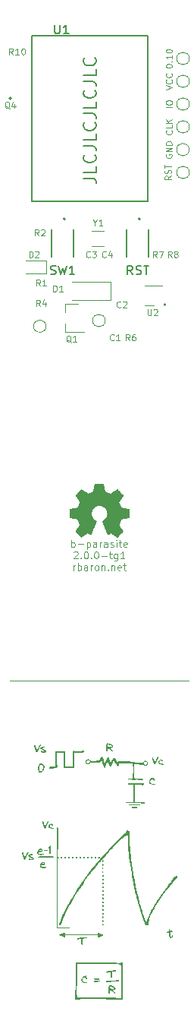
<source format=gbr>
G04 #@! TF.GenerationSoftware,KiCad,Pcbnew,7.99.0-1092-g932f171e96*
G04 #@! TF.CreationDate,2023-05-12T00:04:05+02:00*
G04 #@! TF.ProjectId,parasite,70617261-7369-4746-952e-6b696361645f,2.0.0*
G04 #@! TF.SameCoordinates,Original*
G04 #@! TF.FileFunction,Legend,Top*
G04 #@! TF.FilePolarity,Positive*
%FSLAX46Y46*%
G04 Gerber Fmt 4.6, Leading zero omitted, Abs format (unit mm)*
G04 Created by KiCad (PCBNEW 7.99.0-1092-g932f171e96) date 2023-05-12 00:04:05*
%MOMM*%
%LPD*%
G01*
G04 APERTURE LIST*
%ADD10C,0.120000*%
%ADD11C,0.200000*%
%ADD12C,0.100000*%
%ADD13C,0.150000*%
%ADD14C,0.010000*%
%ADD15C,0.127000*%
%ADD16C,0.000000*%
G04 APERTURE END LIST*
D10*
X58000000Y-99000000D02*
X78000000Y-99000000D01*
D11*
X75450000Y-57060000D02*
G75*
G03*
X75450000Y-57060000I-100000J0D01*
G01*
D12*
X64914285Y-84074095D02*
X64914285Y-83274095D01*
X64914285Y-83578857D02*
X64990475Y-83540761D01*
X64990475Y-83540761D02*
X65142856Y-83540761D01*
X65142856Y-83540761D02*
X65219047Y-83578857D01*
X65219047Y-83578857D02*
X65257142Y-83616952D01*
X65257142Y-83616952D02*
X65295237Y-83693142D01*
X65295237Y-83693142D02*
X65295237Y-83921714D01*
X65295237Y-83921714D02*
X65257142Y-83997904D01*
X65257142Y-83997904D02*
X65219047Y-84036000D01*
X65219047Y-84036000D02*
X65142856Y-84074095D01*
X65142856Y-84074095D02*
X64990475Y-84074095D01*
X64990475Y-84074095D02*
X64914285Y-84036000D01*
X65638095Y-83769333D02*
X66247619Y-83769333D01*
X66628571Y-83540761D02*
X66628571Y-84340761D01*
X66628571Y-83578857D02*
X66704761Y-83540761D01*
X66704761Y-83540761D02*
X66857142Y-83540761D01*
X66857142Y-83540761D02*
X66933333Y-83578857D01*
X66933333Y-83578857D02*
X66971428Y-83616952D01*
X66971428Y-83616952D02*
X67009523Y-83693142D01*
X67009523Y-83693142D02*
X67009523Y-83921714D01*
X67009523Y-83921714D02*
X66971428Y-83997904D01*
X66971428Y-83997904D02*
X66933333Y-84036000D01*
X66933333Y-84036000D02*
X66857142Y-84074095D01*
X66857142Y-84074095D02*
X66704761Y-84074095D01*
X66704761Y-84074095D02*
X66628571Y-84036000D01*
X67695238Y-84074095D02*
X67695238Y-83655047D01*
X67695238Y-83655047D02*
X67657143Y-83578857D01*
X67657143Y-83578857D02*
X67580952Y-83540761D01*
X67580952Y-83540761D02*
X67428571Y-83540761D01*
X67428571Y-83540761D02*
X67352381Y-83578857D01*
X67695238Y-84036000D02*
X67619047Y-84074095D01*
X67619047Y-84074095D02*
X67428571Y-84074095D01*
X67428571Y-84074095D02*
X67352381Y-84036000D01*
X67352381Y-84036000D02*
X67314285Y-83959809D01*
X67314285Y-83959809D02*
X67314285Y-83883619D01*
X67314285Y-83883619D02*
X67352381Y-83807428D01*
X67352381Y-83807428D02*
X67428571Y-83769333D01*
X67428571Y-83769333D02*
X67619047Y-83769333D01*
X67619047Y-83769333D02*
X67695238Y-83731238D01*
X68076191Y-84074095D02*
X68076191Y-83540761D01*
X68076191Y-83693142D02*
X68114286Y-83616952D01*
X68114286Y-83616952D02*
X68152381Y-83578857D01*
X68152381Y-83578857D02*
X68228572Y-83540761D01*
X68228572Y-83540761D02*
X68304762Y-83540761D01*
X68914286Y-84074095D02*
X68914286Y-83655047D01*
X68914286Y-83655047D02*
X68876191Y-83578857D01*
X68876191Y-83578857D02*
X68800000Y-83540761D01*
X68800000Y-83540761D02*
X68647619Y-83540761D01*
X68647619Y-83540761D02*
X68571429Y-83578857D01*
X68914286Y-84036000D02*
X68838095Y-84074095D01*
X68838095Y-84074095D02*
X68647619Y-84074095D01*
X68647619Y-84074095D02*
X68571429Y-84036000D01*
X68571429Y-84036000D02*
X68533333Y-83959809D01*
X68533333Y-83959809D02*
X68533333Y-83883619D01*
X68533333Y-83883619D02*
X68571429Y-83807428D01*
X68571429Y-83807428D02*
X68647619Y-83769333D01*
X68647619Y-83769333D02*
X68838095Y-83769333D01*
X68838095Y-83769333D02*
X68914286Y-83731238D01*
X69257143Y-84036000D02*
X69333334Y-84074095D01*
X69333334Y-84074095D02*
X69485715Y-84074095D01*
X69485715Y-84074095D02*
X69561905Y-84036000D01*
X69561905Y-84036000D02*
X69600001Y-83959809D01*
X69600001Y-83959809D02*
X69600001Y-83921714D01*
X69600001Y-83921714D02*
X69561905Y-83845523D01*
X69561905Y-83845523D02*
X69485715Y-83807428D01*
X69485715Y-83807428D02*
X69371429Y-83807428D01*
X69371429Y-83807428D02*
X69295239Y-83769333D01*
X69295239Y-83769333D02*
X69257143Y-83693142D01*
X69257143Y-83693142D02*
X69257143Y-83655047D01*
X69257143Y-83655047D02*
X69295239Y-83578857D01*
X69295239Y-83578857D02*
X69371429Y-83540761D01*
X69371429Y-83540761D02*
X69485715Y-83540761D01*
X69485715Y-83540761D02*
X69561905Y-83578857D01*
X69942858Y-84074095D02*
X69942858Y-83540761D01*
X69942858Y-83274095D02*
X69904762Y-83312190D01*
X69904762Y-83312190D02*
X69942858Y-83350285D01*
X69942858Y-83350285D02*
X69980953Y-83312190D01*
X69980953Y-83312190D02*
X69942858Y-83274095D01*
X69942858Y-83274095D02*
X69942858Y-83350285D01*
X70209524Y-83540761D02*
X70514286Y-83540761D01*
X70323810Y-83274095D02*
X70323810Y-83959809D01*
X70323810Y-83959809D02*
X70361905Y-84036000D01*
X70361905Y-84036000D02*
X70438095Y-84074095D01*
X70438095Y-84074095D02*
X70514286Y-84074095D01*
X71085715Y-84036000D02*
X71009524Y-84074095D01*
X71009524Y-84074095D02*
X70857143Y-84074095D01*
X70857143Y-84074095D02*
X70780953Y-84036000D01*
X70780953Y-84036000D02*
X70742857Y-83959809D01*
X70742857Y-83959809D02*
X70742857Y-83655047D01*
X70742857Y-83655047D02*
X70780953Y-83578857D01*
X70780953Y-83578857D02*
X70857143Y-83540761D01*
X70857143Y-83540761D02*
X71009524Y-83540761D01*
X71009524Y-83540761D02*
X71085715Y-83578857D01*
X71085715Y-83578857D02*
X71123810Y-83655047D01*
X71123810Y-83655047D02*
X71123810Y-83731238D01*
X71123810Y-83731238D02*
X70742857Y-83807428D01*
X65161904Y-84646285D02*
X65200000Y-84608190D01*
X65200000Y-84608190D02*
X65276190Y-84570095D01*
X65276190Y-84570095D02*
X65466666Y-84570095D01*
X65466666Y-84570095D02*
X65542857Y-84608190D01*
X65542857Y-84608190D02*
X65580952Y-84646285D01*
X65580952Y-84646285D02*
X65619047Y-84722476D01*
X65619047Y-84722476D02*
X65619047Y-84798666D01*
X65619047Y-84798666D02*
X65580952Y-84912952D01*
X65580952Y-84912952D02*
X65123809Y-85370095D01*
X65123809Y-85370095D02*
X65619047Y-85370095D01*
X65961905Y-85293904D02*
X66000000Y-85332000D01*
X66000000Y-85332000D02*
X65961905Y-85370095D01*
X65961905Y-85370095D02*
X65923809Y-85332000D01*
X65923809Y-85332000D02*
X65961905Y-85293904D01*
X65961905Y-85293904D02*
X65961905Y-85370095D01*
X66495238Y-84570095D02*
X66571428Y-84570095D01*
X66571428Y-84570095D02*
X66647619Y-84608190D01*
X66647619Y-84608190D02*
X66685714Y-84646285D01*
X66685714Y-84646285D02*
X66723809Y-84722476D01*
X66723809Y-84722476D02*
X66761904Y-84874857D01*
X66761904Y-84874857D02*
X66761904Y-85065333D01*
X66761904Y-85065333D02*
X66723809Y-85217714D01*
X66723809Y-85217714D02*
X66685714Y-85293904D01*
X66685714Y-85293904D02*
X66647619Y-85332000D01*
X66647619Y-85332000D02*
X66571428Y-85370095D01*
X66571428Y-85370095D02*
X66495238Y-85370095D01*
X66495238Y-85370095D02*
X66419047Y-85332000D01*
X66419047Y-85332000D02*
X66380952Y-85293904D01*
X66380952Y-85293904D02*
X66342857Y-85217714D01*
X66342857Y-85217714D02*
X66304761Y-85065333D01*
X66304761Y-85065333D02*
X66304761Y-84874857D01*
X66304761Y-84874857D02*
X66342857Y-84722476D01*
X66342857Y-84722476D02*
X66380952Y-84646285D01*
X66380952Y-84646285D02*
X66419047Y-84608190D01*
X66419047Y-84608190D02*
X66495238Y-84570095D01*
X67104762Y-85293904D02*
X67142857Y-85332000D01*
X67142857Y-85332000D02*
X67104762Y-85370095D01*
X67104762Y-85370095D02*
X67066666Y-85332000D01*
X67066666Y-85332000D02*
X67104762Y-85293904D01*
X67104762Y-85293904D02*
X67104762Y-85370095D01*
X67638095Y-84570095D02*
X67714285Y-84570095D01*
X67714285Y-84570095D02*
X67790476Y-84608190D01*
X67790476Y-84608190D02*
X67828571Y-84646285D01*
X67828571Y-84646285D02*
X67866666Y-84722476D01*
X67866666Y-84722476D02*
X67904761Y-84874857D01*
X67904761Y-84874857D02*
X67904761Y-85065333D01*
X67904761Y-85065333D02*
X67866666Y-85217714D01*
X67866666Y-85217714D02*
X67828571Y-85293904D01*
X67828571Y-85293904D02*
X67790476Y-85332000D01*
X67790476Y-85332000D02*
X67714285Y-85370095D01*
X67714285Y-85370095D02*
X67638095Y-85370095D01*
X67638095Y-85370095D02*
X67561904Y-85332000D01*
X67561904Y-85332000D02*
X67523809Y-85293904D01*
X67523809Y-85293904D02*
X67485714Y-85217714D01*
X67485714Y-85217714D02*
X67447618Y-85065333D01*
X67447618Y-85065333D02*
X67447618Y-84874857D01*
X67447618Y-84874857D02*
X67485714Y-84722476D01*
X67485714Y-84722476D02*
X67523809Y-84646285D01*
X67523809Y-84646285D02*
X67561904Y-84608190D01*
X67561904Y-84608190D02*
X67638095Y-84570095D01*
X68247619Y-85065333D02*
X68857143Y-85065333D01*
X69123809Y-84836761D02*
X69428571Y-84836761D01*
X69238095Y-84570095D02*
X69238095Y-85255809D01*
X69238095Y-85255809D02*
X69276190Y-85332000D01*
X69276190Y-85332000D02*
X69352380Y-85370095D01*
X69352380Y-85370095D02*
X69428571Y-85370095D01*
X70038095Y-84836761D02*
X70038095Y-85484380D01*
X70038095Y-85484380D02*
X70000000Y-85560571D01*
X70000000Y-85560571D02*
X69961904Y-85598666D01*
X69961904Y-85598666D02*
X69885714Y-85636761D01*
X69885714Y-85636761D02*
X69771428Y-85636761D01*
X69771428Y-85636761D02*
X69695238Y-85598666D01*
X70038095Y-85332000D02*
X69961904Y-85370095D01*
X69961904Y-85370095D02*
X69809523Y-85370095D01*
X69809523Y-85370095D02*
X69733333Y-85332000D01*
X69733333Y-85332000D02*
X69695238Y-85293904D01*
X69695238Y-85293904D02*
X69657142Y-85217714D01*
X69657142Y-85217714D02*
X69657142Y-84989142D01*
X69657142Y-84989142D02*
X69695238Y-84912952D01*
X69695238Y-84912952D02*
X69733333Y-84874857D01*
X69733333Y-84874857D02*
X69809523Y-84836761D01*
X69809523Y-84836761D02*
X69961904Y-84836761D01*
X69961904Y-84836761D02*
X70038095Y-84874857D01*
X70838095Y-85370095D02*
X70380952Y-85370095D01*
X70609524Y-85370095D02*
X70609524Y-84570095D01*
X70609524Y-84570095D02*
X70533333Y-84684380D01*
X70533333Y-84684380D02*
X70457143Y-84760571D01*
X70457143Y-84760571D02*
X70380952Y-84798666D01*
X65123809Y-86666095D02*
X65123809Y-86132761D01*
X65123809Y-86285142D02*
X65161904Y-86208952D01*
X65161904Y-86208952D02*
X65199999Y-86170857D01*
X65199999Y-86170857D02*
X65276190Y-86132761D01*
X65276190Y-86132761D02*
X65352380Y-86132761D01*
X65619047Y-86666095D02*
X65619047Y-85866095D01*
X65619047Y-86170857D02*
X65695237Y-86132761D01*
X65695237Y-86132761D02*
X65847618Y-86132761D01*
X65847618Y-86132761D02*
X65923809Y-86170857D01*
X65923809Y-86170857D02*
X65961904Y-86208952D01*
X65961904Y-86208952D02*
X65999999Y-86285142D01*
X65999999Y-86285142D02*
X65999999Y-86513714D01*
X65999999Y-86513714D02*
X65961904Y-86589904D01*
X65961904Y-86589904D02*
X65923809Y-86628000D01*
X65923809Y-86628000D02*
X65847618Y-86666095D01*
X65847618Y-86666095D02*
X65695237Y-86666095D01*
X65695237Y-86666095D02*
X65619047Y-86628000D01*
X66685714Y-86666095D02*
X66685714Y-86247047D01*
X66685714Y-86247047D02*
X66647619Y-86170857D01*
X66647619Y-86170857D02*
X66571428Y-86132761D01*
X66571428Y-86132761D02*
X66419047Y-86132761D01*
X66419047Y-86132761D02*
X66342857Y-86170857D01*
X66685714Y-86628000D02*
X66609523Y-86666095D01*
X66609523Y-86666095D02*
X66419047Y-86666095D01*
X66419047Y-86666095D02*
X66342857Y-86628000D01*
X66342857Y-86628000D02*
X66304761Y-86551809D01*
X66304761Y-86551809D02*
X66304761Y-86475619D01*
X66304761Y-86475619D02*
X66342857Y-86399428D01*
X66342857Y-86399428D02*
X66419047Y-86361333D01*
X66419047Y-86361333D02*
X66609523Y-86361333D01*
X66609523Y-86361333D02*
X66685714Y-86323238D01*
X67066667Y-86666095D02*
X67066667Y-86132761D01*
X67066667Y-86285142D02*
X67104762Y-86208952D01*
X67104762Y-86208952D02*
X67142857Y-86170857D01*
X67142857Y-86170857D02*
X67219048Y-86132761D01*
X67219048Y-86132761D02*
X67295238Y-86132761D01*
X67676190Y-86666095D02*
X67600000Y-86628000D01*
X67600000Y-86628000D02*
X67561905Y-86589904D01*
X67561905Y-86589904D02*
X67523809Y-86513714D01*
X67523809Y-86513714D02*
X67523809Y-86285142D01*
X67523809Y-86285142D02*
X67561905Y-86208952D01*
X67561905Y-86208952D02*
X67600000Y-86170857D01*
X67600000Y-86170857D02*
X67676190Y-86132761D01*
X67676190Y-86132761D02*
X67790476Y-86132761D01*
X67790476Y-86132761D02*
X67866667Y-86170857D01*
X67866667Y-86170857D02*
X67904762Y-86208952D01*
X67904762Y-86208952D02*
X67942857Y-86285142D01*
X67942857Y-86285142D02*
X67942857Y-86513714D01*
X67942857Y-86513714D02*
X67904762Y-86589904D01*
X67904762Y-86589904D02*
X67866667Y-86628000D01*
X67866667Y-86628000D02*
X67790476Y-86666095D01*
X67790476Y-86666095D02*
X67676190Y-86666095D01*
X68285715Y-86132761D02*
X68285715Y-86666095D01*
X68285715Y-86208952D02*
X68323810Y-86170857D01*
X68323810Y-86170857D02*
X68400000Y-86132761D01*
X68400000Y-86132761D02*
X68514286Y-86132761D01*
X68514286Y-86132761D02*
X68590477Y-86170857D01*
X68590477Y-86170857D02*
X68628572Y-86247047D01*
X68628572Y-86247047D02*
X68628572Y-86666095D01*
X69009525Y-86589904D02*
X69047620Y-86628000D01*
X69047620Y-86628000D02*
X69009525Y-86666095D01*
X69009525Y-86666095D02*
X68971429Y-86628000D01*
X68971429Y-86628000D02*
X69009525Y-86589904D01*
X69009525Y-86589904D02*
X69009525Y-86666095D01*
X69390477Y-86132761D02*
X69390477Y-86666095D01*
X69390477Y-86208952D02*
X69428572Y-86170857D01*
X69428572Y-86170857D02*
X69504762Y-86132761D01*
X69504762Y-86132761D02*
X69619048Y-86132761D01*
X69619048Y-86132761D02*
X69695239Y-86170857D01*
X69695239Y-86170857D02*
X69733334Y-86247047D01*
X69733334Y-86247047D02*
X69733334Y-86666095D01*
X70419049Y-86628000D02*
X70342858Y-86666095D01*
X70342858Y-86666095D02*
X70190477Y-86666095D01*
X70190477Y-86666095D02*
X70114287Y-86628000D01*
X70114287Y-86628000D02*
X70076191Y-86551809D01*
X70076191Y-86551809D02*
X70076191Y-86247047D01*
X70076191Y-86247047D02*
X70114287Y-86170857D01*
X70114287Y-86170857D02*
X70190477Y-86132761D01*
X70190477Y-86132761D02*
X70342858Y-86132761D01*
X70342858Y-86132761D02*
X70419049Y-86170857D01*
X70419049Y-86170857D02*
X70457144Y-86247047D01*
X70457144Y-86247047D02*
X70457144Y-86323238D01*
X70457144Y-86323238D02*
X70076191Y-86399428D01*
X70685715Y-86132761D02*
X70990477Y-86132761D01*
X70800001Y-85866095D02*
X70800001Y-86551809D01*
X70800001Y-86551809D02*
X70838096Y-86628000D01*
X70838096Y-86628000D02*
X70914286Y-86666095D01*
X70914286Y-86666095D02*
X70990477Y-86666095D01*
D11*
X66247666Y-42966666D02*
X67247666Y-42966666D01*
X67247666Y-42966666D02*
X67447666Y-43033333D01*
X67447666Y-43033333D02*
X67581000Y-43166666D01*
X67581000Y-43166666D02*
X67647666Y-43366666D01*
X67647666Y-43366666D02*
X67647666Y-43500000D01*
X67647666Y-41633333D02*
X67647666Y-42299999D01*
X67647666Y-42299999D02*
X66247666Y-42299999D01*
X67514333Y-40366666D02*
X67581000Y-40433333D01*
X67581000Y-40433333D02*
X67647666Y-40633333D01*
X67647666Y-40633333D02*
X67647666Y-40766666D01*
X67647666Y-40766666D02*
X67581000Y-40966666D01*
X67581000Y-40966666D02*
X67447666Y-41100000D01*
X67447666Y-41100000D02*
X67314333Y-41166666D01*
X67314333Y-41166666D02*
X67047666Y-41233333D01*
X67047666Y-41233333D02*
X66847666Y-41233333D01*
X66847666Y-41233333D02*
X66581000Y-41166666D01*
X66581000Y-41166666D02*
X66447666Y-41100000D01*
X66447666Y-41100000D02*
X66314333Y-40966666D01*
X66314333Y-40966666D02*
X66247666Y-40766666D01*
X66247666Y-40766666D02*
X66247666Y-40633333D01*
X66247666Y-40633333D02*
X66314333Y-40433333D01*
X66314333Y-40433333D02*
X66381000Y-40366666D01*
X66247666Y-39366666D02*
X67247666Y-39366666D01*
X67247666Y-39366666D02*
X67447666Y-39433333D01*
X67447666Y-39433333D02*
X67581000Y-39566666D01*
X67581000Y-39566666D02*
X67647666Y-39766666D01*
X67647666Y-39766666D02*
X67647666Y-39900000D01*
X67647666Y-38033333D02*
X67647666Y-38699999D01*
X67647666Y-38699999D02*
X66247666Y-38699999D01*
X67514333Y-36766666D02*
X67581000Y-36833333D01*
X67581000Y-36833333D02*
X67647666Y-37033333D01*
X67647666Y-37033333D02*
X67647666Y-37166666D01*
X67647666Y-37166666D02*
X67581000Y-37366666D01*
X67581000Y-37366666D02*
X67447666Y-37500000D01*
X67447666Y-37500000D02*
X67314333Y-37566666D01*
X67314333Y-37566666D02*
X67047666Y-37633333D01*
X67047666Y-37633333D02*
X66847666Y-37633333D01*
X66847666Y-37633333D02*
X66581000Y-37566666D01*
X66581000Y-37566666D02*
X66447666Y-37500000D01*
X66447666Y-37500000D02*
X66314333Y-37366666D01*
X66314333Y-37366666D02*
X66247666Y-37166666D01*
X66247666Y-37166666D02*
X66247666Y-37033333D01*
X66247666Y-37033333D02*
X66314333Y-36833333D01*
X66314333Y-36833333D02*
X66381000Y-36766666D01*
X66247666Y-35766666D02*
X67247666Y-35766666D01*
X67247666Y-35766666D02*
X67447666Y-35833333D01*
X67447666Y-35833333D02*
X67581000Y-35966666D01*
X67581000Y-35966666D02*
X67647666Y-36166666D01*
X67647666Y-36166666D02*
X67647666Y-36300000D01*
X67647666Y-34433333D02*
X67647666Y-35099999D01*
X67647666Y-35099999D02*
X66247666Y-35099999D01*
X67514333Y-33166666D02*
X67581000Y-33233333D01*
X67581000Y-33233333D02*
X67647666Y-33433333D01*
X67647666Y-33433333D02*
X67647666Y-33566666D01*
X67647666Y-33566666D02*
X67581000Y-33766666D01*
X67581000Y-33766666D02*
X67447666Y-33900000D01*
X67447666Y-33900000D02*
X67314333Y-33966666D01*
X67314333Y-33966666D02*
X67047666Y-34033333D01*
X67047666Y-34033333D02*
X66847666Y-34033333D01*
X66847666Y-34033333D02*
X66581000Y-33966666D01*
X66581000Y-33966666D02*
X66447666Y-33900000D01*
X66447666Y-33900000D02*
X66314333Y-33766666D01*
X66314333Y-33766666D02*
X66247666Y-33566666D01*
X66247666Y-33566666D02*
X66247666Y-33433333D01*
X66247666Y-33433333D02*
X66314333Y-33233333D01*
X66314333Y-33233333D02*
X66381000Y-33166666D01*
X66247666Y-32166666D02*
X67247666Y-32166666D01*
X67247666Y-32166666D02*
X67447666Y-32233333D01*
X67447666Y-32233333D02*
X67581000Y-32366666D01*
X67581000Y-32366666D02*
X67647666Y-32566666D01*
X67647666Y-32566666D02*
X67647666Y-32700000D01*
X67647666Y-30833333D02*
X67647666Y-31499999D01*
X67647666Y-31499999D02*
X66247666Y-31499999D01*
X67514333Y-29566666D02*
X67581000Y-29633333D01*
X67581000Y-29633333D02*
X67647666Y-29833333D01*
X67647666Y-29833333D02*
X67647666Y-29966666D01*
X67647666Y-29966666D02*
X67581000Y-30166666D01*
X67581000Y-30166666D02*
X67447666Y-30300000D01*
X67447666Y-30300000D02*
X67314333Y-30366666D01*
X67314333Y-30366666D02*
X67047666Y-30433333D01*
X67047666Y-30433333D02*
X66847666Y-30433333D01*
X66847666Y-30433333D02*
X66581000Y-30366666D01*
X66581000Y-30366666D02*
X66447666Y-30300000D01*
X66447666Y-30300000D02*
X66314333Y-30166666D01*
X66314333Y-30166666D02*
X66247666Y-29966666D01*
X66247666Y-29966666D02*
X66247666Y-29833333D01*
X66247666Y-29833333D02*
X66314333Y-29633333D01*
X66314333Y-29633333D02*
X66381000Y-29566666D01*
D10*
X69645333Y-61000166D02*
X69612000Y-61033500D01*
X69612000Y-61033500D02*
X69512000Y-61066833D01*
X69512000Y-61066833D02*
X69445333Y-61066833D01*
X69445333Y-61066833D02*
X69345333Y-61033500D01*
X69345333Y-61033500D02*
X69278667Y-60966833D01*
X69278667Y-60966833D02*
X69245333Y-60900166D01*
X69245333Y-60900166D02*
X69212000Y-60766833D01*
X69212000Y-60766833D02*
X69212000Y-60666833D01*
X69212000Y-60666833D02*
X69245333Y-60533500D01*
X69245333Y-60533500D02*
X69278667Y-60466833D01*
X69278667Y-60466833D02*
X69345333Y-60400166D01*
X69345333Y-60400166D02*
X69445333Y-60366833D01*
X69445333Y-60366833D02*
X69512000Y-60366833D01*
X69512000Y-60366833D02*
X69612000Y-60400166D01*
X69612000Y-60400166D02*
X69645333Y-60433500D01*
X70312000Y-61066833D02*
X69912000Y-61066833D01*
X70112000Y-61066833D02*
X70112000Y-60366833D01*
X70112000Y-60366833D02*
X70045333Y-60466833D01*
X70045333Y-60466833D02*
X69978667Y-60533500D01*
X69978667Y-60533500D02*
X69912000Y-60566833D01*
X71423333Y-61066833D02*
X71190000Y-60733500D01*
X71023333Y-61066833D02*
X71023333Y-60366833D01*
X71023333Y-60366833D02*
X71290000Y-60366833D01*
X71290000Y-60366833D02*
X71356667Y-60400166D01*
X71356667Y-60400166D02*
X71390000Y-60433500D01*
X71390000Y-60433500D02*
X71423333Y-60500166D01*
X71423333Y-60500166D02*
X71423333Y-60600166D01*
X71423333Y-60600166D02*
X71390000Y-60666833D01*
X71390000Y-60666833D02*
X71356667Y-60700166D01*
X71356667Y-60700166D02*
X71290000Y-60733500D01*
X71290000Y-60733500D02*
X71023333Y-60733500D01*
X72023333Y-60366833D02*
X71890000Y-60366833D01*
X71890000Y-60366833D02*
X71823333Y-60400166D01*
X71823333Y-60400166D02*
X71790000Y-60433500D01*
X71790000Y-60433500D02*
X71723333Y-60533500D01*
X71723333Y-60533500D02*
X71690000Y-60666833D01*
X71690000Y-60666833D02*
X71690000Y-60933500D01*
X71690000Y-60933500D02*
X71723333Y-61000166D01*
X71723333Y-61000166D02*
X71756667Y-61033500D01*
X71756667Y-61033500D02*
X71823333Y-61066833D01*
X71823333Y-61066833D02*
X71956667Y-61066833D01*
X71956667Y-61066833D02*
X72023333Y-61033500D01*
X72023333Y-61033500D02*
X72056667Y-61000166D01*
X72056667Y-61000166D02*
X72090000Y-60933500D01*
X72090000Y-60933500D02*
X72090000Y-60766833D01*
X72090000Y-60766833D02*
X72056667Y-60700166D01*
X72056667Y-60700166D02*
X72023333Y-60666833D01*
X72023333Y-60666833D02*
X71956667Y-60633500D01*
X71956667Y-60633500D02*
X71823333Y-60633500D01*
X71823333Y-60633500D02*
X71756667Y-60666833D01*
X71756667Y-60666833D02*
X71723333Y-60700166D01*
X71723333Y-60700166D02*
X71690000Y-60766833D01*
X61398333Y-57245833D02*
X61165000Y-56912500D01*
X60998333Y-57245833D02*
X60998333Y-56545833D01*
X60998333Y-56545833D02*
X61265000Y-56545833D01*
X61265000Y-56545833D02*
X61331667Y-56579166D01*
X61331667Y-56579166D02*
X61365000Y-56612500D01*
X61365000Y-56612500D02*
X61398333Y-56679166D01*
X61398333Y-56679166D02*
X61398333Y-56779166D01*
X61398333Y-56779166D02*
X61365000Y-56845833D01*
X61365000Y-56845833D02*
X61331667Y-56879166D01*
X61331667Y-56879166D02*
X61265000Y-56912500D01*
X61265000Y-56912500D02*
X60998333Y-56912500D01*
X61998333Y-56779166D02*
X61998333Y-57245833D01*
X61831667Y-56512500D02*
X61665000Y-57012500D01*
X61665000Y-57012500D02*
X62098333Y-57012500D01*
X64869333Y-61260500D02*
X64802666Y-61227166D01*
X64802666Y-61227166D02*
X64736000Y-61160500D01*
X64736000Y-61160500D02*
X64636000Y-61060500D01*
X64636000Y-61060500D02*
X64569333Y-61027166D01*
X64569333Y-61027166D02*
X64502666Y-61027166D01*
X64536000Y-61193833D02*
X64469333Y-61160500D01*
X64469333Y-61160500D02*
X64402666Y-61093833D01*
X64402666Y-61093833D02*
X64369333Y-60960500D01*
X64369333Y-60960500D02*
X64369333Y-60727166D01*
X64369333Y-60727166D02*
X64402666Y-60593833D01*
X64402666Y-60593833D02*
X64469333Y-60527166D01*
X64469333Y-60527166D02*
X64536000Y-60493833D01*
X64536000Y-60493833D02*
X64669333Y-60493833D01*
X64669333Y-60493833D02*
X64736000Y-60527166D01*
X64736000Y-60527166D02*
X64802666Y-60593833D01*
X64802666Y-60593833D02*
X64836000Y-60727166D01*
X64836000Y-60727166D02*
X64836000Y-60960500D01*
X64836000Y-60960500D02*
X64802666Y-61093833D01*
X64802666Y-61093833D02*
X64736000Y-61160500D01*
X64736000Y-61160500D02*
X64669333Y-61193833D01*
X64669333Y-61193833D02*
X64536000Y-61193833D01*
X65502666Y-61193833D02*
X65102666Y-61193833D01*
X65302666Y-61193833D02*
X65302666Y-60493833D01*
X65302666Y-60493833D02*
X65235999Y-60593833D01*
X65235999Y-60593833D02*
X65169333Y-60660500D01*
X65169333Y-60660500D02*
X65102666Y-60693833D01*
X61413333Y-54970833D02*
X61180000Y-54637500D01*
X61013333Y-54970833D02*
X61013333Y-54270833D01*
X61013333Y-54270833D02*
X61280000Y-54270833D01*
X61280000Y-54270833D02*
X61346667Y-54304166D01*
X61346667Y-54304166D02*
X61380000Y-54337500D01*
X61380000Y-54337500D02*
X61413333Y-54404166D01*
X61413333Y-54404166D02*
X61413333Y-54504166D01*
X61413333Y-54504166D02*
X61380000Y-54570833D01*
X61380000Y-54570833D02*
X61346667Y-54604166D01*
X61346667Y-54604166D02*
X61280000Y-54637500D01*
X61280000Y-54637500D02*
X61013333Y-54637500D01*
X62080000Y-54970833D02*
X61680000Y-54970833D01*
X61880000Y-54970833D02*
X61880000Y-54270833D01*
X61880000Y-54270833D02*
X61813333Y-54370833D01*
X61813333Y-54370833D02*
X61746667Y-54437500D01*
X61746667Y-54437500D02*
X61680000Y-54470833D01*
X76155833Y-35074666D02*
X75455833Y-35074666D01*
X75455833Y-34608000D02*
X75455833Y-34474666D01*
X75455833Y-34474666D02*
X75489166Y-34408000D01*
X75489166Y-34408000D02*
X75555833Y-34341333D01*
X75555833Y-34341333D02*
X75689166Y-34308000D01*
X75689166Y-34308000D02*
X75922500Y-34308000D01*
X75922500Y-34308000D02*
X76055833Y-34341333D01*
X76055833Y-34341333D02*
X76122500Y-34408000D01*
X76122500Y-34408000D02*
X76155833Y-34474666D01*
X76155833Y-34474666D02*
X76155833Y-34608000D01*
X76155833Y-34608000D02*
X76122500Y-34674666D01*
X76122500Y-34674666D02*
X76055833Y-34741333D01*
X76055833Y-34741333D02*
X75922500Y-34774666D01*
X75922500Y-34774666D02*
X75689166Y-34774666D01*
X75689166Y-34774666D02*
X75555833Y-34741333D01*
X75555833Y-34741333D02*
X75489166Y-34674666D01*
X75489166Y-34674666D02*
X75455833Y-34608000D01*
X76089166Y-37664666D02*
X76122500Y-37697999D01*
X76122500Y-37697999D02*
X76155833Y-37797999D01*
X76155833Y-37797999D02*
X76155833Y-37864666D01*
X76155833Y-37864666D02*
X76122500Y-37964666D01*
X76122500Y-37964666D02*
X76055833Y-38031333D01*
X76055833Y-38031333D02*
X75989166Y-38064666D01*
X75989166Y-38064666D02*
X75855833Y-38097999D01*
X75855833Y-38097999D02*
X75755833Y-38097999D01*
X75755833Y-38097999D02*
X75622500Y-38064666D01*
X75622500Y-38064666D02*
X75555833Y-38031333D01*
X75555833Y-38031333D02*
X75489166Y-37964666D01*
X75489166Y-37964666D02*
X75455833Y-37864666D01*
X75455833Y-37864666D02*
X75455833Y-37797999D01*
X75455833Y-37797999D02*
X75489166Y-37697999D01*
X75489166Y-37697999D02*
X75522500Y-37664666D01*
X76155833Y-37031333D02*
X76155833Y-37364666D01*
X76155833Y-37364666D02*
X75455833Y-37364666D01*
X76155833Y-36797999D02*
X75455833Y-36797999D01*
X76155833Y-36397999D02*
X75755833Y-36697999D01*
X75455833Y-36397999D02*
X75855833Y-36797999D01*
X61263333Y-49382833D02*
X61030000Y-49049500D01*
X60863333Y-49382833D02*
X60863333Y-48682833D01*
X60863333Y-48682833D02*
X61130000Y-48682833D01*
X61130000Y-48682833D02*
X61196667Y-48716166D01*
X61196667Y-48716166D02*
X61230000Y-48749500D01*
X61230000Y-48749500D02*
X61263333Y-48816166D01*
X61263333Y-48816166D02*
X61263333Y-48916166D01*
X61263333Y-48916166D02*
X61230000Y-48982833D01*
X61230000Y-48982833D02*
X61196667Y-49016166D01*
X61196667Y-49016166D02*
X61130000Y-49049500D01*
X61130000Y-49049500D02*
X60863333Y-49049500D01*
X61530000Y-48749500D02*
X61563333Y-48716166D01*
X61563333Y-48716166D02*
X61630000Y-48682833D01*
X61630000Y-48682833D02*
X61796667Y-48682833D01*
X61796667Y-48682833D02*
X61863333Y-48716166D01*
X61863333Y-48716166D02*
X61896667Y-48749500D01*
X61896667Y-48749500D02*
X61930000Y-48816166D01*
X61930000Y-48816166D02*
X61930000Y-48882833D01*
X61930000Y-48882833D02*
X61896667Y-48982833D01*
X61896667Y-48982833D02*
X61496667Y-49382833D01*
X61496667Y-49382833D02*
X61930000Y-49382833D01*
X70407333Y-57317166D02*
X70374000Y-57350500D01*
X70374000Y-57350500D02*
X70274000Y-57383833D01*
X70274000Y-57383833D02*
X70207333Y-57383833D01*
X70207333Y-57383833D02*
X70107333Y-57350500D01*
X70107333Y-57350500D02*
X70040667Y-57283833D01*
X70040667Y-57283833D02*
X70007333Y-57217166D01*
X70007333Y-57217166D02*
X69974000Y-57083833D01*
X69974000Y-57083833D02*
X69974000Y-56983833D01*
X69974000Y-56983833D02*
X70007333Y-56850500D01*
X70007333Y-56850500D02*
X70040667Y-56783833D01*
X70040667Y-56783833D02*
X70107333Y-56717166D01*
X70107333Y-56717166D02*
X70207333Y-56683833D01*
X70207333Y-56683833D02*
X70274000Y-56683833D01*
X70274000Y-56683833D02*
X70374000Y-56717166D01*
X70374000Y-56717166D02*
X70407333Y-56750500D01*
X70674000Y-56750500D02*
X70707333Y-56717166D01*
X70707333Y-56717166D02*
X70774000Y-56683833D01*
X70774000Y-56683833D02*
X70940667Y-56683833D01*
X70940667Y-56683833D02*
X71007333Y-56717166D01*
X71007333Y-56717166D02*
X71040667Y-56750500D01*
X71040667Y-56750500D02*
X71074000Y-56817166D01*
X71074000Y-56817166D02*
X71074000Y-56883833D01*
X71074000Y-56883833D02*
X71040667Y-56983833D01*
X71040667Y-56983833D02*
X70640667Y-57383833D01*
X70640667Y-57383833D02*
X71074000Y-57383833D01*
X67555167Y-47906500D02*
X67555167Y-48239833D01*
X67321833Y-47539833D02*
X67555167Y-47906500D01*
X67555167Y-47906500D02*
X67788500Y-47539833D01*
X68388500Y-48239833D02*
X67988500Y-48239833D01*
X68188500Y-48239833D02*
X68188500Y-47539833D01*
X68188500Y-47539833D02*
X68121833Y-47639833D01*
X68121833Y-47639833D02*
X68055167Y-47706500D01*
X68055167Y-47706500D02*
X67988500Y-47739833D01*
X60202833Y-51795833D02*
X60202833Y-51095833D01*
X60202833Y-51095833D02*
X60369500Y-51095833D01*
X60369500Y-51095833D02*
X60469500Y-51129166D01*
X60469500Y-51129166D02*
X60536167Y-51195833D01*
X60536167Y-51195833D02*
X60569500Y-51262500D01*
X60569500Y-51262500D02*
X60602833Y-51395833D01*
X60602833Y-51395833D02*
X60602833Y-51495833D01*
X60602833Y-51495833D02*
X60569500Y-51629166D01*
X60569500Y-51629166D02*
X60536167Y-51695833D01*
X60536167Y-51695833D02*
X60469500Y-51762500D01*
X60469500Y-51762500D02*
X60369500Y-51795833D01*
X60369500Y-51795833D02*
X60202833Y-51795833D01*
X60869500Y-51162500D02*
X60902833Y-51129166D01*
X60902833Y-51129166D02*
X60969500Y-51095833D01*
X60969500Y-51095833D02*
X61136167Y-51095833D01*
X61136167Y-51095833D02*
X61202833Y-51129166D01*
X61202833Y-51129166D02*
X61236167Y-51162500D01*
X61236167Y-51162500D02*
X61269500Y-51229166D01*
X61269500Y-51229166D02*
X61269500Y-51295833D01*
X61269500Y-51295833D02*
X61236167Y-51395833D01*
X61236167Y-51395833D02*
X60836167Y-51795833D01*
X60836167Y-51795833D02*
X61269500Y-51795833D01*
X68767833Y-51729166D02*
X68734500Y-51762500D01*
X68734500Y-51762500D02*
X68634500Y-51795833D01*
X68634500Y-51795833D02*
X68567833Y-51795833D01*
X68567833Y-51795833D02*
X68467833Y-51762500D01*
X68467833Y-51762500D02*
X68401167Y-51695833D01*
X68401167Y-51695833D02*
X68367833Y-51629166D01*
X68367833Y-51629166D02*
X68334500Y-51495833D01*
X68334500Y-51495833D02*
X68334500Y-51395833D01*
X68334500Y-51395833D02*
X68367833Y-51262500D01*
X68367833Y-51262500D02*
X68401167Y-51195833D01*
X68401167Y-51195833D02*
X68467833Y-51129166D01*
X68467833Y-51129166D02*
X68567833Y-51095833D01*
X68567833Y-51095833D02*
X68634500Y-51095833D01*
X68634500Y-51095833D02*
X68734500Y-51129166D01*
X68734500Y-51129166D02*
X68767833Y-51162500D01*
X69367833Y-51329166D02*
X69367833Y-51795833D01*
X69201167Y-51062500D02*
X69034500Y-51562500D01*
X69034500Y-51562500D02*
X69467833Y-51562500D01*
X66989833Y-51729166D02*
X66956500Y-51762500D01*
X66956500Y-51762500D02*
X66856500Y-51795833D01*
X66856500Y-51795833D02*
X66789833Y-51795833D01*
X66789833Y-51795833D02*
X66689833Y-51762500D01*
X66689833Y-51762500D02*
X66623167Y-51695833D01*
X66623167Y-51695833D02*
X66589833Y-51629166D01*
X66589833Y-51629166D02*
X66556500Y-51495833D01*
X66556500Y-51495833D02*
X66556500Y-51395833D01*
X66556500Y-51395833D02*
X66589833Y-51262500D01*
X66589833Y-51262500D02*
X66623167Y-51195833D01*
X66623167Y-51195833D02*
X66689833Y-51129166D01*
X66689833Y-51129166D02*
X66789833Y-51095833D01*
X66789833Y-51095833D02*
X66856500Y-51095833D01*
X66856500Y-51095833D02*
X66956500Y-51129166D01*
X66956500Y-51129166D02*
X66989833Y-51162500D01*
X67223167Y-51095833D02*
X67656500Y-51095833D01*
X67656500Y-51095833D02*
X67423167Y-51362500D01*
X67423167Y-51362500D02*
X67523167Y-51362500D01*
X67523167Y-51362500D02*
X67589833Y-51395833D01*
X67589833Y-51395833D02*
X67623167Y-51429166D01*
X67623167Y-51429166D02*
X67656500Y-51495833D01*
X67656500Y-51495833D02*
X67656500Y-51662500D01*
X67656500Y-51662500D02*
X67623167Y-51729166D01*
X67623167Y-51729166D02*
X67589833Y-51762500D01*
X67589833Y-51762500D02*
X67523167Y-51795833D01*
X67523167Y-51795833D02*
X67323167Y-51795833D01*
X67323167Y-51795833D02*
X67256500Y-51762500D01*
X67256500Y-51762500D02*
X67223167Y-51729166D01*
X74471333Y-51795833D02*
X74238000Y-51462500D01*
X74071333Y-51795833D02*
X74071333Y-51095833D01*
X74071333Y-51095833D02*
X74338000Y-51095833D01*
X74338000Y-51095833D02*
X74404667Y-51129166D01*
X74404667Y-51129166D02*
X74438000Y-51162500D01*
X74438000Y-51162500D02*
X74471333Y-51229166D01*
X74471333Y-51229166D02*
X74471333Y-51329166D01*
X74471333Y-51329166D02*
X74438000Y-51395833D01*
X74438000Y-51395833D02*
X74404667Y-51429166D01*
X74404667Y-51429166D02*
X74338000Y-51462500D01*
X74338000Y-51462500D02*
X74071333Y-51462500D01*
X74704667Y-51095833D02*
X75171333Y-51095833D01*
X75171333Y-51095833D02*
X74871333Y-51795833D01*
X76122333Y-51795833D02*
X75889000Y-51462500D01*
X75722333Y-51795833D02*
X75722333Y-51095833D01*
X75722333Y-51095833D02*
X75989000Y-51095833D01*
X75989000Y-51095833D02*
X76055667Y-51129166D01*
X76055667Y-51129166D02*
X76089000Y-51162500D01*
X76089000Y-51162500D02*
X76122333Y-51229166D01*
X76122333Y-51229166D02*
X76122333Y-51329166D01*
X76122333Y-51329166D02*
X76089000Y-51395833D01*
X76089000Y-51395833D02*
X76055667Y-51429166D01*
X76055667Y-51429166D02*
X75989000Y-51462500D01*
X75989000Y-51462500D02*
X75722333Y-51462500D01*
X76522333Y-51395833D02*
X76455667Y-51362500D01*
X76455667Y-51362500D02*
X76422333Y-51329166D01*
X76422333Y-51329166D02*
X76389000Y-51262500D01*
X76389000Y-51262500D02*
X76389000Y-51229166D01*
X76389000Y-51229166D02*
X76422333Y-51162500D01*
X76422333Y-51162500D02*
X76455667Y-51129166D01*
X76455667Y-51129166D02*
X76522333Y-51095833D01*
X76522333Y-51095833D02*
X76655667Y-51095833D01*
X76655667Y-51095833D02*
X76722333Y-51129166D01*
X76722333Y-51129166D02*
X76755667Y-51162500D01*
X76755667Y-51162500D02*
X76789000Y-51229166D01*
X76789000Y-51229166D02*
X76789000Y-51262500D01*
X76789000Y-51262500D02*
X76755667Y-51329166D01*
X76755667Y-51329166D02*
X76722333Y-51362500D01*
X76722333Y-51362500D02*
X76655667Y-51395833D01*
X76655667Y-51395833D02*
X76522333Y-51395833D01*
X76522333Y-51395833D02*
X76455667Y-51429166D01*
X76455667Y-51429166D02*
X76422333Y-51462500D01*
X76422333Y-51462500D02*
X76389000Y-51529166D01*
X76389000Y-51529166D02*
X76389000Y-51662500D01*
X76389000Y-51662500D02*
X76422333Y-51729166D01*
X76422333Y-51729166D02*
X76455667Y-51762500D01*
X76455667Y-51762500D02*
X76522333Y-51795833D01*
X76522333Y-51795833D02*
X76655667Y-51795833D01*
X76655667Y-51795833D02*
X76722333Y-51762500D01*
X76722333Y-51762500D02*
X76755667Y-51729166D01*
X76755667Y-51729166D02*
X76789000Y-51662500D01*
X76789000Y-51662500D02*
X76789000Y-51529166D01*
X76789000Y-51529166D02*
X76755667Y-51462500D01*
X76755667Y-51462500D02*
X76722333Y-51429166D01*
X76722333Y-51429166D02*
X76655667Y-51395833D01*
X73419666Y-57572833D02*
X73419666Y-58139500D01*
X73419666Y-58139500D02*
X73453000Y-58206166D01*
X73453000Y-58206166D02*
X73486333Y-58239500D01*
X73486333Y-58239500D02*
X73553000Y-58272833D01*
X73553000Y-58272833D02*
X73686333Y-58272833D01*
X73686333Y-58272833D02*
X73753000Y-58239500D01*
X73753000Y-58239500D02*
X73786333Y-58206166D01*
X73786333Y-58206166D02*
X73819666Y-58139500D01*
X73819666Y-58139500D02*
X73819666Y-57572833D01*
X74119666Y-57639500D02*
X74152999Y-57606166D01*
X74152999Y-57606166D02*
X74219666Y-57572833D01*
X74219666Y-57572833D02*
X74386333Y-57572833D01*
X74386333Y-57572833D02*
X74452999Y-57606166D01*
X74452999Y-57606166D02*
X74486333Y-57639500D01*
X74486333Y-57639500D02*
X74519666Y-57706166D01*
X74519666Y-57706166D02*
X74519666Y-57772833D01*
X74519666Y-57772833D02*
X74486333Y-57872833D01*
X74486333Y-57872833D02*
X74086333Y-58272833D01*
X74086333Y-58272833D02*
X74519666Y-58272833D01*
X62895333Y-55605833D02*
X62895333Y-54905833D01*
X62895333Y-54905833D02*
X63062000Y-54905833D01*
X63062000Y-54905833D02*
X63162000Y-54939166D01*
X63162000Y-54939166D02*
X63228667Y-55005833D01*
X63228667Y-55005833D02*
X63262000Y-55072500D01*
X63262000Y-55072500D02*
X63295333Y-55205833D01*
X63295333Y-55205833D02*
X63295333Y-55305833D01*
X63295333Y-55305833D02*
X63262000Y-55439166D01*
X63262000Y-55439166D02*
X63228667Y-55505833D01*
X63228667Y-55505833D02*
X63162000Y-55572500D01*
X63162000Y-55572500D02*
X63062000Y-55605833D01*
X63062000Y-55605833D02*
X62895333Y-55605833D01*
X63962000Y-55605833D02*
X63562000Y-55605833D01*
X63762000Y-55605833D02*
X63762000Y-54905833D01*
X63762000Y-54905833D02*
X63695333Y-55005833D01*
X63695333Y-55005833D02*
X63628667Y-55072500D01*
X63628667Y-55072500D02*
X63562000Y-55105833D01*
X76045833Y-42711333D02*
X75712500Y-42944666D01*
X76045833Y-43111333D02*
X75345833Y-43111333D01*
X75345833Y-43111333D02*
X75345833Y-42844666D01*
X75345833Y-42844666D02*
X75379166Y-42778000D01*
X75379166Y-42778000D02*
X75412500Y-42744666D01*
X75412500Y-42744666D02*
X75479166Y-42711333D01*
X75479166Y-42711333D02*
X75579166Y-42711333D01*
X75579166Y-42711333D02*
X75645833Y-42744666D01*
X75645833Y-42744666D02*
X75679166Y-42778000D01*
X75679166Y-42778000D02*
X75712500Y-42844666D01*
X75712500Y-42844666D02*
X75712500Y-43111333D01*
X76012500Y-42444666D02*
X76045833Y-42344666D01*
X76045833Y-42344666D02*
X76045833Y-42178000D01*
X76045833Y-42178000D02*
X76012500Y-42111333D01*
X76012500Y-42111333D02*
X75979166Y-42078000D01*
X75979166Y-42078000D02*
X75912500Y-42044666D01*
X75912500Y-42044666D02*
X75845833Y-42044666D01*
X75845833Y-42044666D02*
X75779166Y-42078000D01*
X75779166Y-42078000D02*
X75745833Y-42111333D01*
X75745833Y-42111333D02*
X75712500Y-42178000D01*
X75712500Y-42178000D02*
X75679166Y-42311333D01*
X75679166Y-42311333D02*
X75645833Y-42378000D01*
X75645833Y-42378000D02*
X75612500Y-42411333D01*
X75612500Y-42411333D02*
X75545833Y-42444666D01*
X75545833Y-42444666D02*
X75479166Y-42444666D01*
X75479166Y-42444666D02*
X75412500Y-42411333D01*
X75412500Y-42411333D02*
X75379166Y-42378000D01*
X75379166Y-42378000D02*
X75345833Y-42311333D01*
X75345833Y-42311333D02*
X75345833Y-42144666D01*
X75345833Y-42144666D02*
X75379166Y-42044666D01*
X75345833Y-41844666D02*
X75345833Y-41444666D01*
X76045833Y-41644666D02*
X75345833Y-41644666D01*
D13*
X63031095Y-25875169D02*
X63031095Y-26684692D01*
X63031095Y-26684692D02*
X63078714Y-26779930D01*
X63078714Y-26779930D02*
X63126333Y-26827550D01*
X63126333Y-26827550D02*
X63221571Y-26875169D01*
X63221571Y-26875169D02*
X63412047Y-26875169D01*
X63412047Y-26875169D02*
X63507285Y-26827550D01*
X63507285Y-26827550D02*
X63554904Y-26779930D01*
X63554904Y-26779930D02*
X63602523Y-26684692D01*
X63602523Y-26684692D02*
X63602523Y-25875169D01*
X64602523Y-26875169D02*
X64031095Y-26875169D01*
X64316809Y-26875169D02*
X64316809Y-25875169D01*
X64316809Y-25875169D02*
X64221571Y-26018026D01*
X64221571Y-26018026D02*
X64126333Y-26113264D01*
X64126333Y-26113264D02*
X64031095Y-26160883D01*
D10*
X58389999Y-29189833D02*
X58156666Y-28856500D01*
X57989999Y-29189833D02*
X57989999Y-28489833D01*
X57989999Y-28489833D02*
X58256666Y-28489833D01*
X58256666Y-28489833D02*
X58323333Y-28523166D01*
X58323333Y-28523166D02*
X58356666Y-28556500D01*
X58356666Y-28556500D02*
X58389999Y-28623166D01*
X58389999Y-28623166D02*
X58389999Y-28723166D01*
X58389999Y-28723166D02*
X58356666Y-28789833D01*
X58356666Y-28789833D02*
X58323333Y-28823166D01*
X58323333Y-28823166D02*
X58256666Y-28856500D01*
X58256666Y-28856500D02*
X57989999Y-28856500D01*
X59056666Y-29189833D02*
X58656666Y-29189833D01*
X58856666Y-29189833D02*
X58856666Y-28489833D01*
X58856666Y-28489833D02*
X58789999Y-28589833D01*
X58789999Y-28589833D02*
X58723333Y-28656500D01*
X58723333Y-28656500D02*
X58656666Y-28689833D01*
X59490000Y-28489833D02*
X59556666Y-28489833D01*
X59556666Y-28489833D02*
X59623333Y-28523166D01*
X59623333Y-28523166D02*
X59656666Y-28556500D01*
X59656666Y-28556500D02*
X59690000Y-28623166D01*
X59690000Y-28623166D02*
X59723333Y-28756500D01*
X59723333Y-28756500D02*
X59723333Y-28923166D01*
X59723333Y-28923166D02*
X59690000Y-29056500D01*
X59690000Y-29056500D02*
X59656666Y-29123166D01*
X59656666Y-29123166D02*
X59623333Y-29156500D01*
X59623333Y-29156500D02*
X59556666Y-29189833D01*
X59556666Y-29189833D02*
X59490000Y-29189833D01*
X59490000Y-29189833D02*
X59423333Y-29156500D01*
X59423333Y-29156500D02*
X59390000Y-29123166D01*
X59390000Y-29123166D02*
X59356666Y-29056500D01*
X59356666Y-29056500D02*
X59323333Y-28923166D01*
X59323333Y-28923166D02*
X59323333Y-28756500D01*
X59323333Y-28756500D02*
X59356666Y-28623166D01*
X59356666Y-28623166D02*
X59390000Y-28556500D01*
X59390000Y-28556500D02*
X59423333Y-28523166D01*
X59423333Y-28523166D02*
X59490000Y-28489833D01*
X58011333Y-35225500D02*
X57944666Y-35192166D01*
X57944666Y-35192166D02*
X57878000Y-35125500D01*
X57878000Y-35125500D02*
X57778000Y-35025500D01*
X57778000Y-35025500D02*
X57711333Y-34992166D01*
X57711333Y-34992166D02*
X57644666Y-34992166D01*
X57678000Y-35158833D02*
X57611333Y-35125500D01*
X57611333Y-35125500D02*
X57544666Y-35058833D01*
X57544666Y-35058833D02*
X57511333Y-34925500D01*
X57511333Y-34925500D02*
X57511333Y-34692166D01*
X57511333Y-34692166D02*
X57544666Y-34558833D01*
X57544666Y-34558833D02*
X57611333Y-34492166D01*
X57611333Y-34492166D02*
X57678000Y-34458833D01*
X57678000Y-34458833D02*
X57811333Y-34458833D01*
X57811333Y-34458833D02*
X57878000Y-34492166D01*
X57878000Y-34492166D02*
X57944666Y-34558833D01*
X57944666Y-34558833D02*
X57978000Y-34692166D01*
X57978000Y-34692166D02*
X57978000Y-34925500D01*
X57978000Y-34925500D02*
X57944666Y-35058833D01*
X57944666Y-35058833D02*
X57878000Y-35125500D01*
X57878000Y-35125500D02*
X57811333Y-35158833D01*
X57811333Y-35158833D02*
X57678000Y-35158833D01*
X58577999Y-34692166D02*
X58577999Y-35158833D01*
X58411333Y-34425500D02*
X58244666Y-34925500D01*
X58244666Y-34925500D02*
X58677999Y-34925500D01*
X75455833Y-33101333D02*
X76155833Y-32868000D01*
X76155833Y-32868000D02*
X75455833Y-32634666D01*
X76089166Y-32001333D02*
X76122500Y-32034666D01*
X76122500Y-32034666D02*
X76155833Y-32134666D01*
X76155833Y-32134666D02*
X76155833Y-32201333D01*
X76155833Y-32201333D02*
X76122500Y-32301333D01*
X76122500Y-32301333D02*
X76055833Y-32368000D01*
X76055833Y-32368000D02*
X75989166Y-32401333D01*
X75989166Y-32401333D02*
X75855833Y-32434666D01*
X75855833Y-32434666D02*
X75755833Y-32434666D01*
X75755833Y-32434666D02*
X75622500Y-32401333D01*
X75622500Y-32401333D02*
X75555833Y-32368000D01*
X75555833Y-32368000D02*
X75489166Y-32301333D01*
X75489166Y-32301333D02*
X75455833Y-32201333D01*
X75455833Y-32201333D02*
X75455833Y-32134666D01*
X75455833Y-32134666D02*
X75489166Y-32034666D01*
X75489166Y-32034666D02*
X75522500Y-32001333D01*
X76089166Y-31301333D02*
X76122500Y-31334666D01*
X76122500Y-31334666D02*
X76155833Y-31434666D01*
X76155833Y-31434666D02*
X76155833Y-31501333D01*
X76155833Y-31501333D02*
X76122500Y-31601333D01*
X76122500Y-31601333D02*
X76055833Y-31668000D01*
X76055833Y-31668000D02*
X75989166Y-31701333D01*
X75989166Y-31701333D02*
X75855833Y-31734666D01*
X75855833Y-31734666D02*
X75755833Y-31734666D01*
X75755833Y-31734666D02*
X75622500Y-31701333D01*
X75622500Y-31701333D02*
X75555833Y-31668000D01*
X75555833Y-31668000D02*
X75489166Y-31601333D01*
X75489166Y-31601333D02*
X75455833Y-31501333D01*
X75455833Y-31501333D02*
X75455833Y-31434666D01*
X75455833Y-31434666D02*
X75489166Y-31334666D01*
X75489166Y-31334666D02*
X75522500Y-31301333D01*
D13*
X71754380Y-53712619D02*
X71421047Y-53236428D01*
X71182952Y-53712619D02*
X71182952Y-52712619D01*
X71182952Y-52712619D02*
X71563904Y-52712619D01*
X71563904Y-52712619D02*
X71659142Y-52760238D01*
X71659142Y-52760238D02*
X71706761Y-52807857D01*
X71706761Y-52807857D02*
X71754380Y-52903095D01*
X71754380Y-52903095D02*
X71754380Y-53045952D01*
X71754380Y-53045952D02*
X71706761Y-53141190D01*
X71706761Y-53141190D02*
X71659142Y-53188809D01*
X71659142Y-53188809D02*
X71563904Y-53236428D01*
X71563904Y-53236428D02*
X71182952Y-53236428D01*
X72135333Y-53665000D02*
X72278190Y-53712619D01*
X72278190Y-53712619D02*
X72516285Y-53712619D01*
X72516285Y-53712619D02*
X72611523Y-53665000D01*
X72611523Y-53665000D02*
X72659142Y-53617380D01*
X72659142Y-53617380D02*
X72706761Y-53522142D01*
X72706761Y-53522142D02*
X72706761Y-53426904D01*
X72706761Y-53426904D02*
X72659142Y-53331666D01*
X72659142Y-53331666D02*
X72611523Y-53284047D01*
X72611523Y-53284047D02*
X72516285Y-53236428D01*
X72516285Y-53236428D02*
X72325809Y-53188809D01*
X72325809Y-53188809D02*
X72230571Y-53141190D01*
X72230571Y-53141190D02*
X72182952Y-53093571D01*
X72182952Y-53093571D02*
X72135333Y-52998333D01*
X72135333Y-52998333D02*
X72135333Y-52903095D01*
X72135333Y-52903095D02*
X72182952Y-52807857D01*
X72182952Y-52807857D02*
X72230571Y-52760238D01*
X72230571Y-52760238D02*
X72325809Y-52712619D01*
X72325809Y-52712619D02*
X72563904Y-52712619D01*
X72563904Y-52712619D02*
X72706761Y-52760238D01*
X72992476Y-52712619D02*
X73563904Y-52712619D01*
X73278190Y-53712619D02*
X73278190Y-52712619D01*
X62586667Y-53665000D02*
X62729524Y-53712619D01*
X62729524Y-53712619D02*
X62967619Y-53712619D01*
X62967619Y-53712619D02*
X63062857Y-53665000D01*
X63062857Y-53665000D02*
X63110476Y-53617380D01*
X63110476Y-53617380D02*
X63158095Y-53522142D01*
X63158095Y-53522142D02*
X63158095Y-53426904D01*
X63158095Y-53426904D02*
X63110476Y-53331666D01*
X63110476Y-53331666D02*
X63062857Y-53284047D01*
X63062857Y-53284047D02*
X62967619Y-53236428D01*
X62967619Y-53236428D02*
X62777143Y-53188809D01*
X62777143Y-53188809D02*
X62681905Y-53141190D01*
X62681905Y-53141190D02*
X62634286Y-53093571D01*
X62634286Y-53093571D02*
X62586667Y-52998333D01*
X62586667Y-52998333D02*
X62586667Y-52903095D01*
X62586667Y-52903095D02*
X62634286Y-52807857D01*
X62634286Y-52807857D02*
X62681905Y-52760238D01*
X62681905Y-52760238D02*
X62777143Y-52712619D01*
X62777143Y-52712619D02*
X63015238Y-52712619D01*
X63015238Y-52712619D02*
X63158095Y-52760238D01*
X63491429Y-52712619D02*
X63729524Y-53712619D01*
X63729524Y-53712619D02*
X63920000Y-52998333D01*
X63920000Y-52998333D02*
X64110476Y-53712619D01*
X64110476Y-53712619D02*
X64348572Y-52712619D01*
X65253333Y-53712619D02*
X64681905Y-53712619D01*
X64967619Y-53712619D02*
X64967619Y-52712619D01*
X64967619Y-52712619D02*
X64872381Y-52855476D01*
X64872381Y-52855476D02*
X64777143Y-52950714D01*
X64777143Y-52950714D02*
X64681905Y-52998333D01*
D10*
X75455833Y-30494667D02*
X75455833Y-30428000D01*
X75455833Y-30428000D02*
X75489166Y-30361333D01*
X75489166Y-30361333D02*
X75522500Y-30328000D01*
X75522500Y-30328000D02*
X75589166Y-30294667D01*
X75589166Y-30294667D02*
X75722500Y-30261333D01*
X75722500Y-30261333D02*
X75889166Y-30261333D01*
X75889166Y-30261333D02*
X76022500Y-30294667D01*
X76022500Y-30294667D02*
X76089166Y-30328000D01*
X76089166Y-30328000D02*
X76122500Y-30361333D01*
X76122500Y-30361333D02*
X76155833Y-30428000D01*
X76155833Y-30428000D02*
X76155833Y-30494667D01*
X76155833Y-30494667D02*
X76122500Y-30561333D01*
X76122500Y-30561333D02*
X76089166Y-30594667D01*
X76089166Y-30594667D02*
X76022500Y-30628000D01*
X76022500Y-30628000D02*
X75889166Y-30661333D01*
X75889166Y-30661333D02*
X75722500Y-30661333D01*
X75722500Y-30661333D02*
X75589166Y-30628000D01*
X75589166Y-30628000D02*
X75522500Y-30594667D01*
X75522500Y-30594667D02*
X75489166Y-30561333D01*
X75489166Y-30561333D02*
X75455833Y-30494667D01*
X76089166Y-29961333D02*
X76122500Y-29928000D01*
X76122500Y-29928000D02*
X76155833Y-29961333D01*
X76155833Y-29961333D02*
X76122500Y-29994666D01*
X76122500Y-29994666D02*
X76089166Y-29961333D01*
X76089166Y-29961333D02*
X76155833Y-29961333D01*
X76155833Y-29261333D02*
X76155833Y-29661333D01*
X76155833Y-29461333D02*
X75455833Y-29461333D01*
X75455833Y-29461333D02*
X75555833Y-29528000D01*
X75555833Y-29528000D02*
X75622500Y-29594667D01*
X75622500Y-29594667D02*
X75655833Y-29661333D01*
X75455833Y-28828000D02*
X75455833Y-28761333D01*
X75455833Y-28761333D02*
X75489166Y-28694666D01*
X75489166Y-28694666D02*
X75522500Y-28661333D01*
X75522500Y-28661333D02*
X75589166Y-28628000D01*
X75589166Y-28628000D02*
X75722500Y-28594666D01*
X75722500Y-28594666D02*
X75889166Y-28594666D01*
X75889166Y-28594666D02*
X76022500Y-28628000D01*
X76022500Y-28628000D02*
X76089166Y-28661333D01*
X76089166Y-28661333D02*
X76122500Y-28694666D01*
X76122500Y-28694666D02*
X76155833Y-28761333D01*
X76155833Y-28761333D02*
X76155833Y-28828000D01*
X76155833Y-28828000D02*
X76122500Y-28894666D01*
X76122500Y-28894666D02*
X76089166Y-28928000D01*
X76089166Y-28928000D02*
X76022500Y-28961333D01*
X76022500Y-28961333D02*
X75889166Y-28994666D01*
X75889166Y-28994666D02*
X75722500Y-28994666D01*
X75722500Y-28994666D02*
X75589166Y-28961333D01*
X75589166Y-28961333D02*
X75522500Y-28928000D01*
X75522500Y-28928000D02*
X75489166Y-28894666D01*
X75489166Y-28894666D02*
X75455833Y-28828000D01*
X75469166Y-40321332D02*
X75435833Y-40387999D01*
X75435833Y-40387999D02*
X75435833Y-40487999D01*
X75435833Y-40487999D02*
X75469166Y-40587999D01*
X75469166Y-40587999D02*
X75535833Y-40654666D01*
X75535833Y-40654666D02*
X75602500Y-40687999D01*
X75602500Y-40687999D02*
X75735833Y-40721332D01*
X75735833Y-40721332D02*
X75835833Y-40721332D01*
X75835833Y-40721332D02*
X75969166Y-40687999D01*
X75969166Y-40687999D02*
X76035833Y-40654666D01*
X76035833Y-40654666D02*
X76102500Y-40587999D01*
X76102500Y-40587999D02*
X76135833Y-40487999D01*
X76135833Y-40487999D02*
X76135833Y-40421332D01*
X76135833Y-40421332D02*
X76102500Y-40321332D01*
X76102500Y-40321332D02*
X76069166Y-40287999D01*
X76069166Y-40287999D02*
X75835833Y-40287999D01*
X75835833Y-40287999D02*
X75835833Y-40421332D01*
X76135833Y-39987999D02*
X75435833Y-39987999D01*
X75435833Y-39987999D02*
X76135833Y-39587999D01*
X76135833Y-39587999D02*
X75435833Y-39587999D01*
X76135833Y-39254666D02*
X75435833Y-39254666D01*
X75435833Y-39254666D02*
X75435833Y-39087999D01*
X75435833Y-39087999D02*
X75469166Y-38987999D01*
X75469166Y-38987999D02*
X75535833Y-38921333D01*
X75535833Y-38921333D02*
X75602500Y-38887999D01*
X75602500Y-38887999D02*
X75735833Y-38854666D01*
X75735833Y-38854666D02*
X75835833Y-38854666D01*
X75835833Y-38854666D02*
X75969166Y-38887999D01*
X75969166Y-38887999D02*
X76035833Y-38921333D01*
X76035833Y-38921333D02*
X76102500Y-38987999D01*
X76102500Y-38987999D02*
X76135833Y-39087999D01*
X76135833Y-39087999D02*
X76135833Y-39254666D01*
X64176000Y-60148000D02*
X66336000Y-60148000D01*
X64176000Y-60148000D02*
X64176000Y-59218000D01*
X64176000Y-56988000D02*
X65636000Y-56988000D01*
X64176000Y-56988000D02*
X64176000Y-57918000D01*
X78082000Y-34708000D02*
G75*
G03*
X78082000Y-34708000I-700000J0D01*
G01*
X78082000Y-37248000D02*
G75*
G03*
X78082000Y-37248000I-700000J0D01*
G01*
X68684000Y-58838000D02*
G75*
G03*
X68684000Y-58838000I-700000J0D01*
G01*
X62080000Y-59473000D02*
G75*
G03*
X62080000Y-59473000I-700000J0D01*
G01*
X67213500Y-48819000D02*
X68563500Y-48819000D01*
X67213500Y-50569000D02*
X68563500Y-50569000D01*
X62103000Y-53604000D02*
X62103000Y-52134000D01*
X62103000Y-52134000D02*
X59818000Y-52134000D01*
X59818000Y-53604000D02*
X62103000Y-53604000D01*
X75080000Y-54934000D02*
X73080000Y-54934000D01*
X74080000Y-57154000D02*
X73080000Y-57154000D01*
X69292000Y-56536000D02*
X69292000Y-54536000D01*
X69292000Y-54536000D02*
X64992000Y-54536000D01*
X64992000Y-56536000D02*
X69292000Y-56536000D01*
D14*
X68555814Y-77468931D02*
X68639635Y-77913555D01*
X68948920Y-78041053D01*
X69258206Y-78168551D01*
X69629246Y-77916246D01*
X69733157Y-77845996D01*
X69827087Y-77783272D01*
X69906652Y-77730938D01*
X69967470Y-77691857D01*
X70005157Y-77668893D01*
X70015421Y-77663942D01*
X70033910Y-77676676D01*
X70073420Y-77711882D01*
X70129522Y-77765062D01*
X70197787Y-77831718D01*
X70273786Y-77907354D01*
X70353092Y-77987472D01*
X70431275Y-78067574D01*
X70503907Y-78143164D01*
X70566559Y-78209745D01*
X70614803Y-78262818D01*
X70644210Y-78297887D01*
X70651241Y-78309623D01*
X70641123Y-78331260D01*
X70612759Y-78378662D01*
X70569129Y-78447193D01*
X70513218Y-78532215D01*
X70448006Y-78629093D01*
X70410219Y-78684350D01*
X70341343Y-78785248D01*
X70280140Y-78876299D01*
X70229578Y-78952970D01*
X70192628Y-79010728D01*
X70172258Y-79045043D01*
X70169197Y-79052254D01*
X70176136Y-79072748D01*
X70195051Y-79120513D01*
X70223087Y-79188832D01*
X70257391Y-79270989D01*
X70295109Y-79360270D01*
X70333387Y-79449958D01*
X70369370Y-79533338D01*
X70400206Y-79603694D01*
X70423039Y-79654310D01*
X70435017Y-79678471D01*
X70435724Y-79679422D01*
X70454531Y-79684036D01*
X70504618Y-79694328D01*
X70580793Y-79709287D01*
X70677865Y-79727901D01*
X70790643Y-79749159D01*
X70856442Y-79761418D01*
X70976950Y-79784362D01*
X71085797Y-79806195D01*
X71177476Y-79825722D01*
X71246481Y-79841748D01*
X71287304Y-79853079D01*
X71295511Y-79856674D01*
X71303548Y-79881006D01*
X71310033Y-79935959D01*
X71314970Y-80015108D01*
X71318364Y-80112026D01*
X71320218Y-80220287D01*
X71320538Y-80333465D01*
X71319327Y-80445135D01*
X71316590Y-80548868D01*
X71312331Y-80638241D01*
X71306555Y-80706826D01*
X71299267Y-80748197D01*
X71294895Y-80756810D01*
X71268764Y-80767133D01*
X71213393Y-80781892D01*
X71136107Y-80799352D01*
X71044230Y-80817780D01*
X71012158Y-80823741D01*
X70857524Y-80852066D01*
X70735375Y-80874876D01*
X70641673Y-80893080D01*
X70572384Y-80907583D01*
X70523471Y-80919292D01*
X70490897Y-80929115D01*
X70470628Y-80937956D01*
X70458626Y-80946724D01*
X70456947Y-80948457D01*
X70440184Y-80976371D01*
X70414614Y-81030695D01*
X70382788Y-81104777D01*
X70347260Y-81191965D01*
X70310583Y-81285608D01*
X70275311Y-81379052D01*
X70243996Y-81465647D01*
X70219193Y-81538740D01*
X70203454Y-81591678D01*
X70199332Y-81617811D01*
X70199676Y-81618726D01*
X70213641Y-81640086D01*
X70245322Y-81687084D01*
X70291391Y-81754827D01*
X70348518Y-81838423D01*
X70413373Y-81932982D01*
X70431843Y-81959854D01*
X70497699Y-82057275D01*
X70555650Y-82146163D01*
X70602538Y-82221412D01*
X70635207Y-82277920D01*
X70650500Y-82310581D01*
X70651241Y-82314593D01*
X70638392Y-82335684D01*
X70602888Y-82377464D01*
X70549293Y-82435445D01*
X70482171Y-82505135D01*
X70406087Y-82582045D01*
X70325604Y-82661683D01*
X70245287Y-82739561D01*
X70169699Y-82811186D01*
X70103405Y-82872070D01*
X70050969Y-82917721D01*
X70016955Y-82943650D01*
X70007545Y-82947883D01*
X69985643Y-82937912D01*
X69940800Y-82911020D01*
X69880321Y-82871736D01*
X69833789Y-82840117D01*
X69749475Y-82782098D01*
X69649626Y-82713784D01*
X69549473Y-82645579D01*
X69495627Y-82609075D01*
X69313371Y-82485800D01*
X69160381Y-82568520D01*
X69090682Y-82604759D01*
X69031414Y-82632926D01*
X68991311Y-82648991D01*
X68981103Y-82651226D01*
X68968829Y-82634722D01*
X68944613Y-82588082D01*
X68910263Y-82515609D01*
X68867588Y-82421606D01*
X68818394Y-82310374D01*
X68764490Y-82186215D01*
X68707684Y-82053432D01*
X68649782Y-81916327D01*
X68592593Y-81779202D01*
X68537924Y-81646358D01*
X68487584Y-81522098D01*
X68443380Y-81410725D01*
X68407119Y-81316539D01*
X68380609Y-81243844D01*
X68365658Y-81196941D01*
X68363254Y-81180833D01*
X68382311Y-81160286D01*
X68424036Y-81126933D01*
X68479706Y-81087702D01*
X68484378Y-81084599D01*
X68628264Y-80969423D01*
X68744283Y-80835053D01*
X68831430Y-80685784D01*
X68888699Y-80525913D01*
X68915086Y-80359737D01*
X68909585Y-80191552D01*
X68871190Y-80025655D01*
X68798895Y-79866342D01*
X68777626Y-79831487D01*
X68666996Y-79690737D01*
X68536302Y-79577714D01*
X68390064Y-79493003D01*
X68232808Y-79437194D01*
X68069057Y-79410874D01*
X67903333Y-79414630D01*
X67740162Y-79449050D01*
X67584065Y-79514723D01*
X67439567Y-79612235D01*
X67394869Y-79651813D01*
X67281112Y-79775703D01*
X67198218Y-79906124D01*
X67141356Y-80052315D01*
X67109687Y-80197088D01*
X67101869Y-80359860D01*
X67127938Y-80523440D01*
X67185245Y-80682298D01*
X67271144Y-80830906D01*
X67382986Y-80963735D01*
X67518123Y-81075256D01*
X67535883Y-81087011D01*
X67592150Y-81125508D01*
X67634923Y-81158863D01*
X67655372Y-81180160D01*
X67655669Y-81180833D01*
X67651279Y-81203871D01*
X67633876Y-81256157D01*
X67605268Y-81333390D01*
X67567265Y-81431268D01*
X67521674Y-81545491D01*
X67470303Y-81671758D01*
X67414962Y-81805767D01*
X67357458Y-81943218D01*
X67299601Y-82079808D01*
X67243198Y-82211237D01*
X67190058Y-82333205D01*
X67141990Y-82441409D01*
X67100801Y-82531549D01*
X67068301Y-82599323D01*
X67046297Y-82640430D01*
X67037436Y-82651226D01*
X67010360Y-82642819D01*
X66959697Y-82620272D01*
X66894183Y-82587613D01*
X66858159Y-82568520D01*
X66705168Y-82485800D01*
X66522912Y-82609075D01*
X66429875Y-82672228D01*
X66328015Y-82741727D01*
X66232562Y-82807165D01*
X66184750Y-82840117D01*
X66117505Y-82885273D01*
X66060564Y-82921057D01*
X66021354Y-82942938D01*
X66008619Y-82947563D01*
X65990083Y-82935085D01*
X65949059Y-82900252D01*
X65889525Y-82846678D01*
X65815458Y-82777983D01*
X65730835Y-82697781D01*
X65677315Y-82646286D01*
X65583681Y-82554286D01*
X65502759Y-82471999D01*
X65437823Y-82402945D01*
X65392142Y-82350644D01*
X65368989Y-82318616D01*
X65366768Y-82312116D01*
X65377076Y-82287394D01*
X65405561Y-82237405D01*
X65449063Y-82167212D01*
X65504423Y-82081875D01*
X65568480Y-81986456D01*
X65586697Y-81959854D01*
X65653073Y-81863167D01*
X65712622Y-81776117D01*
X65762016Y-81703595D01*
X65797925Y-81650493D01*
X65817019Y-81621703D01*
X65818864Y-81618726D01*
X65816105Y-81595782D01*
X65801462Y-81545336D01*
X65777487Y-81474041D01*
X65746734Y-81388547D01*
X65711756Y-81295507D01*
X65675107Y-81201574D01*
X65639339Y-81113399D01*
X65607006Y-81037634D01*
X65580662Y-80980931D01*
X65562858Y-80949943D01*
X65561593Y-80948457D01*
X65550706Y-80939601D01*
X65532318Y-80930843D01*
X65502394Y-80921277D01*
X65456897Y-80909996D01*
X65391791Y-80896093D01*
X65303039Y-80878663D01*
X65186607Y-80856798D01*
X65038458Y-80829591D01*
X65006382Y-80823741D01*
X64911314Y-80805374D01*
X64828435Y-80787405D01*
X64765070Y-80771569D01*
X64728542Y-80759600D01*
X64723644Y-80756810D01*
X64715573Y-80732072D01*
X64709013Y-80676790D01*
X64703967Y-80597389D01*
X64700441Y-80500296D01*
X64698439Y-80391938D01*
X64697964Y-80278740D01*
X64699023Y-80167128D01*
X64701618Y-80063529D01*
X64705754Y-79974368D01*
X64711437Y-79906072D01*
X64718669Y-79865066D01*
X64723029Y-79856674D01*
X64747302Y-79848208D01*
X64802574Y-79834435D01*
X64883338Y-79816550D01*
X64984088Y-79795748D01*
X65099317Y-79773223D01*
X65162098Y-79761418D01*
X65281213Y-79739151D01*
X65387435Y-79718979D01*
X65475573Y-79701915D01*
X65540434Y-79688969D01*
X65576826Y-79681155D01*
X65582816Y-79679422D01*
X65592939Y-79659890D01*
X65614338Y-79612843D01*
X65644161Y-79545003D01*
X65679555Y-79463091D01*
X65717668Y-79373828D01*
X65755647Y-79283935D01*
X65790640Y-79200135D01*
X65819794Y-79129147D01*
X65840257Y-79077694D01*
X65849177Y-79052497D01*
X65849343Y-79051396D01*
X65839231Y-79031519D01*
X65810883Y-78985777D01*
X65767277Y-78918717D01*
X65711394Y-78834884D01*
X65646213Y-78738826D01*
X65608321Y-78683650D01*
X65539275Y-78582481D01*
X65477950Y-78490630D01*
X65427337Y-78412744D01*
X65390429Y-78353469D01*
X65370218Y-78317451D01*
X65367299Y-78309377D01*
X65379847Y-78290584D01*
X65414537Y-78250457D01*
X65466937Y-78193493D01*
X65532616Y-78124185D01*
X65607144Y-78047031D01*
X65686087Y-77966525D01*
X65765017Y-77887163D01*
X65839500Y-77813440D01*
X65905106Y-77749852D01*
X65957404Y-77700894D01*
X65991961Y-77671061D01*
X66003522Y-77663942D01*
X66022346Y-77673953D01*
X66067369Y-77702078D01*
X66134213Y-77745454D01*
X66218501Y-77801218D01*
X66315856Y-77866506D01*
X66389293Y-77916246D01*
X66760333Y-78168551D01*
X67378905Y-77913555D01*
X67462725Y-77468931D01*
X67546546Y-77024307D01*
X68471994Y-77024307D01*
X68555814Y-77468931D01*
G36*
X68555814Y-77468931D02*
G01*
X68639635Y-77913555D01*
X68948920Y-78041053D01*
X69258206Y-78168551D01*
X69629246Y-77916246D01*
X69733157Y-77845996D01*
X69827087Y-77783272D01*
X69906652Y-77730938D01*
X69967470Y-77691857D01*
X70005157Y-77668893D01*
X70015421Y-77663942D01*
X70033910Y-77676676D01*
X70073420Y-77711882D01*
X70129522Y-77765062D01*
X70197787Y-77831718D01*
X70273786Y-77907354D01*
X70353092Y-77987472D01*
X70431275Y-78067574D01*
X70503907Y-78143164D01*
X70566559Y-78209745D01*
X70614803Y-78262818D01*
X70644210Y-78297887D01*
X70651241Y-78309623D01*
X70641123Y-78331260D01*
X70612759Y-78378662D01*
X70569129Y-78447193D01*
X70513218Y-78532215D01*
X70448006Y-78629093D01*
X70410219Y-78684350D01*
X70341343Y-78785248D01*
X70280140Y-78876299D01*
X70229578Y-78952970D01*
X70192628Y-79010728D01*
X70172258Y-79045043D01*
X70169197Y-79052254D01*
X70176136Y-79072748D01*
X70195051Y-79120513D01*
X70223087Y-79188832D01*
X70257391Y-79270989D01*
X70295109Y-79360270D01*
X70333387Y-79449958D01*
X70369370Y-79533338D01*
X70400206Y-79603694D01*
X70423039Y-79654310D01*
X70435017Y-79678471D01*
X70435724Y-79679422D01*
X70454531Y-79684036D01*
X70504618Y-79694328D01*
X70580793Y-79709287D01*
X70677865Y-79727901D01*
X70790643Y-79749159D01*
X70856442Y-79761418D01*
X70976950Y-79784362D01*
X71085797Y-79806195D01*
X71177476Y-79825722D01*
X71246481Y-79841748D01*
X71287304Y-79853079D01*
X71295511Y-79856674D01*
X71303548Y-79881006D01*
X71310033Y-79935959D01*
X71314970Y-80015108D01*
X71318364Y-80112026D01*
X71320218Y-80220287D01*
X71320538Y-80333465D01*
X71319327Y-80445135D01*
X71316590Y-80548868D01*
X71312331Y-80638241D01*
X71306555Y-80706826D01*
X71299267Y-80748197D01*
X71294895Y-80756810D01*
X71268764Y-80767133D01*
X71213393Y-80781892D01*
X71136107Y-80799352D01*
X71044230Y-80817780D01*
X71012158Y-80823741D01*
X70857524Y-80852066D01*
X70735375Y-80874876D01*
X70641673Y-80893080D01*
X70572384Y-80907583D01*
X70523471Y-80919292D01*
X70490897Y-80929115D01*
X70470628Y-80937956D01*
X70458626Y-80946724D01*
X70456947Y-80948457D01*
X70440184Y-80976371D01*
X70414614Y-81030695D01*
X70382788Y-81104777D01*
X70347260Y-81191965D01*
X70310583Y-81285608D01*
X70275311Y-81379052D01*
X70243996Y-81465647D01*
X70219193Y-81538740D01*
X70203454Y-81591678D01*
X70199332Y-81617811D01*
X70199676Y-81618726D01*
X70213641Y-81640086D01*
X70245322Y-81687084D01*
X70291391Y-81754827D01*
X70348518Y-81838423D01*
X70413373Y-81932982D01*
X70431843Y-81959854D01*
X70497699Y-82057275D01*
X70555650Y-82146163D01*
X70602538Y-82221412D01*
X70635207Y-82277920D01*
X70650500Y-82310581D01*
X70651241Y-82314593D01*
X70638392Y-82335684D01*
X70602888Y-82377464D01*
X70549293Y-82435445D01*
X70482171Y-82505135D01*
X70406087Y-82582045D01*
X70325604Y-82661683D01*
X70245287Y-82739561D01*
X70169699Y-82811186D01*
X70103405Y-82872070D01*
X70050969Y-82917721D01*
X70016955Y-82943650D01*
X70007545Y-82947883D01*
X69985643Y-82937912D01*
X69940800Y-82911020D01*
X69880321Y-82871736D01*
X69833789Y-82840117D01*
X69749475Y-82782098D01*
X69649626Y-82713784D01*
X69549473Y-82645579D01*
X69495627Y-82609075D01*
X69313371Y-82485800D01*
X69160381Y-82568520D01*
X69090682Y-82604759D01*
X69031414Y-82632926D01*
X68991311Y-82648991D01*
X68981103Y-82651226D01*
X68968829Y-82634722D01*
X68944613Y-82588082D01*
X68910263Y-82515609D01*
X68867588Y-82421606D01*
X68818394Y-82310374D01*
X68764490Y-82186215D01*
X68707684Y-82053432D01*
X68649782Y-81916327D01*
X68592593Y-81779202D01*
X68537924Y-81646358D01*
X68487584Y-81522098D01*
X68443380Y-81410725D01*
X68407119Y-81316539D01*
X68380609Y-81243844D01*
X68365658Y-81196941D01*
X68363254Y-81180833D01*
X68382311Y-81160286D01*
X68424036Y-81126933D01*
X68479706Y-81087702D01*
X68484378Y-81084599D01*
X68628264Y-80969423D01*
X68744283Y-80835053D01*
X68831430Y-80685784D01*
X68888699Y-80525913D01*
X68915086Y-80359737D01*
X68909585Y-80191552D01*
X68871190Y-80025655D01*
X68798895Y-79866342D01*
X68777626Y-79831487D01*
X68666996Y-79690737D01*
X68536302Y-79577714D01*
X68390064Y-79493003D01*
X68232808Y-79437194D01*
X68069057Y-79410874D01*
X67903333Y-79414630D01*
X67740162Y-79449050D01*
X67584065Y-79514723D01*
X67439567Y-79612235D01*
X67394869Y-79651813D01*
X67281112Y-79775703D01*
X67198218Y-79906124D01*
X67141356Y-80052315D01*
X67109687Y-80197088D01*
X67101869Y-80359860D01*
X67127938Y-80523440D01*
X67185245Y-80682298D01*
X67271144Y-80830906D01*
X67382986Y-80963735D01*
X67518123Y-81075256D01*
X67535883Y-81087011D01*
X67592150Y-81125508D01*
X67634923Y-81158863D01*
X67655372Y-81180160D01*
X67655669Y-81180833D01*
X67651279Y-81203871D01*
X67633876Y-81256157D01*
X67605268Y-81333390D01*
X67567265Y-81431268D01*
X67521674Y-81545491D01*
X67470303Y-81671758D01*
X67414962Y-81805767D01*
X67357458Y-81943218D01*
X67299601Y-82079808D01*
X67243198Y-82211237D01*
X67190058Y-82333205D01*
X67141990Y-82441409D01*
X67100801Y-82531549D01*
X67068301Y-82599323D01*
X67046297Y-82640430D01*
X67037436Y-82651226D01*
X67010360Y-82642819D01*
X66959697Y-82620272D01*
X66894183Y-82587613D01*
X66858159Y-82568520D01*
X66705168Y-82485800D01*
X66522912Y-82609075D01*
X66429875Y-82672228D01*
X66328015Y-82741727D01*
X66232562Y-82807165D01*
X66184750Y-82840117D01*
X66117505Y-82885273D01*
X66060564Y-82921057D01*
X66021354Y-82942938D01*
X66008619Y-82947563D01*
X65990083Y-82935085D01*
X65949059Y-82900252D01*
X65889525Y-82846678D01*
X65815458Y-82777983D01*
X65730835Y-82697781D01*
X65677315Y-82646286D01*
X65583681Y-82554286D01*
X65502759Y-82471999D01*
X65437823Y-82402945D01*
X65392142Y-82350644D01*
X65368989Y-82318616D01*
X65366768Y-82312116D01*
X65377076Y-82287394D01*
X65405561Y-82237405D01*
X65449063Y-82167212D01*
X65504423Y-82081875D01*
X65568480Y-81986456D01*
X65586697Y-81959854D01*
X65653073Y-81863167D01*
X65712622Y-81776117D01*
X65762016Y-81703595D01*
X65797925Y-81650493D01*
X65817019Y-81621703D01*
X65818864Y-81618726D01*
X65816105Y-81595782D01*
X65801462Y-81545336D01*
X65777487Y-81474041D01*
X65746734Y-81388547D01*
X65711756Y-81295507D01*
X65675107Y-81201574D01*
X65639339Y-81113399D01*
X65607006Y-81037634D01*
X65580662Y-80980931D01*
X65562858Y-80949943D01*
X65561593Y-80948457D01*
X65550706Y-80939601D01*
X65532318Y-80930843D01*
X65502394Y-80921277D01*
X65456897Y-80909996D01*
X65391791Y-80896093D01*
X65303039Y-80878663D01*
X65186607Y-80856798D01*
X65038458Y-80829591D01*
X65006382Y-80823741D01*
X64911314Y-80805374D01*
X64828435Y-80787405D01*
X64765070Y-80771569D01*
X64728542Y-80759600D01*
X64723644Y-80756810D01*
X64715573Y-80732072D01*
X64709013Y-80676790D01*
X64703967Y-80597389D01*
X64700441Y-80500296D01*
X64698439Y-80391938D01*
X64697964Y-80278740D01*
X64699023Y-80167128D01*
X64701618Y-80063529D01*
X64705754Y-79974368D01*
X64711437Y-79906072D01*
X64718669Y-79865066D01*
X64723029Y-79856674D01*
X64747302Y-79848208D01*
X64802574Y-79834435D01*
X64883338Y-79816550D01*
X64984088Y-79795748D01*
X65099317Y-79773223D01*
X65162098Y-79761418D01*
X65281213Y-79739151D01*
X65387435Y-79718979D01*
X65475573Y-79701915D01*
X65540434Y-79688969D01*
X65576826Y-79681155D01*
X65582816Y-79679422D01*
X65592939Y-79659890D01*
X65614338Y-79612843D01*
X65644161Y-79545003D01*
X65679555Y-79463091D01*
X65717668Y-79373828D01*
X65755647Y-79283935D01*
X65790640Y-79200135D01*
X65819794Y-79129147D01*
X65840257Y-79077694D01*
X65849177Y-79052497D01*
X65849343Y-79051396D01*
X65839231Y-79031519D01*
X65810883Y-78985777D01*
X65767277Y-78918717D01*
X65711394Y-78834884D01*
X65646213Y-78738826D01*
X65608321Y-78683650D01*
X65539275Y-78582481D01*
X65477950Y-78490630D01*
X65427337Y-78412744D01*
X65390429Y-78353469D01*
X65370218Y-78317451D01*
X65367299Y-78309377D01*
X65379847Y-78290584D01*
X65414537Y-78250457D01*
X65466937Y-78193493D01*
X65532616Y-78124185D01*
X65607144Y-78047031D01*
X65686087Y-77966525D01*
X65765017Y-77887163D01*
X65839500Y-77813440D01*
X65905106Y-77749852D01*
X65957404Y-77700894D01*
X65991961Y-77671061D01*
X66003522Y-77663942D01*
X66022346Y-77673953D01*
X66067369Y-77702078D01*
X66134213Y-77745454D01*
X66218501Y-77801218D01*
X66315856Y-77866506D01*
X66389293Y-77916246D01*
X66760333Y-78168551D01*
X67378905Y-77913555D01*
X67462725Y-77468931D01*
X67546546Y-77024307D01*
X68471994Y-77024307D01*
X68555814Y-77468931D01*
G37*
D10*
X78082000Y-42328000D02*
G75*
G03*
X78082000Y-42328000I-700000J0D01*
G01*
D15*
X60468000Y-27072550D02*
X60468000Y-45572550D01*
X60468000Y-45572550D02*
X73468000Y-45572550D01*
X73468000Y-27072550D02*
X60468000Y-27072550D01*
X73468000Y-45572550D02*
X73468000Y-27072550D01*
D11*
X58178000Y-34076000D02*
G75*
G03*
X58178000Y-34076000I-100000J0D01*
G01*
D10*
X78082000Y-32168000D02*
G75*
G03*
X78082000Y-32168000I-700000J0D01*
G01*
D15*
X73552000Y-48702000D02*
X73552000Y-51702000D01*
X71052000Y-48702000D02*
X71052000Y-51702000D01*
D11*
X72602000Y-47502000D02*
G75*
G03*
X72602000Y-47502000I-100000J0D01*
G01*
D16*
G36*
X68480698Y-124409635D02*
G01*
X68505680Y-124454647D01*
X68510895Y-124503359D01*
X68499826Y-124565485D01*
X68470868Y-124603498D01*
X68430401Y-124613598D01*
X68384800Y-124591982D01*
X68375927Y-124583821D01*
X68351004Y-124538412D01*
X68349557Y-124485507D01*
X68367982Y-124436496D01*
X68402674Y-124402770D01*
X68435884Y-124394346D01*
X68480698Y-124409635D01*
G37*
G36*
X65969822Y-118633635D02*
G01*
X66008155Y-118662316D01*
X66021768Y-118696905D01*
X66005883Y-118736450D01*
X65965674Y-118764393D01*
X65912312Y-118776915D01*
X65856967Y-118770198D01*
X65835538Y-118760559D01*
X65809873Y-118727411D01*
X65805472Y-118681447D01*
X65823778Y-118640310D01*
X65825545Y-118638466D01*
X65866541Y-118618144D01*
X65918625Y-118617722D01*
X65969822Y-118633635D01*
G37*
G36*
X66787777Y-118624065D02*
G01*
X66832819Y-118647610D01*
X66856261Y-118685861D01*
X66857533Y-118698423D01*
X66841609Y-118736523D01*
X66801800Y-118764918D01*
X66750049Y-118779958D01*
X66698301Y-118777994D01*
X66661310Y-118758380D01*
X66641381Y-118717475D01*
X66645536Y-118671332D01*
X66671922Y-118637039D01*
X66674651Y-118635472D01*
X66731574Y-118618821D01*
X66787777Y-118624065D01*
G37*
G36*
X67626148Y-118623231D02*
G01*
X67667440Y-118648784D01*
X67688720Y-118691333D01*
X67684789Y-118737033D01*
X67674934Y-118753166D01*
X67639510Y-118772513D01*
X67586752Y-118779444D01*
X67533347Y-118773899D01*
X67495985Y-118755819D01*
X67494166Y-118753802D01*
X67478637Y-118712869D01*
X67491680Y-118672388D01*
X67526138Y-118639439D01*
X67574854Y-118621102D01*
X67626148Y-118623231D01*
G37*
G36*
X68470369Y-124819375D02*
G01*
X68499290Y-124854695D01*
X68510862Y-124917139D01*
X68510895Y-124921241D01*
X68499826Y-124983367D01*
X68470868Y-125021381D01*
X68430401Y-125031481D01*
X68384800Y-125009864D01*
X68375927Y-125001703D01*
X68351636Y-124954716D01*
X68351193Y-124898038D01*
X68374091Y-124848949D01*
X68380602Y-124842298D01*
X68429129Y-124814226D01*
X68470369Y-124819375D01*
G37*
G36*
X68473872Y-122320094D02*
G01*
X68500754Y-122358039D01*
X68510486Y-122407457D01*
X68500782Y-122457039D01*
X68470515Y-122494675D01*
X68431499Y-122518152D01*
X68405000Y-122518051D01*
X68375927Y-122494407D01*
X68354934Y-122453799D01*
X68348087Y-122399386D01*
X68356097Y-122348796D01*
X68369179Y-122326735D01*
X68404087Y-122309031D01*
X68432130Y-122304932D01*
X68473872Y-122320094D01*
G37*
G36*
X68474176Y-121903093D02*
G01*
X68501394Y-121945007D01*
X68508001Y-122003471D01*
X68507473Y-122008527D01*
X68488588Y-122053969D01*
X68451976Y-122085439D01*
X68409911Y-122093323D01*
X68401882Y-122091209D01*
X68365753Y-122066057D01*
X68349562Y-122019226D01*
X68347654Y-121986070D01*
X68359230Y-121926074D01*
X68394573Y-121893468D01*
X68432130Y-121887050D01*
X68474176Y-121903093D01*
G37*
G36*
X68474233Y-123567999D02*
G01*
X68489093Y-123580383D01*
X68506880Y-123619431D01*
X68509362Y-123673468D01*
X68497247Y-123724868D01*
X68482344Y-123748055D01*
X68440921Y-123774108D01*
X68401071Y-123764601D01*
X68377445Y-123743380D01*
X68351761Y-123696559D01*
X68349414Y-123647122D01*
X68365445Y-123602309D01*
X68394898Y-123569359D01*
X68432814Y-123555509D01*
X68474233Y-123567999D01*
G37*
G36*
X68483878Y-125248476D02*
G01*
X68505281Y-125285312D01*
X68511636Y-125337231D01*
X68503629Y-125388938D01*
X68481948Y-125425143D01*
X68475752Y-125429329D01*
X68430689Y-125446298D01*
X68398617Y-125434946D01*
X68373442Y-125403453D01*
X68354269Y-125351935D01*
X68358166Y-125301563D01*
X68379782Y-125259849D01*
X68413767Y-125234302D01*
X68454767Y-125232431D01*
X68483878Y-125248476D01*
G37*
G36*
X68483878Y-125666359D02*
G01*
X68505281Y-125703195D01*
X68511636Y-125755113D01*
X68503629Y-125806821D01*
X68481948Y-125843026D01*
X68475752Y-125847212D01*
X68430689Y-125864180D01*
X68398617Y-125852828D01*
X68373442Y-125821336D01*
X68354269Y-125769817D01*
X68358166Y-125719446D01*
X68379782Y-125677732D01*
X68413767Y-125652185D01*
X68454767Y-125650314D01*
X68483878Y-125666359D01*
G37*
G36*
X63879600Y-118626487D02*
G01*
X63917650Y-118653848D01*
X63925206Y-118695588D01*
X63914186Y-118725676D01*
X63882694Y-118750943D01*
X63832612Y-118762339D01*
X63779254Y-118759076D01*
X63737928Y-118740370D01*
X63732693Y-118734997D01*
X63719121Y-118695728D01*
X63721730Y-118662321D01*
X63733483Y-118633644D01*
X63757086Y-118620302D01*
X63803826Y-118616707D01*
X63813964Y-118616664D01*
X63879600Y-118626487D01*
G37*
G36*
X64720608Y-118627746D02*
G01*
X64754867Y-118657673D01*
X64759392Y-118701466D01*
X64749951Y-118725676D01*
X64726966Y-118750087D01*
X64685657Y-118760658D01*
X64649730Y-118762014D01*
X64598349Y-118759439D01*
X64571872Y-118747990D01*
X64559010Y-118722080D01*
X64557496Y-118716356D01*
X64557868Y-118664103D01*
X64588824Y-118630535D01*
X64649062Y-118616910D01*
X64660692Y-118616664D01*
X64720608Y-118627746D01*
G37*
G36*
X65541639Y-118622736D02*
G01*
X65559789Y-118630568D01*
X65590600Y-118666263D01*
X65592320Y-118704536D01*
X65571227Y-118739643D01*
X65533604Y-118765841D01*
X65485729Y-118777386D01*
X65433882Y-118768534D01*
X65417655Y-118760559D01*
X65391991Y-118727411D01*
X65387590Y-118681447D01*
X65405896Y-118640310D01*
X65407662Y-118638466D01*
X65442420Y-118622840D01*
X65493401Y-118617268D01*
X65541639Y-118622736D01*
G37*
G36*
X66385138Y-118623046D02*
G01*
X66417782Y-118638400D01*
X66417848Y-118638466D01*
X66439086Y-118679987D01*
X66431105Y-118723195D01*
X66399426Y-118759119D01*
X66349569Y-118778787D01*
X66330638Y-118780183D01*
X66282047Y-118770488D01*
X66250176Y-118751632D01*
X66225513Y-118708259D01*
X66232133Y-118666642D01*
X66265390Y-118633970D01*
X66320638Y-118617434D01*
X66337386Y-118616664D01*
X66385138Y-118623046D01*
G37*
G36*
X67239052Y-118638560D02*
G01*
X67267461Y-118678445D01*
X67268084Y-118680767D01*
X67267525Y-118732865D01*
X67236437Y-118766481D01*
X67176484Y-118779988D01*
X67166403Y-118780183D01*
X67114506Y-118773225D01*
X67078377Y-118755921D01*
X67075755Y-118753166D01*
X67060617Y-118710452D01*
X67071892Y-118664714D01*
X67104353Y-118630789D01*
X67121258Y-118624055D01*
X67187502Y-118619343D01*
X67239052Y-118638560D01*
G37*
G36*
X68041457Y-118627758D02*
G01*
X68076720Y-118650867D01*
X68105100Y-118679717D01*
X68106816Y-118708473D01*
X68097291Y-118732626D01*
X68075428Y-118765149D01*
X68041077Y-118778404D01*
X68006192Y-118780183D01*
X67955206Y-118774789D01*
X67918793Y-118761501D01*
X67914958Y-118758380D01*
X67894323Y-118716459D01*
X67906358Y-118672206D01*
X67933536Y-118644947D01*
X67989326Y-118619355D01*
X68041457Y-118627758D01*
G37*
G36*
X68456227Y-121475196D02*
G01*
X68490520Y-121501581D01*
X68492087Y-121504310D01*
X68508853Y-121559227D01*
X68506266Y-121613675D01*
X68489093Y-121647221D01*
X68452959Y-121665303D01*
X68408002Y-121667566D01*
X68370547Y-121654874D01*
X68358404Y-121640285D01*
X68348049Y-121587551D01*
X68351342Y-121532739D01*
X68367019Y-121493347D01*
X68369179Y-121490970D01*
X68410084Y-121471040D01*
X68456227Y-121475196D01*
G37*
G36*
X68457424Y-118974309D02*
G01*
X68485004Y-119013331D01*
X68492726Y-119073878D01*
X68485265Y-119129110D01*
X68460542Y-119159411D01*
X68457583Y-119161089D01*
X68422779Y-119176901D01*
X68398699Y-119173000D01*
X68368089Y-119146100D01*
X68365545Y-119143559D01*
X68337043Y-119096581D01*
X68331588Y-119044491D01*
X68346682Y-118997983D01*
X68379827Y-118967751D01*
X68407972Y-118961871D01*
X68457424Y-118974309D01*
G37*
G36*
X68458936Y-121061202D02*
G01*
X68490871Y-121093060D01*
X68506998Y-121139676D01*
X68500818Y-121193920D01*
X68496366Y-121204987D01*
X68467105Y-121237293D01*
X68425282Y-121252151D01*
X68384532Y-121247838D01*
X68358494Y-121222634D01*
X68358404Y-121222402D01*
X68347760Y-121167789D01*
X68352271Y-121112677D01*
X68370298Y-121073433D01*
X68373629Y-121070283D01*
X68417690Y-121051233D01*
X68458936Y-121061202D01*
G37*
G36*
X68461969Y-120648435D02*
G01*
X68494678Y-120682662D01*
X68500536Y-120698380D01*
X68504311Y-120762576D01*
X68483957Y-120810629D01*
X68444784Y-120836232D01*
X68392103Y-120833079D01*
X68388256Y-120831697D01*
X68360378Y-120813235D01*
X68348839Y-120778440D01*
X68347376Y-120745225D01*
X68354250Y-120691026D01*
X68371705Y-120654308D01*
X68374393Y-120651766D01*
X68417184Y-120636403D01*
X68461969Y-120648435D01*
G37*
G36*
X68475352Y-123986742D02*
G01*
X68489093Y-123998266D01*
X68507687Y-124036794D01*
X68511452Y-124089217D01*
X68501556Y-124139992D01*
X68479168Y-124173574D01*
X68475752Y-124175681D01*
X68432723Y-124192603D01*
X68401160Y-124183744D01*
X68377445Y-124161263D01*
X68352459Y-124115085D01*
X68350679Y-124065985D01*
X68367092Y-124021281D01*
X68396684Y-123988293D01*
X68434441Y-123974341D01*
X68475352Y-123986742D01*
G37*
G36*
X68478609Y-122737124D02*
G01*
X68505564Y-122779827D01*
X68510895Y-122825080D01*
X68499364Y-122881797D01*
X68469830Y-122923966D01*
X68429886Y-122940835D01*
X68429136Y-122940841D01*
X68397215Y-122928928D01*
X68375927Y-122912290D01*
X68354934Y-122871681D01*
X68348087Y-122817268D01*
X68356097Y-122766679D01*
X68369179Y-122744618D01*
X68404600Y-122726415D01*
X68429136Y-122722815D01*
X68478609Y-122737124D01*
G37*
G36*
X68478609Y-123155007D02*
G01*
X68505564Y-123197710D01*
X68510895Y-123242962D01*
X68499364Y-123299680D01*
X68469830Y-123341849D01*
X68429886Y-123358718D01*
X68429136Y-123358724D01*
X68397215Y-123346810D01*
X68375927Y-123330173D01*
X68354934Y-123289564D01*
X68348087Y-123235151D01*
X68356097Y-123184562D01*
X68369179Y-123162500D01*
X68404600Y-123144298D01*
X68429136Y-123140698D01*
X68478609Y-123155007D01*
G37*
G36*
X68483642Y-119897565D02*
G01*
X68481991Y-119951823D01*
X68473934Y-119979583D01*
X68454814Y-119990639D01*
X68438220Y-119993115D01*
X68393698Y-119990902D01*
X68368908Y-119982230D01*
X68352915Y-119951269D01*
X68350471Y-119890684D01*
X68350740Y-119886680D01*
X68355939Y-119837173D01*
X68367859Y-119813982D01*
X68395142Y-119807134D01*
X68420051Y-119806721D01*
X68483642Y-119806721D01*
X68483642Y-119897565D01*
G37*
G36*
X65129659Y-118621220D02*
G01*
X65157973Y-118639678D01*
X65172112Y-118664220D01*
X65183865Y-118701456D01*
X65171662Y-118728020D01*
X65151541Y-118745980D01*
X65106461Y-118772388D01*
X65056400Y-118775580D01*
X65017953Y-118767661D01*
X64988128Y-118743694D01*
X64973339Y-118701661D01*
X64977828Y-118658195D01*
X64986341Y-118643681D01*
X65019677Y-118625249D01*
X65072447Y-118616783D01*
X65079604Y-118616664D01*
X65129659Y-118621220D01*
G37*
G36*
X68470015Y-126076894D02*
G01*
X68496064Y-126111193D01*
X68508185Y-126162796D01*
X68505409Y-126216191D01*
X68486766Y-126255865D01*
X68481494Y-126260467D01*
X68451158Y-126279308D01*
X68438220Y-126283902D01*
X68416150Y-126274362D01*
X68394946Y-126260467D01*
X68372379Y-126229171D01*
X68368093Y-126176292D01*
X68368763Y-126166921D01*
X68383570Y-126106702D01*
X68412811Y-126072470D01*
X68451739Y-126068447D01*
X68470015Y-126076894D01*
G37*
G36*
X68445287Y-119387527D02*
G01*
X68478855Y-119418483D01*
X68492480Y-119478721D01*
X68492726Y-119490352D01*
X68485699Y-119545741D01*
X68462205Y-119576263D01*
X68457583Y-119578971D01*
X68426669Y-119594157D01*
X68406217Y-119592986D01*
X68379171Y-119578155D01*
X68356550Y-119550308D01*
X68347713Y-119497092D01*
X68347376Y-119479125D01*
X68349972Y-119427839D01*
X68361501Y-119401430D01*
X68387578Y-119388595D01*
X68393034Y-119387155D01*
X68445287Y-119387527D01*
G37*
G36*
X68466832Y-120226283D02*
G01*
X68479289Y-120246392D01*
X68483389Y-120288830D01*
X68483642Y-120315447D01*
X68482306Y-120369414D01*
X68474494Y-120397001D01*
X68454506Y-120408160D01*
X68428483Y-120411695D01*
X68385401Y-120411665D01*
X68360350Y-120404124D01*
X68349070Y-120372899D01*
X68347820Y-120323740D01*
X68355301Y-120273241D01*
X68370214Y-120237996D01*
X68373629Y-120234518D01*
X68411843Y-120219408D01*
X68441762Y-120218667D01*
X68466832Y-120226283D01*
G37*
G36*
X64230865Y-118619820D02*
G01*
X64238203Y-118620272D01*
X64289609Y-118624975D01*
X64314420Y-118635570D01*
X64322323Y-118659950D01*
X64322984Y-118689339D01*
X64321140Y-118728015D01*
X64309151Y-118747399D01*
X64277328Y-118755383D01*
X64238203Y-118758405D01*
X64184722Y-118759399D01*
X64156434Y-118751045D01*
X64142663Y-118729829D01*
X64141592Y-118726610D01*
X64137120Y-118677699D01*
X64141592Y-118652068D01*
X64154431Y-118629247D01*
X64180630Y-118619669D01*
X64230865Y-118619820D01*
G37*
G36*
X67852053Y-132168954D02*
G01*
X67937248Y-132178920D01*
X67994850Y-132195407D01*
X68027663Y-132218945D01*
X68038491Y-132250062D01*
X68038506Y-132251478D01*
X68022571Y-132289266D01*
X67983480Y-132318943D01*
X67934304Y-132335237D01*
X67888114Y-132332874D01*
X67867453Y-132320490D01*
X67844892Y-132314389D01*
X67793746Y-132308015D01*
X67721752Y-132302145D01*
X67641857Y-132297779D01*
X67429851Y-132288695D01*
X67424158Y-132229646D01*
X67418464Y-132170598D01*
X67587677Y-132166477D01*
X67736464Y-132164983D01*
X67852053Y-132168954D01*
G37*
G36*
X62161269Y-117818453D02*
G01*
X62219958Y-117822423D01*
X62250253Y-117828264D01*
X62274478Y-117853547D01*
X62276030Y-117891014D01*
X62256282Y-117921746D01*
X62227203Y-117931263D01*
X62171750Y-117939425D01*
X62099874Y-117945731D01*
X62021528Y-117949684D01*
X61946665Y-117950785D01*
X61885237Y-117948534D01*
X61847196Y-117942433D01*
X61846753Y-117942272D01*
X61814219Y-117915215D01*
X61808898Y-117877354D01*
X61831450Y-117842691D01*
X61841747Y-117836044D01*
X61874553Y-117828192D01*
X61933280Y-117822310D01*
X62007557Y-117818594D01*
X62087011Y-117817243D01*
X62161269Y-117818453D01*
G37*
G36*
X71974137Y-113006517D02*
G01*
X72225593Y-113011585D01*
X72242945Y-113060999D01*
X72250361Y-113105650D01*
X72231174Y-113142454D01*
X72226915Y-113147301D01*
X72209829Y-113162691D01*
X72186971Y-113173116D01*
X72151559Y-113179524D01*
X72096808Y-113182863D01*
X72015938Y-113184079D01*
X71962970Y-113184189D01*
X71865306Y-113183571D01*
X71797371Y-113181159D01*
X71752565Y-113176110D01*
X71724293Y-113167584D01*
X71705955Y-113154739D01*
X71702338Y-113150962D01*
X71676397Y-113102829D01*
X71676945Y-113053737D01*
X71697475Y-113022368D01*
X71727999Y-113012765D01*
X71792187Y-113007162D01*
X71890972Y-113005504D01*
X71974137Y-113006517D01*
G37*
G36*
X68006139Y-132396028D02*
G01*
X68067534Y-132417793D01*
X68077373Y-132424961D01*
X68120266Y-132461299D01*
X68080866Y-132494808D01*
X68050395Y-132512466D01*
X68002640Y-132525284D01*
X67930554Y-132534719D01*
X67861602Y-132540105D01*
X67772209Y-132548200D01*
X67685346Y-132559877D01*
X67614809Y-132573139D01*
X67592132Y-132579074D01*
X67510893Y-132600046D01*
X67455688Y-132604239D01*
X67420129Y-132591282D01*
X67401368Y-132568013D01*
X67390167Y-132516657D01*
X67407492Y-132472433D01*
X67447354Y-132446187D01*
X67470341Y-132443127D01*
X67512312Y-132439734D01*
X67576980Y-132430775D01*
X67651462Y-132418070D01*
X67663102Y-132415874D01*
X67800220Y-132394987D01*
X67915800Y-132388399D01*
X68006139Y-132396028D01*
G37*
G36*
X62548402Y-117366488D02*
G01*
X62596947Y-117372100D01*
X62590342Y-117789983D01*
X62587742Y-117911146D01*
X62584082Y-118021309D01*
X62579652Y-118114872D01*
X62574742Y-118186236D01*
X62569645Y-118229803D01*
X62566991Y-118239661D01*
X62535629Y-118266891D01*
X62494088Y-118267076D01*
X62460571Y-118244070D01*
X62447789Y-118210438D01*
X62445299Y-118149796D01*
X62448967Y-118094178D01*
X62454604Y-118015597D01*
X62459381Y-117919316D01*
X62462404Y-117823972D01*
X62462696Y-117808151D01*
X62463326Y-117730563D01*
X62461318Y-117682604D01*
X62455350Y-117657588D01*
X62444099Y-117648833D01*
X62431195Y-117648941D01*
X62385386Y-117648742D01*
X62342796Y-117639713D01*
X62317496Y-117625400D01*
X62315330Y-117619742D01*
X62325625Y-117599227D01*
X62353044Y-117557754D01*
X62392391Y-117503041D01*
X62407593Y-117482752D01*
X62455566Y-117421772D01*
X62490004Y-117385625D01*
X62517483Y-117368880D01*
X62544580Y-117366107D01*
X62548402Y-117366488D01*
G37*
G36*
X71794274Y-112742911D02*
G01*
X71924839Y-112743424D01*
X72057375Y-112744270D01*
X72186774Y-112745413D01*
X72307927Y-112746818D01*
X72415728Y-112748449D01*
X72505068Y-112750270D01*
X72570840Y-112752246D01*
X72607935Y-112754340D01*
X72614133Y-112755421D01*
X72632871Y-112785050D01*
X72630703Y-112824828D01*
X72612505Y-112852298D01*
X72590147Y-112856156D01*
X72536749Y-112859679D01*
X72457430Y-112862830D01*
X72357312Y-112865571D01*
X72241514Y-112867864D01*
X72115157Y-112869673D01*
X71983362Y-112870960D01*
X71851249Y-112871687D01*
X71723938Y-112871818D01*
X71606550Y-112871314D01*
X71504205Y-112870139D01*
X71422023Y-112868255D01*
X71365126Y-112865625D01*
X71338633Y-112862211D01*
X71337570Y-112861602D01*
X71327683Y-112834522D01*
X71327852Y-112795307D01*
X71336323Y-112760496D01*
X71349772Y-112746587D01*
X71393870Y-112744901D01*
X71465477Y-112743725D01*
X71559485Y-112743026D01*
X71670786Y-112742766D01*
X71794274Y-112742911D01*
G37*
G36*
X74989625Y-107745603D02*
G01*
X75045631Y-107777241D01*
X75089026Y-107821655D01*
X75115419Y-107872043D01*
X75120419Y-107921600D01*
X75099635Y-107963523D01*
X75082532Y-107976991D01*
X75057398Y-107985097D01*
X75031845Y-107971617D01*
X75000772Y-107937780D01*
X74945437Y-107890252D01*
X74888405Y-107879010D01*
X74829993Y-107904062D01*
X74796440Y-107934327D01*
X74749389Y-107995155D01*
X74732008Y-108046994D01*
X74745548Y-108091293D01*
X74791258Y-108129501D01*
X74870387Y-108163064D01*
X74984184Y-108193433D01*
X75027885Y-108202664D01*
X75125988Y-108226752D01*
X75188131Y-108252451D01*
X75214662Y-108280028D01*
X75205935Y-108309749D01*
X75189004Y-108325095D01*
X75149499Y-108343522D01*
X75094663Y-108348393D01*
X75018432Y-108339528D01*
X74915402Y-108316909D01*
X74790193Y-108278743D01*
X74698449Y-108234016D01*
X74637568Y-108180603D01*
X74604947Y-108116376D01*
X74597448Y-108056939D01*
X74604054Y-107989298D01*
X74627700Y-107930630D01*
X74674126Y-107868497D01*
X74695014Y-107845550D01*
X74770380Y-107779132D01*
X74846506Y-107743361D01*
X74925401Y-107733545D01*
X74989625Y-107745603D01*
G37*
G36*
X70177336Y-132364187D02*
G01*
X70195361Y-132365778D01*
X70222298Y-132392430D01*
X70229405Y-132436432D01*
X70214620Y-132483441D01*
X70212704Y-132486486D01*
X70204556Y-132497922D01*
X70194134Y-132507125D01*
X70177578Y-132514434D01*
X70151029Y-132520185D01*
X70110625Y-132524716D01*
X70052507Y-132528365D01*
X69972815Y-132531468D01*
X69867689Y-132534364D01*
X69733269Y-132537389D01*
X69597999Y-132540212D01*
X69450311Y-132543499D01*
X69309893Y-132547060D01*
X69182047Y-132550729D01*
X69072075Y-132554338D01*
X68985279Y-132557720D01*
X68926962Y-132560705D01*
X68910609Y-132561952D01*
X68844713Y-132564068D01*
X68794231Y-132557838D01*
X68778885Y-132551856D01*
X68752449Y-132520672D01*
X68747090Y-132498958D01*
X68750265Y-132473017D01*
X68762607Y-132452844D01*
X68788343Y-132437478D01*
X68831697Y-132425964D01*
X68896895Y-132417343D01*
X68988163Y-132410655D01*
X69109727Y-132404944D01*
X69172266Y-132402554D01*
X69313299Y-132397147D01*
X69469531Y-132390765D01*
X69626960Y-132384007D01*
X69771585Y-132377467D01*
X69855387Y-132373454D01*
X69960202Y-132368776D01*
X70053030Y-132365576D01*
X70127525Y-132363999D01*
X70177336Y-132364187D01*
G37*
G36*
X62733084Y-114906156D02*
G01*
X62787253Y-114939875D01*
X62824606Y-114977193D01*
X62838874Y-115014935D01*
X62838611Y-115062514D01*
X62831266Y-115112350D01*
X62815151Y-115136115D01*
X62793764Y-115142945D01*
X62757570Y-115135261D01*
X62730047Y-115097523D01*
X62699092Y-115057256D01*
X62649725Y-115041144D01*
X62645560Y-115040707D01*
X62602988Y-115042210D01*
X62566056Y-115060654D01*
X62522086Y-115102068D01*
X62480345Y-115155811D01*
X62463997Y-115199453D01*
X62464262Y-115207157D01*
X62487150Y-115249146D01*
X62538978Y-115289561D01*
X62612461Y-115323968D01*
X62693454Y-115346611D01*
X62795754Y-115368163D01*
X62867207Y-115386330D01*
X62912940Y-115402837D01*
X62938082Y-115419409D01*
X62946042Y-115431616D01*
X62942335Y-115464591D01*
X62911066Y-115491747D01*
X62861010Y-115507054D01*
X62834211Y-115508459D01*
X62788285Y-115503364D01*
X62721896Y-115491320D01*
X62651453Y-115475421D01*
X62528686Y-115438562D01*
X62438833Y-115396049D01*
X62378582Y-115345040D01*
X62344618Y-115282697D01*
X62333628Y-115206178D01*
X62333619Y-115203019D01*
X62344070Y-115124028D01*
X62378222Y-115054218D01*
X62440638Y-114985789D01*
X62480140Y-114952592D01*
X62564547Y-114904378D01*
X62650859Y-114888817D01*
X62733084Y-114906156D01*
G37*
G36*
X74119435Y-109761798D02*
G01*
X74146680Y-109800920D01*
X74179588Y-109865598D01*
X74215775Y-109958203D01*
X74232039Y-110037741D01*
X74227772Y-110098531D01*
X74207979Y-110130864D01*
X74171019Y-110142349D01*
X74133270Y-110123382D01*
X74101831Y-110078982D01*
X74090387Y-110047706D01*
X74057484Y-109969603D01*
X74012723Y-109925255D01*
X73958538Y-109915322D01*
X73897361Y-109940469D01*
X73849131Y-109981935D01*
X73777751Y-110071934D01*
X73735563Y-110160282D01*
X73723366Y-110242889D01*
X73741957Y-110315663D01*
X73775309Y-110360115D01*
X73862965Y-110426198D01*
X73960699Y-110462354D01*
X74075826Y-110470936D01*
X74112738Y-110468671D01*
X74199394Y-110464742D01*
X74254694Y-110471550D01*
X74282334Y-110490256D01*
X74286013Y-110522021D01*
X74285823Y-110523026D01*
X74262328Y-110555553D01*
X74211408Y-110580074D01*
X74141340Y-110595337D01*
X74060403Y-110600090D01*
X73976876Y-110593083D01*
X73916117Y-110578920D01*
X73790206Y-110525616D01*
X73692450Y-110454543D01*
X73625542Y-110367680D01*
X73623794Y-110364383D01*
X73600062Y-110282332D01*
X73603118Y-110186333D01*
X73630995Y-110084654D01*
X73681726Y-109985562D01*
X73728789Y-109923285D01*
X73800558Y-109851690D01*
X73868070Y-109808664D01*
X73940860Y-109789155D01*
X73986818Y-109786621D01*
X74038454Y-109782898D01*
X74073270Y-109773512D01*
X74079636Y-109768452D01*
X74098033Y-109751895D01*
X74119435Y-109761798D01*
G37*
G36*
X60084431Y-118067345D02*
G01*
X60110978Y-118089396D01*
X60114187Y-118128340D01*
X60094277Y-118173401D01*
X60081979Y-118188525D01*
X60059302Y-118221843D01*
X60028528Y-118278839D01*
X59994951Y-118349414D01*
X59981374Y-118380469D01*
X59936806Y-118484126D01*
X59890555Y-118589736D01*
X59846021Y-118689711D01*
X59806606Y-118776462D01*
X59775710Y-118842400D01*
X59761536Y-118871027D01*
X59730139Y-118905276D01*
X59688291Y-118922186D01*
X59649504Y-118918310D01*
X59632859Y-118903864D01*
X59615548Y-118867937D01*
X59590289Y-118804169D01*
X59559576Y-118719522D01*
X59525906Y-118620959D01*
X59491776Y-118515443D01*
X59479786Y-118476866D01*
X59453850Y-118396593D01*
X59427849Y-118323063D01*
X59405930Y-118267755D01*
X59398456Y-118251780D01*
X59380795Y-118193028D01*
X59389071Y-118144432D01*
X59420327Y-118114070D01*
X59451128Y-118107937D01*
X59489389Y-118115061D01*
X59518102Y-118140368D01*
X59541261Y-118189759D01*
X59562860Y-118269134D01*
X59564192Y-118274970D01*
X59582481Y-118346713D01*
X59605714Y-118425106D01*
X59631165Y-118502414D01*
X59656105Y-118570902D01*
X59677809Y-118622834D01*
X59693550Y-118650475D01*
X59697446Y-118653001D01*
X59708681Y-118637612D01*
X59731955Y-118595828D01*
X59764028Y-118534218D01*
X59801654Y-118459355D01*
X59841593Y-118377810D01*
X59880602Y-118296156D01*
X59915438Y-118220962D01*
X59942858Y-118158801D01*
X59950966Y-118139201D01*
X59987258Y-118090286D01*
X60040565Y-118065728D01*
X60084431Y-118067345D01*
G37*
G36*
X74619481Y-107456759D02*
G01*
X74646028Y-107478810D01*
X74649237Y-107517754D01*
X74629327Y-107562815D01*
X74617029Y-107577939D01*
X74594352Y-107611256D01*
X74563578Y-107668253D01*
X74530001Y-107738827D01*
X74516424Y-107769882D01*
X74471856Y-107873539D01*
X74425605Y-107979149D01*
X74381071Y-108079124D01*
X74341656Y-108165875D01*
X74310760Y-108231814D01*
X74296586Y-108260440D01*
X74265189Y-108294689D01*
X74223341Y-108311600D01*
X74184554Y-108307724D01*
X74167909Y-108293277D01*
X74150598Y-108257350D01*
X74125339Y-108193582D01*
X74094626Y-108108935D01*
X74060956Y-108010373D01*
X74026826Y-107904857D01*
X74014836Y-107866280D01*
X73988900Y-107786006D01*
X73962899Y-107712476D01*
X73940980Y-107657169D01*
X73933506Y-107641193D01*
X73915845Y-107582441D01*
X73924122Y-107533845D01*
X73955377Y-107503483D01*
X73986178Y-107497350D01*
X74024439Y-107504475D01*
X74053152Y-107529782D01*
X74076311Y-107579172D01*
X74097910Y-107658548D01*
X74099242Y-107664384D01*
X74117531Y-107736126D01*
X74140765Y-107814519D01*
X74166215Y-107891827D01*
X74191155Y-107960315D01*
X74212859Y-108012248D01*
X74228600Y-108039889D01*
X74232496Y-108042415D01*
X74243731Y-108027026D01*
X74267006Y-107985241D01*
X74299078Y-107923631D01*
X74336704Y-107848768D01*
X74376643Y-107767224D01*
X74415652Y-107685569D01*
X74450488Y-107610375D01*
X74477908Y-107548215D01*
X74486016Y-107528615D01*
X74522308Y-107479699D01*
X74575615Y-107455142D01*
X74619481Y-107456759D01*
G37*
G36*
X66524295Y-131846769D02*
G01*
X66547222Y-131866303D01*
X66575590Y-131911096D01*
X66605076Y-131971404D01*
X66631353Y-132037488D01*
X66650098Y-132099603D01*
X66656985Y-132145662D01*
X66647170Y-132203003D01*
X66620984Y-132233169D01*
X66585910Y-132236398D01*
X66549430Y-132212929D01*
X66519026Y-132163000D01*
X66511679Y-132141033D01*
X66482127Y-132072460D01*
X66440598Y-132023589D01*
X66393675Y-132000746D01*
X66366805Y-132001858D01*
X66321827Y-132026744D01*
X66269618Y-132074749D01*
X66218525Y-132136164D01*
X66176894Y-132201276D01*
X66157229Y-132245697D01*
X66139073Y-132325740D01*
X66147382Y-132387946D01*
X66184555Y-132441704D01*
X66213979Y-132467761D01*
X66296863Y-132524431D01*
X66377210Y-132555572D01*
X66468545Y-132565117D01*
X66537591Y-132561830D01*
X66628036Y-132558153D01*
X66684983Y-132565883D01*
X66709562Y-132585420D01*
X66702904Y-132617165D01*
X66701356Y-132619759D01*
X66658915Y-132657143D01*
X66590973Y-132681900D01*
X66506479Y-132692965D01*
X66414380Y-132689274D01*
X66323624Y-132669762D01*
X66312469Y-132666035D01*
X66193032Y-132610186D01*
X66099072Y-132536443D01*
X66073385Y-132507174D01*
X66038772Y-132437516D01*
X66023749Y-132349009D01*
X66028969Y-132253816D01*
X66054954Y-132164407D01*
X66120994Y-132042812D01*
X66196832Y-131955569D01*
X66283613Y-131901734D01*
X66382480Y-131880368D01*
X66400915Y-131879897D01*
X66456463Y-131876411D01*
X66489100Y-131867157D01*
X66494157Y-131860396D01*
X66508464Y-131846610D01*
X66524295Y-131846769D01*
G37*
G36*
X61443227Y-106098352D02*
G01*
X61473899Y-106125881D01*
X61473712Y-106162463D01*
X61442627Y-106213085D01*
X61442328Y-106213466D01*
X61422587Y-106245603D01*
X61391808Y-106303938D01*
X61353363Y-106381309D01*
X61310624Y-106470555D01*
X61266962Y-106564513D01*
X61225749Y-106656023D01*
X61190357Y-106737924D01*
X61164157Y-106803053D01*
X61161910Y-106809078D01*
X61139102Y-106863795D01*
X61115700Y-106909874D01*
X61113471Y-106913548D01*
X61078293Y-106943883D01*
X61034462Y-106951123D01*
X60997350Y-106933200D01*
X60994316Y-106929575D01*
X60978588Y-106899385D01*
X60954777Y-106842143D01*
X60925655Y-106765473D01*
X60893998Y-106677000D01*
X60862577Y-106584349D01*
X60834167Y-106495144D01*
X60824148Y-106461728D01*
X60801021Y-106388881D01*
X60777281Y-106323778D01*
X60757698Y-106279406D01*
X60756063Y-106276454D01*
X60739995Y-106222874D01*
X60749687Y-106174763D01*
X60780946Y-106142425D01*
X60813789Y-106134689D01*
X60842895Y-106137837D01*
X60865518Y-106151021D01*
X60884768Y-106179854D01*
X60903758Y-106229947D01*
X60925599Y-106306913D01*
X60939719Y-106361799D01*
X60971609Y-106479599D01*
X61001313Y-106573166D01*
X61027614Y-106639249D01*
X61049295Y-106674593D01*
X61058680Y-106679754D01*
X61071341Y-106664203D01*
X61095817Y-106621658D01*
X61129049Y-106558276D01*
X61167978Y-106480216D01*
X61209543Y-106393637D01*
X61250687Y-106304697D01*
X61288348Y-106219555D01*
X61294832Y-106204376D01*
X61335189Y-106132232D01*
X61379906Y-106094430D01*
X61427796Y-106091816D01*
X61443227Y-106098352D01*
G37*
G36*
X62351668Y-114619525D02*
G01*
X62382340Y-114647054D01*
X62382153Y-114683636D01*
X62351067Y-114734258D01*
X62350768Y-114734639D01*
X62331027Y-114766777D01*
X62300248Y-114825112D01*
X62261804Y-114902483D01*
X62219065Y-114991728D01*
X62175403Y-115085686D01*
X62134190Y-115177196D01*
X62098798Y-115259097D01*
X62072597Y-115324226D01*
X62070350Y-115330251D01*
X62047543Y-115384968D01*
X62024141Y-115431047D01*
X62021911Y-115434722D01*
X61986734Y-115465056D01*
X61942902Y-115472296D01*
X61905791Y-115454373D01*
X61902757Y-115450748D01*
X61887029Y-115420559D01*
X61863217Y-115363316D01*
X61834096Y-115286646D01*
X61802438Y-115198173D01*
X61771018Y-115105522D01*
X61742608Y-115016317D01*
X61732588Y-114982901D01*
X61709462Y-114910054D01*
X61685721Y-114844951D01*
X61666138Y-114800579D01*
X61664504Y-114797627D01*
X61648435Y-114744047D01*
X61658128Y-114695936D01*
X61689387Y-114663598D01*
X61722230Y-114655862D01*
X61751336Y-114659010D01*
X61773958Y-114672194D01*
X61793208Y-114701027D01*
X61812198Y-114751120D01*
X61834039Y-114828086D01*
X61848159Y-114882973D01*
X61880050Y-115000772D01*
X61909754Y-115094340D01*
X61936055Y-115160422D01*
X61957735Y-115195766D01*
X61967121Y-115200927D01*
X61979782Y-115185376D01*
X62004258Y-115142831D01*
X62037490Y-115079449D01*
X62076418Y-115001389D01*
X62117984Y-114914810D01*
X62159127Y-114825870D01*
X62196789Y-114740728D01*
X62203272Y-114725549D01*
X62243630Y-114653405D01*
X62288347Y-114615603D01*
X62336237Y-114612990D01*
X62351668Y-114619525D01*
G37*
G36*
X62596016Y-118563739D02*
G01*
X62700846Y-118564773D01*
X62781949Y-118566453D01*
X62835037Y-118568823D01*
X62847553Y-118569986D01*
X62912681Y-118581324D01*
X62944358Y-118596676D01*
X62945458Y-118619088D01*
X62921794Y-118648704D01*
X62907952Y-118657945D01*
X62884083Y-118665471D01*
X62846025Y-118671631D01*
X62789615Y-118676775D01*
X62710693Y-118681251D01*
X62605097Y-118685409D01*
X62468665Y-118689597D01*
X62417609Y-118691007D01*
X62253028Y-118695495D01*
X62065823Y-118700652D01*
X61869695Y-118706097D01*
X61678341Y-118711448D01*
X61505463Y-118716326D01*
X61464080Y-118717503D01*
X61320021Y-118721516D01*
X61208264Y-118724235D01*
X61124791Y-118725480D01*
X61065582Y-118725074D01*
X61026618Y-118722840D01*
X61003882Y-118718599D01*
X60993354Y-118712175D01*
X60991017Y-118703388D01*
X60991929Y-118696613D01*
X60998624Y-118680659D01*
X61015853Y-118670084D01*
X61050364Y-118663462D01*
X61108903Y-118659368D01*
X61180018Y-118656885D01*
X61277428Y-118653382D01*
X61344199Y-118649568D01*
X61379322Y-118645820D01*
X61381785Y-118642518D01*
X61350578Y-118640039D01*
X61284692Y-118638764D01*
X61228472Y-118638731D01*
X61127198Y-118636543D01*
X61056382Y-118629218D01*
X61017603Y-118617145D01*
X61012438Y-118600713D01*
X61026214Y-118588873D01*
X61049070Y-118585554D01*
X61103973Y-118582302D01*
X61186633Y-118579162D01*
X61292761Y-118576180D01*
X61418064Y-118573399D01*
X61558254Y-118570864D01*
X61709040Y-118568619D01*
X61866132Y-118566709D01*
X62025239Y-118565178D01*
X62182071Y-118564072D01*
X62332338Y-118563433D01*
X62471750Y-118563308D01*
X62596016Y-118563739D01*
G37*
G36*
X66528437Y-127576156D02*
G01*
X66583422Y-127582357D01*
X66616966Y-127595565D01*
X66633983Y-127616994D01*
X66639388Y-127647856D01*
X66639508Y-127655229D01*
X66637926Y-127672031D01*
X66629254Y-127683761D01*
X66607606Y-127691716D01*
X66567093Y-127697189D01*
X66501827Y-127701476D01*
X66410051Y-127705693D01*
X66301898Y-127711787D01*
X66226790Y-127719512D01*
X66181453Y-127729326D01*
X66163527Y-127740131D01*
X66157870Y-127766878D01*
X66154315Y-127824110D01*
X66153013Y-127906028D01*
X66154112Y-128006833D01*
X66155392Y-128055574D01*
X66157677Y-128168160D01*
X66157245Y-128262007D01*
X66154241Y-128331818D01*
X66148808Y-128372299D01*
X66146650Y-128378071D01*
X66114709Y-128405447D01*
X66075003Y-128404511D01*
X66041542Y-128376041D01*
X66039292Y-128372110D01*
X66030864Y-128336035D01*
X66025407Y-128266581D01*
X66023060Y-128166596D01*
X66023708Y-128053747D01*
X66024234Y-127955060D01*
X66022681Y-127869572D01*
X66019322Y-127803852D01*
X66014430Y-127764466D01*
X66011366Y-127756568D01*
X65981620Y-127749089D01*
X65926979Y-127753304D01*
X65856276Y-127767388D01*
X65778344Y-127789514D01*
X65702017Y-127817857D01*
X65690388Y-127822916D01*
X65629498Y-127847982D01*
X65591317Y-127857186D01*
X65566710Y-127852171D01*
X65558664Y-127846587D01*
X65535863Y-127808604D01*
X65533658Y-127761598D01*
X65552763Y-127724166D01*
X65553921Y-127723181D01*
X65601048Y-127698088D01*
X65678621Y-127672783D01*
X65780775Y-127648341D01*
X65901640Y-127625839D01*
X66035350Y-127606355D01*
X66176036Y-127590965D01*
X66317832Y-127580746D01*
X66334493Y-127579925D01*
X66447099Y-127575750D01*
X66528437Y-127576156D01*
G37*
G36*
X69793751Y-131263556D02*
G01*
X69862469Y-131271190D01*
X69892919Y-131280965D01*
X69920912Y-131312684D01*
X69928063Y-131341913D01*
X69926690Y-131359474D01*
X69918611Y-131371654D01*
X69897882Y-131379818D01*
X69858561Y-131385334D01*
X69794706Y-131389568D01*
X69702426Y-131393797D01*
X69614182Y-131398566D01*
X69538431Y-131404449D01*
X69482982Y-131410717D01*
X69455643Y-131416639D01*
X69455140Y-131416922D01*
X69446680Y-131433814D01*
X69441187Y-131474377D01*
X69438501Y-131541977D01*
X69438460Y-131639982D01*
X69440039Y-131734034D01*
X69441940Y-131853018D01*
X69441585Y-131940625D01*
X69438702Y-132001760D01*
X69433023Y-132041328D01*
X69424276Y-132064236D01*
X69421653Y-132067844D01*
X69383931Y-132095173D01*
X69348736Y-132087441D01*
X69329131Y-132062779D01*
X69322373Y-132032200D01*
X69316780Y-131971716D01*
X69312722Y-131887748D01*
X69310571Y-131786721D01*
X69310323Y-131736813D01*
X69309508Y-131637835D01*
X69307257Y-131552236D01*
X69303859Y-131486334D01*
X69299604Y-131446446D01*
X69296596Y-131437506D01*
X69266486Y-131434349D01*
X69211995Y-131441528D01*
X69142831Y-131456792D01*
X69068700Y-131477888D01*
X68999310Y-131502566D01*
X68978943Y-131511185D01*
X68905569Y-131537957D01*
X68856754Y-131540312D01*
X68829257Y-131517235D01*
X68819838Y-131467708D01*
X68819765Y-131461292D01*
X68825072Y-131427196D01*
X68847138Y-131404224D01*
X68895177Y-131382946D01*
X68896983Y-131382284D01*
X68983099Y-131356038D01*
X69089435Y-131331749D01*
X69209592Y-131310068D01*
X69337172Y-131291645D01*
X69465776Y-131277131D01*
X69589006Y-131267178D01*
X69700464Y-131262436D01*
X69793751Y-131263556D01*
G37*
G36*
X60508423Y-118295315D02*
G01*
X60551835Y-118315289D01*
X60566985Y-118352217D01*
X60562317Y-118379597D01*
X60543716Y-118406223D01*
X60503976Y-118416919D01*
X60483598Y-118417832D01*
X60421678Y-118424251D01*
X60360516Y-118439238D01*
X60311631Y-118459074D01*
X60286544Y-118480042D01*
X60285920Y-118481627D01*
X60298717Y-118496757D01*
X60338236Y-118523373D01*
X60398247Y-118557648D01*
X60468284Y-118593679D01*
X60550965Y-118637006D01*
X60622615Y-118679636D01*
X60675099Y-118716468D01*
X60696689Y-118736832D01*
X60729047Y-118800362D01*
X60727490Y-118860799D01*
X60692919Y-118912138D01*
X60667741Y-118930146D01*
X60608347Y-118952213D01*
X60526615Y-118966820D01*
X60435973Y-118972918D01*
X60349850Y-118969458D01*
X60294036Y-118959332D01*
X60244846Y-118938183D01*
X60192786Y-118905064D01*
X60148039Y-118867881D01*
X60120787Y-118834543D01*
X60116904Y-118821788D01*
X60126671Y-118795335D01*
X60141691Y-118771399D01*
X60158234Y-118752524D01*
X60176720Y-118748960D01*
X60207727Y-118761949D01*
X60246161Y-118783647D01*
X60308909Y-118814336D01*
X60372871Y-118837165D01*
X60393978Y-118842148D01*
X60452416Y-118847398D01*
X60510112Y-118844173D01*
X60556990Y-118834182D01*
X60582969Y-118819133D01*
X60584854Y-118809808D01*
X60565239Y-118791317D01*
X60515737Y-118760762D01*
X60439985Y-118720098D01*
X60341621Y-118671285D01*
X60231100Y-118619402D01*
X60142019Y-118570979D01*
X60088029Y-118522954D01*
X60067926Y-118473960D01*
X60072906Y-118439654D01*
X60087566Y-118412566D01*
X60114884Y-118389925D01*
X60162417Y-118367108D01*
X60235298Y-118340327D01*
X60347486Y-118307513D01*
X60439417Y-118292616D01*
X60508423Y-118295315D01*
G37*
G36*
X61836547Y-106319712D02*
G01*
X61882135Y-106326179D01*
X61901938Y-106341449D01*
X61906506Y-106374606D01*
X61906532Y-106379968D01*
X61903963Y-106412560D01*
X61890072Y-106430469D01*
X61855583Y-106440452D01*
X61815688Y-106446156D01*
X61740763Y-106459335D01*
X61678678Y-106476796D01*
X61637568Y-106495760D01*
X61625193Y-106511242D01*
X61640671Y-106524141D01*
X61682715Y-106549154D01*
X61745079Y-106582787D01*
X61821515Y-106621547D01*
X61829032Y-106625247D01*
X61922709Y-106672910D01*
X61988530Y-106710953D01*
X62032356Y-106743302D01*
X62060048Y-106773886D01*
X62066830Y-106784580D01*
X62090783Y-106852024D01*
X62080458Y-106909477D01*
X62036442Y-106954555D01*
X62023003Y-106962211D01*
X61955711Y-106984472D01*
X61867316Y-106996983D01*
X61771898Y-106999082D01*
X61683536Y-106990108D01*
X61642670Y-106980092D01*
X61559130Y-106943625D01*
X61504699Y-106898983D01*
X61481682Y-106849152D01*
X61492385Y-106797120D01*
X61496279Y-106790498D01*
X61510973Y-106778878D01*
X61537053Y-106782110D01*
X61582553Y-106801992D01*
X61609556Y-106815828D01*
X61680804Y-106844682D01*
X61759356Y-106863348D01*
X61834960Y-106870795D01*
X61897364Y-106865993D01*
X61935637Y-106848609D01*
X61937853Y-106836146D01*
X61920784Y-106818376D01*
X61880775Y-106792924D01*
X61814171Y-106757414D01*
X61734300Y-106717734D01*
X61648087Y-106674272D01*
X61570516Y-106632595D01*
X61509203Y-106596972D01*
X61471761Y-106571673D01*
X61468013Y-106568422D01*
X61432808Y-106517961D01*
X61428858Y-106467484D01*
X61456276Y-106425200D01*
X61465938Y-106418187D01*
X61520238Y-106391844D01*
X61596152Y-106365354D01*
X61680777Y-106342145D01*
X61761208Y-106325646D01*
X61824540Y-106319287D01*
X61836547Y-106319712D01*
G37*
G36*
X61460221Y-108179620D02*
G01*
X61473568Y-108203134D01*
X61484549Y-108223152D01*
X61509978Y-108230981D01*
X61559741Y-108229194D01*
X61570050Y-108228243D01*
X61669664Y-108234394D01*
X61753885Y-108273457D01*
X61822686Y-108345417D01*
X61854753Y-108400655D01*
X61890409Y-108512620D01*
X61897429Y-108635905D01*
X61878225Y-108762945D01*
X61835209Y-108886180D01*
X61770793Y-108998048D01*
X61687388Y-109090986D01*
X61618656Y-109140930D01*
X61540876Y-109176589D01*
X61462832Y-109195604D01*
X61395506Y-109196097D01*
X61361468Y-109184904D01*
X61272170Y-109114352D01*
X61210186Y-109021132D01*
X61175002Y-108904225D01*
X61167964Y-108821421D01*
X61295688Y-108821421D01*
X61304775Y-108885471D01*
X61315701Y-108915462D01*
X61354480Y-108974631D01*
X61401364Y-109023755D01*
X61447087Y-109054184D01*
X61470350Y-109059868D01*
X61509799Y-109049376D01*
X61557710Y-109023509D01*
X61566590Y-109017263D01*
X61648025Y-108941067D01*
X61710431Y-108850346D01*
X61752731Y-108751395D01*
X61773851Y-108650509D01*
X61772717Y-108553982D01*
X61748253Y-108468108D01*
X61699384Y-108399182D01*
X61675483Y-108379641D01*
X61619555Y-108356540D01*
X61555570Y-108353112D01*
X61495166Y-108367267D01*
X61449984Y-108396915D01*
X61434473Y-108422919D01*
X61411591Y-108452986D01*
X61389891Y-108460297D01*
X61363107Y-108477099D01*
X61338991Y-108522089D01*
X61318867Y-108587142D01*
X61304059Y-108664131D01*
X61295891Y-108744933D01*
X61295688Y-108821421D01*
X61167964Y-108821421D01*
X61165839Y-108796420D01*
X61167925Y-108725984D01*
X61177541Y-108658601D01*
X61197132Y-108582396D01*
X61229145Y-108485493D01*
X61230909Y-108480477D01*
X61262950Y-108396080D01*
X61296571Y-108318289D01*
X61327074Y-108257482D01*
X61343998Y-108230655D01*
X61386864Y-108188443D01*
X61428088Y-108170904D01*
X61460221Y-108179620D01*
G37*
G36*
X61582089Y-117713065D02*
G01*
X61633650Y-117744232D01*
X61678404Y-117805042D01*
X61691968Y-117868313D01*
X61678830Y-117929603D01*
X61643476Y-117984471D01*
X61590393Y-118028476D01*
X61524068Y-118057177D01*
X61448987Y-118066133D01*
X61369638Y-118050903D01*
X61337786Y-118037084D01*
X61291765Y-118014631D01*
X61267116Y-118008594D01*
X61252975Y-118018618D01*
X61244028Y-118034033D01*
X61227447Y-118080064D01*
X61234434Y-118122656D01*
X61267609Y-118172662D01*
X61281393Y-118188840D01*
X61352186Y-118250182D01*
X61431817Y-118279790D01*
X61525732Y-118279019D01*
X61588482Y-118265301D01*
X61656602Y-118248842D01*
X61719067Y-118237880D01*
X61751823Y-118235118D01*
X61790942Y-118239988D01*
X61805295Y-118260556D01*
X61806603Y-118279901D01*
X61794624Y-118321117D01*
X61774448Y-118341893D01*
X61746845Y-118351537D01*
X61696283Y-118365295D01*
X61633003Y-118380814D01*
X61567246Y-118395738D01*
X61509253Y-118407715D01*
X61469264Y-118414391D01*
X61457620Y-118414717D01*
X61438115Y-118410108D01*
X61397042Y-118401484D01*
X61388721Y-118399796D01*
X61278199Y-118361102D01*
X61186603Y-118295656D01*
X61120315Y-118208069D01*
X61118459Y-118204517D01*
X61100108Y-118131858D01*
X61108405Y-118046522D01*
X61139728Y-117955936D01*
X61167123Y-117908192D01*
X61334214Y-117908192D01*
X61349802Y-117925268D01*
X61388750Y-117933157D01*
X61439334Y-117932130D01*
X61489829Y-117922463D01*
X61528512Y-117904428D01*
X61529529Y-117903631D01*
X61551631Y-117871600D01*
X61542188Y-117842605D01*
X61505872Y-117822654D01*
X61462360Y-117817236D01*
X61428301Y-117827487D01*
X61386834Y-117852009D01*
X61351126Y-117881457D01*
X61334346Y-117906483D01*
X61334214Y-117908192D01*
X61167123Y-117908192D01*
X61190456Y-117867528D01*
X61256966Y-117788722D01*
X61335636Y-117726947D01*
X61357320Y-117714754D01*
X61426887Y-117694603D01*
X61506773Y-117694570D01*
X61582089Y-117713065D01*
G37*
G36*
X61847783Y-119174917D02*
G01*
X61915779Y-119212768D01*
X61957516Y-119272701D01*
X61970123Y-119343416D01*
X61959425Y-119413993D01*
X61923657Y-119465915D01*
X61857306Y-119507073D01*
X61855102Y-119508081D01*
X61774294Y-119536436D01*
X61704654Y-119538713D01*
X61631985Y-119514852D01*
X61616114Y-119507079D01*
X61567860Y-119485919D01*
X61540893Y-119484442D01*
X61530790Y-119493453D01*
X61516056Y-119547380D01*
X61530471Y-119606934D01*
X61569235Y-119664792D01*
X61627546Y-119713630D01*
X61695442Y-119744633D01*
X61745939Y-119756161D01*
X61793646Y-119756057D01*
X61854359Y-119743663D01*
X61879183Y-119736975D01*
X61947303Y-119720516D01*
X62009768Y-119709553D01*
X62042524Y-119706792D01*
X62081733Y-119711748D01*
X62096081Y-119732318D01*
X62097304Y-119750242D01*
X62088112Y-119783777D01*
X62055053Y-119809362D01*
X62028223Y-119821332D01*
X61989272Y-119834141D01*
X61933494Y-119849287D01*
X61871021Y-119864449D01*
X61811986Y-119877306D01*
X61766521Y-119885536D01*
X61744758Y-119886818D01*
X61744218Y-119886391D01*
X61727638Y-119881831D01*
X61688358Y-119873292D01*
X61679422Y-119871470D01*
X61566676Y-119831675D01*
X61471629Y-119760593D01*
X61443578Y-119729882D01*
X61410212Y-119686020D01*
X61394263Y-119647888D01*
X61390939Y-119599363D01*
X61392948Y-119559514D01*
X61414031Y-119459343D01*
X61453006Y-119378447D01*
X61622658Y-119378447D01*
X61647632Y-119394136D01*
X61670337Y-119399927D01*
X61751997Y-119403463D01*
X61815131Y-119376096D01*
X61824772Y-119367609D01*
X61841543Y-119344933D01*
X61829934Y-119325406D01*
X61816757Y-119315052D01*
X61769471Y-119291973D01*
X61720763Y-119297527D01*
X61673380Y-119323080D01*
X61631198Y-119355845D01*
X61622658Y-119378447D01*
X61453006Y-119378447D01*
X61459913Y-119364112D01*
X61524663Y-119280313D01*
X61602348Y-119214435D01*
X61687036Y-119172967D01*
X61756556Y-119161728D01*
X61847783Y-119174917D01*
G37*
G36*
X75920598Y-126719652D02*
G01*
X75940077Y-126780764D01*
X75941940Y-126794475D01*
X75951024Y-126874389D01*
X76050953Y-126870134D01*
X76120406Y-126869507D01*
X76185227Y-126872676D01*
X76211058Y-126875711D01*
X76252339Y-126886978D01*
X76266290Y-126907310D01*
X76265564Y-126925388D01*
X76257752Y-126946694D01*
X76236557Y-126962873D01*
X76194656Y-126977386D01*
X76124725Y-126993691D01*
X76117965Y-126995121D01*
X76049830Y-127010635D01*
X75996061Y-127025050D01*
X75966143Y-127035762D01*
X75963530Y-127037527D01*
X75958057Y-127061160D01*
X75955555Y-127111748D01*
X75955681Y-127180060D01*
X75958096Y-127256867D01*
X75962459Y-127332937D01*
X75968429Y-127399039D01*
X75975666Y-127445943D01*
X75979032Y-127457775D01*
X76008851Y-127493539D01*
X76058580Y-127499906D01*
X76096659Y-127489505D01*
X76121704Y-127466663D01*
X76149765Y-127422443D01*
X76161090Y-127398661D01*
X76194988Y-127343213D01*
X76230145Y-127320104D01*
X76260219Y-127326142D01*
X76278870Y-127358132D01*
X76279757Y-127412880D01*
X76269766Y-127453404D01*
X76228001Y-127529996D01*
X76158089Y-127587575D01*
X76089031Y-127618696D01*
X76016764Y-127639877D01*
X75964136Y-127643533D01*
X75927931Y-127634403D01*
X75893142Y-127603835D01*
X75866789Y-127542571D01*
X75848426Y-127449010D01*
X75837606Y-127321553D01*
X75836971Y-127307987D01*
X75832235Y-127224266D01*
X75826278Y-127153235D01*
X75819920Y-127103210D01*
X75814860Y-127083495D01*
X75796738Y-127073235D01*
X75758553Y-127076781D01*
X75707554Y-127090194D01*
X75652114Y-127105465D01*
X75619135Y-127108809D01*
X75596513Y-127099516D01*
X75577808Y-127082575D01*
X75551470Y-127050253D01*
X75542226Y-127028824D01*
X75558059Y-126994016D01*
X75597204Y-126961906D01*
X75647128Y-126941159D01*
X75673950Y-126937732D01*
X75744889Y-126934632D01*
X75787016Y-126921538D01*
X75807716Y-126891652D01*
X75814373Y-126838176D01*
X75814758Y-126808109D01*
X75817315Y-126743054D01*
X75826301Y-126706167D01*
X75843690Y-126689552D01*
X75844481Y-126689239D01*
X75887831Y-126688170D01*
X75920598Y-126719652D01*
G37*
G36*
X69227692Y-132914108D02*
G01*
X69249410Y-132926154D01*
X69296809Y-132942080D01*
X69359950Y-132958582D01*
X69364773Y-132959689D01*
X69520314Y-133001978D01*
X69648030Y-133051235D01*
X69746201Y-133106282D01*
X69813109Y-133165941D01*
X69847034Y-133229032D01*
X69847292Y-133290510D01*
X69822684Y-133329807D01*
X69773368Y-133372664D01*
X69709519Y-133412458D01*
X69641312Y-133442569D01*
X69595267Y-133454527D01*
X69525443Y-133465692D01*
X69662689Y-133594862D01*
X69720222Y-133651285D01*
X69766435Y-133700921D01*
X69795515Y-133737268D01*
X69802561Y-133751284D01*
X69801413Y-133811402D01*
X69783689Y-133839330D01*
X69749984Y-133834908D01*
X69700889Y-133797971D01*
X69685928Y-133783277D01*
X69649114Y-133748754D01*
X69591713Y-133698475D01*
X69521631Y-133639237D01*
X69448069Y-133578878D01*
X69363993Y-133510185D01*
X69304892Y-133459005D01*
X69266974Y-133420652D01*
X69246446Y-133390437D01*
X69239518Y-133363673D01*
X69242395Y-133335673D01*
X69244403Y-133327129D01*
X69262518Y-133290443D01*
X69299033Y-133279579D01*
X69306127Y-133279539D01*
X69360631Y-133289411D01*
X69401167Y-133306148D01*
X69479219Y-133330165D01*
X69577260Y-133325060D01*
X69623735Y-133314278D01*
X69670810Y-133295827D01*
X69690039Y-133271020D01*
X69691868Y-133255158D01*
X69685215Y-133225761D01*
X69661757Y-133199187D01*
X69616243Y-133171850D01*
X69543424Y-133140159D01*
X69498020Y-133122645D01*
X69420006Y-133098850D01*
X69342737Y-133084736D01*
X69272596Y-133080100D01*
X69215971Y-133084742D01*
X69179248Y-133098459D01*
X69168811Y-133121048D01*
X69173663Y-133132907D01*
X69179675Y-133160131D01*
X69184621Y-133215862D01*
X69188444Y-133292866D01*
X69191085Y-133383906D01*
X69192488Y-133481747D01*
X69192593Y-133579154D01*
X69191344Y-133668889D01*
X69188681Y-133743719D01*
X69184548Y-133796407D01*
X69179160Y-133819417D01*
X69144329Y-133839326D01*
X69101890Y-133838542D01*
X69069307Y-133818450D01*
X69064646Y-133810333D01*
X69060117Y-133782549D01*
X69055732Y-133724878D01*
X69051809Y-133643767D01*
X69048665Y-133545668D01*
X69046754Y-133447339D01*
X69045619Y-133324202D01*
X69046231Y-133232791D01*
X69048857Y-133168523D01*
X69053763Y-133126814D01*
X69061217Y-133103084D01*
X69067264Y-133095364D01*
X69084709Y-133063799D01*
X69092287Y-133016224D01*
X69092297Y-133014521D01*
X69100646Y-132963828D01*
X69120733Y-132926017D01*
X69120848Y-132925901D01*
X69159123Y-132902970D01*
X69200114Y-132898570D01*
X69227692Y-132914108D01*
G37*
G36*
X68950951Y-105930034D02*
G01*
X68979291Y-105942989D01*
X69032349Y-105959716D01*
X69099216Y-105976818D01*
X69106738Y-105978530D01*
X69258522Y-106019455D01*
X69382640Y-106067071D01*
X69477814Y-106120000D01*
X69542771Y-106176866D01*
X69576233Y-106236292D01*
X69576924Y-106296901D01*
X69543569Y-106357315D01*
X69497429Y-106400168D01*
X69436931Y-106437389D01*
X69372050Y-106464496D01*
X69346607Y-106470821D01*
X69302028Y-106481398D01*
X69278672Y-106492992D01*
X69277598Y-106496832D01*
X69292969Y-106513776D01*
X69329755Y-106548247D01*
X69381571Y-106594367D01*
X69414794Y-106623110D01*
X69478646Y-106679752D01*
X69518469Y-106721077D01*
X69539341Y-106753525D01*
X69546336Y-106783534D01*
X69546518Y-106790187D01*
X69538936Y-106837266D01*
X69515489Y-106853898D01*
X69475120Y-106839988D01*
X69416772Y-106795440D01*
X69396105Y-106776558D01*
X69338209Y-106725006D01*
X69263456Y-106662419D01*
X69184357Y-106599157D01*
X69150276Y-106572926D01*
X69064366Y-106503622D01*
X69008165Y-106447350D01*
X68979119Y-106400428D01*
X68974672Y-106359175D01*
X68983921Y-106333357D01*
X69017722Y-106304628D01*
X69069413Y-106302447D01*
X69128635Y-106325462D01*
X69182315Y-106344246D01*
X69246788Y-106349923D01*
X69313160Y-106344202D01*
X69372537Y-106328789D01*
X69416026Y-106305394D01*
X69434732Y-106275724D01*
X69434361Y-106266756D01*
X69414532Y-106240716D01*
X69368891Y-106208333D01*
X69306341Y-106174010D01*
X69235781Y-106142147D01*
X69166113Y-106117147D01*
X69106239Y-106103411D01*
X69103318Y-106103060D01*
X69034382Y-106099416D01*
X68973289Y-106103353D01*
X68927734Y-106113408D01*
X68905410Y-106128116D01*
X68907651Y-106140305D01*
X68913849Y-106165084D01*
X68919435Y-106219014D01*
X68924252Y-106294914D01*
X68928143Y-106385600D01*
X68930953Y-106483890D01*
X68932524Y-106582600D01*
X68932700Y-106674549D01*
X68931323Y-106752552D01*
X68928239Y-106809427D01*
X68923289Y-106837992D01*
X68922878Y-106838731D01*
X68893374Y-106857131D01*
X68851028Y-106860012D01*
X68815367Y-106847243D01*
X68808350Y-106839501D01*
X68803368Y-106815078D01*
X68797737Y-106760480D01*
X68791912Y-106681852D01*
X68786351Y-106585339D01*
X68781650Y-106480667D01*
X68777214Y-106361998D01*
X68774729Y-106274301D01*
X68774520Y-106212247D01*
X68776914Y-106170507D01*
X68782240Y-106143751D01*
X68790822Y-106126650D01*
X68802989Y-106113875D01*
X68804209Y-106112809D01*
X68830171Y-106081109D01*
X68836768Y-106058302D01*
X68836922Y-105989895D01*
X68860371Y-105946304D01*
X68882818Y-105931772D01*
X68929024Y-105921012D01*
X68950951Y-105930034D01*
G37*
G36*
X67914848Y-127051999D02*
G01*
X67993217Y-127082947D01*
X68098030Y-127131954D01*
X68150686Y-127158142D01*
X68233144Y-127198358D01*
X68306462Y-127231662D01*
X68363294Y-127254885D01*
X68396293Y-127264859D01*
X68398564Y-127265018D01*
X68434892Y-127280918D01*
X68454929Y-127320917D01*
X68456389Y-127337210D01*
X68440959Y-127351903D01*
X68408791Y-127363869D01*
X68365014Y-127382692D01*
X68312534Y-127415493D01*
X68295236Y-127428552D01*
X68241430Y-127465017D01*
X68171532Y-127503982D01*
X68120266Y-127528295D01*
X68054015Y-127557542D01*
X67993694Y-127585315D01*
X67959816Y-127601847D01*
X67916800Y-127622083D01*
X67889279Y-127625665D01*
X67861118Y-127613829D01*
X67854347Y-127609930D01*
X67838267Y-127593701D01*
X67831109Y-127563614D01*
X67831553Y-127510808D01*
X67834124Y-127474216D01*
X67843624Y-127355862D01*
X67046251Y-127354430D01*
X66840785Y-127353750D01*
X66613769Y-127352457D01*
X66375059Y-127350644D01*
X66134509Y-127348399D01*
X65901976Y-127345815D01*
X65687315Y-127342982D01*
X65522126Y-127340375D01*
X65348421Y-127337675D01*
X65173599Y-127335543D01*
X65003890Y-127334012D01*
X64845525Y-127333118D01*
X64704736Y-127332897D01*
X64587753Y-127333383D01*
X64500808Y-127334610D01*
X64500130Y-127334626D01*
X64204887Y-127341501D01*
X64204639Y-127416815D01*
X64199116Y-127501792D01*
X64183509Y-127554622D01*
X64158268Y-127573836D01*
X64156622Y-127573888D01*
X64125795Y-127565966D01*
X64077792Y-127545943D01*
X64054270Y-127534382D01*
X64003854Y-127509863D01*
X63931690Y-127476668D01*
X63884721Y-127455791D01*
X64095874Y-127455791D01*
X64104958Y-127464875D01*
X64114043Y-127455791D01*
X64104958Y-127446706D01*
X64095874Y-127455791D01*
X63884721Y-127455791D01*
X63849547Y-127440157D01*
X63804901Y-127420827D01*
X63727280Y-127386412D01*
X63658251Y-127353703D01*
X63607352Y-127327325D01*
X63589029Y-127316141D01*
X63557218Y-127283114D01*
X63560405Y-127255777D01*
X63597497Y-127235567D01*
X63658503Y-127224702D01*
X63737095Y-127207521D01*
X63839044Y-127168394D01*
X63935783Y-127122346D01*
X64016180Y-127082204D01*
X64071239Y-127056934D01*
X64107809Y-127044550D01*
X64132742Y-127043065D01*
X64152889Y-127050492D01*
X64162700Y-127056526D01*
X64190808Y-127083474D01*
X64203011Y-127123704D01*
X64204887Y-127164733D01*
X64204887Y-127245298D01*
X64545552Y-127250616D01*
X64618048Y-127251387D01*
X64723304Y-127251986D01*
X64857742Y-127252413D01*
X65017786Y-127252668D01*
X65199858Y-127252753D01*
X65400381Y-127252667D01*
X65615778Y-127252410D01*
X65842471Y-127251984D01*
X66076883Y-127251388D01*
X66315437Y-127250622D01*
X66371518Y-127250419D01*
X67856818Y-127244903D01*
X67856818Y-127210512D01*
X67929493Y-127210512D01*
X67936141Y-127225467D01*
X67941606Y-127222624D01*
X67943780Y-127201062D01*
X67941606Y-127198399D01*
X67930804Y-127200893D01*
X67929493Y-127210512D01*
X67856818Y-127210512D01*
X67856818Y-127183188D01*
X67847387Y-127129882D01*
X67826758Y-127104651D01*
X67805971Y-127076938D01*
X67807898Y-127058642D01*
X67825240Y-127040732D01*
X67859873Y-127038222D01*
X67914848Y-127051999D01*
G37*
G36*
X72623907Y-110382655D02*
G01*
X72735876Y-110384847D01*
X72825021Y-110389334D01*
X72894040Y-110396244D01*
X72945627Y-110405705D01*
X72982478Y-110417847D01*
X73007289Y-110432797D01*
X73021025Y-110447960D01*
X73034424Y-110495568D01*
X73026732Y-110550669D01*
X73001704Y-110592317D01*
X72971031Y-110610504D01*
X72925354Y-110619800D01*
X72858866Y-110620461D01*
X72765764Y-110612744D01*
X72704663Y-110605476D01*
X72638224Y-110598683D01*
X72545943Y-110591496D01*
X72438300Y-110584623D01*
X72325774Y-110578775D01*
X72283039Y-110576933D01*
X71994454Y-110565301D01*
X72008653Y-111306969D01*
X72011897Y-111478911D01*
X72015015Y-111649014D01*
X72017912Y-111811674D01*
X72020491Y-111961291D01*
X72022656Y-112092262D01*
X72024310Y-112198985D01*
X72025359Y-112275857D01*
X72025462Y-112284832D01*
X72028070Y-112521027D01*
X72218088Y-112525805D01*
X72302471Y-112526511D01*
X72412005Y-112525353D01*
X72535565Y-112522560D01*
X72662026Y-112518359D01*
X72735144Y-112515235D01*
X72868178Y-112509843D01*
X72969250Y-112508327D01*
X73042609Y-112511496D01*
X73092503Y-112520158D01*
X73123177Y-112535123D01*
X73138879Y-112557199D01*
X73143857Y-112587196D01*
X73143943Y-112593091D01*
X73128281Y-112637320D01*
X73090598Y-112674115D01*
X73044850Y-112690919D01*
X73035429Y-112690723D01*
X72998838Y-112686958D01*
X72947693Y-112681766D01*
X72944086Y-112681402D01*
X72897020Y-112675302D01*
X72826835Y-112664614D01*
X72746154Y-112651295D01*
X72717569Y-112646337D01*
X72672329Y-112639211D01*
X72623599Y-112633548D01*
X72567448Y-112629282D01*
X72499948Y-112626346D01*
X72417169Y-112624673D01*
X72315180Y-112624197D01*
X72190052Y-112624851D01*
X72037855Y-112626569D01*
X71854659Y-112629283D01*
X71781278Y-112630477D01*
X71592601Y-112633511D01*
X71436956Y-112635737D01*
X71311045Y-112637082D01*
X71211570Y-112637470D01*
X71135233Y-112636827D01*
X71078737Y-112635079D01*
X71038782Y-112632151D01*
X71012071Y-112627969D01*
X70995307Y-112622458D01*
X70985190Y-112615543D01*
X70982310Y-112612421D01*
X70966590Y-112577161D01*
X70975789Y-112551299D01*
X70985855Y-112541253D01*
X71004810Y-112533520D01*
X71037217Y-112527718D01*
X71087636Y-112523465D01*
X71160630Y-112520378D01*
X71260761Y-112518075D01*
X71392590Y-112516174D01*
X71395131Y-112516142D01*
X71525463Y-112514458D01*
X71624072Y-112512672D01*
X71695567Y-112510277D01*
X71744561Y-112506766D01*
X71775664Y-112501631D01*
X71793488Y-112494365D01*
X71802644Y-112484461D01*
X71807742Y-112471411D01*
X71807957Y-112470720D01*
X71811833Y-112456896D01*
X71815202Y-112440215D01*
X71818205Y-112417454D01*
X71820982Y-112385389D01*
X71823674Y-112340796D01*
X71826420Y-112280451D01*
X71829362Y-112201130D01*
X71832638Y-112099611D01*
X71836391Y-111972667D01*
X71840759Y-111817077D01*
X71845883Y-111629616D01*
X71848067Y-111548995D01*
X71853778Y-111332240D01*
X71858215Y-111149068D01*
X71861370Y-110996746D01*
X71863235Y-110872542D01*
X71863799Y-110773722D01*
X71863055Y-110697554D01*
X71860993Y-110641305D01*
X71857605Y-110602243D01*
X71852882Y-110577634D01*
X71846815Y-110564747D01*
X71844872Y-110562865D01*
X71821005Y-110558591D01*
X71767938Y-110556530D01*
X71692743Y-110556738D01*
X71602495Y-110559273D01*
X71569754Y-110560669D01*
X71312805Y-110572573D01*
X71282304Y-110526023D01*
X71262608Y-110482041D01*
X71270325Y-110444865D01*
X71277260Y-110435401D01*
X71289399Y-110427649D01*
X71310473Y-110421305D01*
X71344212Y-110416067D01*
X71394346Y-110411633D01*
X71464605Y-110407699D01*
X71558721Y-110403964D01*
X71680423Y-110400123D01*
X71833441Y-110395876D01*
X71893898Y-110394268D01*
X72124112Y-110388564D01*
X72320721Y-110384642D01*
X72486421Y-110382630D01*
X72623907Y-110382655D01*
G37*
G36*
X65224140Y-106800065D02*
G01*
X65233054Y-106809571D01*
X65254118Y-106814888D01*
X65305983Y-106818491D01*
X65383159Y-106820465D01*
X65480153Y-106820894D01*
X65591475Y-106819862D01*
X65711632Y-106817454D01*
X65835133Y-106813753D01*
X65956486Y-106808844D01*
X66070201Y-106802811D01*
X66170785Y-106795739D01*
X66178856Y-106795067D01*
X66247121Y-106790239D01*
X66288378Y-106791196D01*
X66311724Y-106799603D01*
X66326256Y-106817125D01*
X66329300Y-106822605D01*
X66336943Y-106871140D01*
X66318631Y-106922795D01*
X66281088Y-106964801D01*
X66245337Y-106982051D01*
X66213391Y-106985134D01*
X66151165Y-106986946D01*
X66064695Y-106987467D01*
X65960020Y-106986680D01*
X65843174Y-106984567D01*
X65795990Y-106983390D01*
X65674146Y-106980642D01*
X65560353Y-106979061D01*
X65461110Y-106978659D01*
X65382915Y-106979450D01*
X65332269Y-106981446D01*
X65322269Y-106982430D01*
X65249593Y-106992254D01*
X65249380Y-107806364D01*
X65249240Y-108000671D01*
X65248850Y-108161885D01*
X65248087Y-108293251D01*
X65246832Y-108398015D01*
X65244962Y-108479420D01*
X65242355Y-108540711D01*
X65238891Y-108585134D01*
X65234447Y-108615933D01*
X65228902Y-108636352D01*
X65222135Y-108649637D01*
X65217585Y-108655371D01*
X65193528Y-108688797D01*
X65186003Y-108709605D01*
X65171409Y-108732020D01*
X65157263Y-108739970D01*
X65132370Y-108742758D01*
X65075916Y-108745286D01*
X64992679Y-108747464D01*
X64887435Y-108749197D01*
X64764963Y-108750395D01*
X64630038Y-108750964D01*
X64587170Y-108750998D01*
X64429469Y-108750771D01*
X64304285Y-108749964D01*
X64207800Y-108748392D01*
X64136198Y-108745868D01*
X64085660Y-108742208D01*
X64052368Y-108737226D01*
X64032504Y-108730734D01*
X64023023Y-108723534D01*
X64017033Y-108700551D01*
X64013181Y-108648065D01*
X64011484Y-108565270D01*
X64011958Y-108451358D01*
X64014620Y-108305523D01*
X64019485Y-108126959D01*
X64026571Y-107914859D01*
X64035893Y-107668418D01*
X64047469Y-107386827D01*
X64052541Y-107268600D01*
X64063639Y-107012597D01*
X63840709Y-107000610D01*
X63732573Y-106995627D01*
X63617002Y-106991657D01*
X63510101Y-106989191D01*
X63448028Y-106988623D01*
X63278277Y-106988623D01*
X63277962Y-107283867D01*
X63279044Y-107385134D01*
X63282253Y-107513787D01*
X63287260Y-107660955D01*
X63293740Y-107817770D01*
X63301364Y-107975361D01*
X63307697Y-108089758D01*
X63337746Y-108600407D01*
X63295046Y-108658162D01*
X63277239Y-108681634D01*
X63259818Y-108699391D01*
X63237361Y-108712819D01*
X63204445Y-108723303D01*
X63155649Y-108732226D01*
X63085550Y-108740973D01*
X62988727Y-108750930D01*
X62896732Y-108759886D01*
X62768022Y-108772077D01*
X62670580Y-108780366D01*
X62599551Y-108784816D01*
X62550084Y-108785496D01*
X62517324Y-108782470D01*
X62496421Y-108775806D01*
X62482519Y-108765569D01*
X62482483Y-108765533D01*
X62466562Y-108735631D01*
X62461133Y-108698085D01*
X62466807Y-108668247D01*
X62478279Y-108660154D01*
X62488733Y-108647029D01*
X62486319Y-108635244D01*
X62490246Y-108604116D01*
X62506356Y-108580737D01*
X62523059Y-108569272D01*
X62550306Y-108561121D01*
X62593693Y-108555762D01*
X62658816Y-108552672D01*
X62751273Y-108551328D01*
X62823084Y-108551141D01*
X63110216Y-108551141D01*
X63121571Y-108494364D01*
X63126314Y-108450097D01*
X63129764Y-108375004D01*
X63131965Y-108274570D01*
X63132961Y-108154280D01*
X63132798Y-108019622D01*
X63131520Y-107876081D01*
X63129171Y-107729143D01*
X63125796Y-107584294D01*
X63121439Y-107447021D01*
X63116146Y-107322808D01*
X63111359Y-107237951D01*
X63089318Y-106896792D01*
X63133933Y-106852177D01*
X63154531Y-106832820D01*
X63174922Y-106820727D01*
X63202810Y-106815055D01*
X63245901Y-106814961D01*
X63311900Y-106819602D01*
X63378305Y-106825435D01*
X63468673Y-106830978D01*
X63583091Y-106834221D01*
X63709338Y-106835014D01*
X63835190Y-106833212D01*
X63887060Y-106831567D01*
X64003358Y-106827626D01*
X64088497Y-106826102D01*
X64147590Y-106827219D01*
X64185752Y-106831198D01*
X64208094Y-106838263D01*
X64217768Y-106845986D01*
X64222839Y-106870671D01*
X64226291Y-106928227D01*
X64228177Y-107015225D01*
X64228552Y-107128238D01*
X64227468Y-107263838D01*
X64224978Y-107418595D01*
X64221137Y-107589083D01*
X64215998Y-107771872D01*
X64209613Y-107963535D01*
X64202037Y-108160644D01*
X64194637Y-108331266D01*
X64182671Y-108592863D01*
X64407262Y-108580751D01*
X64519780Y-108574608D01*
X64643605Y-108567729D01*
X64760922Y-108561108D01*
X64827169Y-108557304D01*
X65022483Y-108545970D01*
X65022483Y-107712220D01*
X65022557Y-107516011D01*
X65022856Y-107353020D01*
X65023499Y-107220130D01*
X65024601Y-107114220D01*
X65026281Y-107032172D01*
X65028656Y-106970868D01*
X65031843Y-106927187D01*
X65035958Y-106898013D01*
X65041121Y-106880225D01*
X65047447Y-106870704D01*
X65054279Y-106866610D01*
X65091021Y-106842290D01*
X65109815Y-106821758D01*
X65143661Y-106797099D01*
X65187295Y-106789321D01*
X65224140Y-106800065D01*
G37*
G36*
X63363730Y-115333485D02*
G01*
X63379409Y-115347408D01*
X63422201Y-115387609D01*
X63410867Y-117002136D01*
X63399532Y-118616664D01*
X63438194Y-118616664D01*
X63479373Y-118631829D01*
X63502634Y-118668777D01*
X63501140Y-118714684D01*
X63496303Y-118725676D01*
X63466330Y-118754786D01*
X63441157Y-118762014D01*
X63429577Y-118763467D01*
X63420805Y-118770785D01*
X63414444Y-118788405D01*
X63410095Y-118820765D01*
X63407360Y-118872302D01*
X63405841Y-118947455D01*
X63405140Y-119050660D01*
X63404887Y-119166270D01*
X63404740Y-119226195D01*
X63404424Y-119320413D01*
X63403948Y-119446879D01*
X63403321Y-119603549D01*
X63402553Y-119788377D01*
X63401652Y-119999320D01*
X63400628Y-120234334D01*
X63399490Y-120491372D01*
X63398246Y-120768392D01*
X63396907Y-121063347D01*
X63395480Y-121374195D01*
X63393976Y-121698890D01*
X63392403Y-122035388D01*
X63390770Y-122381644D01*
X63389087Y-122735614D01*
X63387632Y-123039132D01*
X63385528Y-123468625D01*
X63383507Y-123863128D01*
X63381555Y-124223991D01*
X63379655Y-124552561D01*
X63377793Y-124850187D01*
X63375952Y-125118218D01*
X63374118Y-125358001D01*
X63372273Y-125570885D01*
X63370404Y-125758218D01*
X63368493Y-125921348D01*
X63366527Y-126061625D01*
X63364488Y-126180395D01*
X63362362Y-126279008D01*
X63360132Y-126358813D01*
X63357784Y-126421156D01*
X63355301Y-126467387D01*
X63352669Y-126498854D01*
X63349870Y-126516905D01*
X63347325Y-126522724D01*
X63363434Y-126523880D01*
X63414555Y-126525014D01*
X63499361Y-126526124D01*
X63616525Y-126527205D01*
X63764721Y-126528254D01*
X63942622Y-126529269D01*
X64148903Y-126530245D01*
X64382237Y-126531178D01*
X64641297Y-126532067D01*
X64924758Y-126532907D01*
X65231292Y-126533695D01*
X65559573Y-126534428D01*
X65908275Y-126535103D01*
X66276072Y-126535715D01*
X66661636Y-126536262D01*
X67063643Y-126536740D01*
X67480765Y-126537146D01*
X67911675Y-126537476D01*
X68355048Y-126537728D01*
X68809558Y-126537897D01*
X69273877Y-126537981D01*
X69370704Y-126537988D01*
X69927590Y-126538019D01*
X70449283Y-126538066D01*
X70936925Y-126538134D01*
X71391661Y-126538228D01*
X71814634Y-126538356D01*
X72206989Y-126538523D01*
X72569868Y-126538735D01*
X72904416Y-126538998D01*
X73211777Y-126539318D01*
X73493093Y-126539702D01*
X73749509Y-126540156D01*
X73982170Y-126540685D01*
X74192217Y-126541296D01*
X74380795Y-126541994D01*
X74549049Y-126542786D01*
X74698121Y-126543678D01*
X74829155Y-126544676D01*
X74943296Y-126545786D01*
X75041686Y-126547014D01*
X75125471Y-126548367D01*
X75195792Y-126549849D01*
X75253795Y-126551468D01*
X75300622Y-126553229D01*
X75337418Y-126555138D01*
X75365327Y-126557202D01*
X75385492Y-126559427D01*
X75399056Y-126561818D01*
X75407165Y-126564382D01*
X75410960Y-126567125D01*
X75411587Y-126570053D01*
X75411585Y-126570061D01*
X75409813Y-126572991D01*
X75404896Y-126575739D01*
X75395689Y-126578311D01*
X75381045Y-126580713D01*
X75359817Y-126582954D01*
X75330860Y-126585039D01*
X75293026Y-126586976D01*
X75245170Y-126588772D01*
X75186145Y-126590433D01*
X75114805Y-126591967D01*
X75030004Y-126593379D01*
X74930594Y-126594678D01*
X74815430Y-126595870D01*
X74683366Y-126596962D01*
X74533254Y-126597961D01*
X74363950Y-126598873D01*
X74174305Y-126599706D01*
X73963174Y-126600466D01*
X73729411Y-126601161D01*
X73471869Y-126601798D01*
X73189401Y-126602382D01*
X72880862Y-126602921D01*
X72545105Y-126603423D01*
X72180984Y-126603893D01*
X71787352Y-126604339D01*
X71363063Y-126604767D01*
X70906971Y-126605185D01*
X70417929Y-126605600D01*
X69894790Y-126606017D01*
X69362146Y-126606426D01*
X63318829Y-126610995D01*
X63289634Y-126566437D01*
X63286838Y-126560158D01*
X63284246Y-126549371D01*
X63281856Y-126532886D01*
X63279667Y-126509512D01*
X63277677Y-126478057D01*
X63275885Y-126437331D01*
X63274289Y-126386143D01*
X63272888Y-126323301D01*
X63271681Y-126247615D01*
X63270667Y-126157894D01*
X63269843Y-126052946D01*
X63269209Y-125931581D01*
X63268764Y-125792608D01*
X63268505Y-125634835D01*
X63268431Y-125457072D01*
X63268542Y-125258128D01*
X63268835Y-125036811D01*
X63269309Y-124791931D01*
X63269964Y-124522297D01*
X63270797Y-124226718D01*
X63271807Y-123904002D01*
X63272992Y-123552960D01*
X63274353Y-123172399D01*
X63275886Y-122761128D01*
X63277590Y-122317958D01*
X63279465Y-121841696D01*
X63281509Y-121331152D01*
X63283097Y-120938620D01*
X63284966Y-120490303D01*
X63286892Y-120051306D01*
X63288868Y-119623027D01*
X63290883Y-119206861D01*
X63292928Y-118804203D01*
X63294993Y-118416448D01*
X63297069Y-118044993D01*
X63299147Y-117691233D01*
X63301216Y-117356563D01*
X63303267Y-117042380D01*
X63305292Y-116750078D01*
X63307280Y-116481053D01*
X63309222Y-116236701D01*
X63311108Y-116018417D01*
X63312930Y-115827598D01*
X63314677Y-115665638D01*
X63316340Y-115533933D01*
X63317909Y-115433879D01*
X63319376Y-115366871D01*
X63320730Y-115334305D01*
X63321186Y-115331284D01*
X63337867Y-115319654D01*
X63363730Y-115333485D01*
G37*
G36*
X66639064Y-130353429D02*
G01*
X66856851Y-130354122D01*
X67081481Y-130355472D01*
X67310005Y-130357476D01*
X67539475Y-130360126D01*
X67766941Y-130363420D01*
X67989455Y-130367350D01*
X68204068Y-130371913D01*
X68407831Y-130377104D01*
X68597796Y-130382916D01*
X68601739Y-130383049D01*
X68908560Y-130393309D01*
X69180968Y-130402191D01*
X69420864Y-130409727D01*
X69630145Y-130415952D01*
X69810710Y-130420898D01*
X69964459Y-130424600D01*
X70093288Y-130427089D01*
X70199098Y-130428400D01*
X70283786Y-130428567D01*
X70349252Y-130427622D01*
X70397393Y-130425599D01*
X70430109Y-130422531D01*
X70449297Y-130418453D01*
X70454958Y-130415651D01*
X70498999Y-130394288D01*
X70555759Y-130381734D01*
X70610031Y-130379923D01*
X70646605Y-130390790D01*
X70647108Y-130391197D01*
X70651196Y-130398649D01*
X70654842Y-130415107D01*
X70658070Y-130442475D01*
X70660904Y-130482655D01*
X70663368Y-130537552D01*
X70665487Y-130609067D01*
X70667284Y-130699104D01*
X70668783Y-130809566D01*
X70670010Y-130942357D01*
X70670987Y-131099379D01*
X70671739Y-131282535D01*
X70672290Y-131493729D01*
X70672664Y-131734863D01*
X70672885Y-132007842D01*
X70672978Y-132314567D01*
X70672984Y-132434045D01*
X70673019Y-132751978D01*
X70673061Y-133035534D01*
X70673013Y-133286673D01*
X70672779Y-133507356D01*
X70672262Y-133699543D01*
X70671367Y-133865194D01*
X70669997Y-134006271D01*
X70668056Y-134124733D01*
X70665448Y-134222540D01*
X70662076Y-134301654D01*
X70657845Y-134364034D01*
X70652657Y-134411642D01*
X70646417Y-134446436D01*
X70639029Y-134470379D01*
X70630395Y-134485430D01*
X70620421Y-134493549D01*
X70609010Y-134496698D01*
X70596065Y-134496836D01*
X70581490Y-134495924D01*
X70571768Y-134495689D01*
X70514578Y-134496387D01*
X70473127Y-134497136D01*
X70449602Y-134497187D01*
X70391950Y-134497092D01*
X70302383Y-134496858D01*
X70183111Y-134496493D01*
X70036346Y-134496005D01*
X69864297Y-134495403D01*
X69669176Y-134494694D01*
X69453194Y-134493887D01*
X69218562Y-134492989D01*
X68967490Y-134492009D01*
X68702189Y-134490954D01*
X68424871Y-134489833D01*
X68137746Y-134488654D01*
X68111181Y-134488544D01*
X67743800Y-134487115D01*
X67411009Y-134486037D01*
X67111062Y-134485333D01*
X66842215Y-134485026D01*
X66602720Y-134485139D01*
X66390833Y-134485694D01*
X66204808Y-134486713D01*
X66042898Y-134488221D01*
X65903359Y-134490239D01*
X65784444Y-134492790D01*
X65684408Y-134495897D01*
X65601504Y-134499583D01*
X65533988Y-134503870D01*
X65480113Y-134508781D01*
X65438134Y-134514339D01*
X65406304Y-134520567D01*
X65393675Y-134523932D01*
X65349959Y-134520544D01*
X65331938Y-134505995D01*
X65321765Y-134484720D01*
X65316109Y-134447257D01*
X65314708Y-134387893D01*
X65317300Y-134300914D01*
X65319982Y-134245827D01*
X65337080Y-133905077D01*
X65351211Y-133585487D01*
X65362586Y-133278757D01*
X65363941Y-133232398D01*
X65524878Y-133232398D01*
X65525005Y-133411012D01*
X65526288Y-133584736D01*
X65527050Y-133644849D01*
X65536022Y-134274251D01*
X67536728Y-134285926D01*
X67807822Y-134287627D01*
X68071734Y-134289512D01*
X68325826Y-134291552D01*
X68567461Y-134293714D01*
X68794003Y-134295967D01*
X69002815Y-134298282D01*
X69191259Y-134300626D01*
X69356700Y-134302969D01*
X69496500Y-134305279D01*
X69608022Y-134307526D01*
X69688629Y-134309679D01*
X69735686Y-134311706D01*
X69737290Y-134311817D01*
X69835538Y-134317609D01*
X69954981Y-134322852D01*
X70080479Y-134326965D01*
X70196053Y-134329359D01*
X70454958Y-134332686D01*
X70454864Y-132647529D01*
X70454726Y-132398816D01*
X70454350Y-132157398D01*
X70453756Y-131926162D01*
X70452961Y-131707995D01*
X70451984Y-131505784D01*
X70450842Y-131322416D01*
X70449554Y-131160778D01*
X70448138Y-131023756D01*
X70446612Y-130914237D01*
X70444993Y-130835108D01*
X70443301Y-130789257D01*
X70443197Y-130787623D01*
X70431624Y-130612873D01*
X70284314Y-130596850D01*
X70247785Y-130594841D01*
X70177273Y-130592906D01*
X70075131Y-130591058D01*
X69943714Y-130589314D01*
X69785376Y-130587688D01*
X69602471Y-130586198D01*
X69397353Y-130584857D01*
X69172376Y-130583682D01*
X68929894Y-130582687D01*
X68672262Y-130581889D01*
X68401833Y-130581303D01*
X68120962Y-130580943D01*
X67843205Y-130580827D01*
X65549407Y-130580827D01*
X65546653Y-130626249D01*
X65546156Y-130653597D01*
X65545855Y-130713308D01*
X65545746Y-130801403D01*
X65545824Y-130913908D01*
X65546085Y-131046846D01*
X65546524Y-131196242D01*
X65547136Y-131358120D01*
X65547597Y-131462014D01*
X65548002Y-131646338D01*
X65547582Y-131834783D01*
X65546407Y-132020867D01*
X65544548Y-132198107D01*
X65542077Y-132360021D01*
X65539066Y-132500125D01*
X65535586Y-132611936D01*
X65534686Y-132633902D01*
X65530811Y-132749644D01*
X65527843Y-132893470D01*
X65525845Y-133057135D01*
X65524878Y-133232398D01*
X65363941Y-133232398D01*
X65371418Y-132976587D01*
X65377917Y-132670678D01*
X65382297Y-132352731D01*
X65384767Y-132014446D01*
X65385537Y-131676570D01*
X65385316Y-131419817D01*
X65384502Y-131194636D01*
X65383107Y-131001706D01*
X65381140Y-130841704D01*
X65378614Y-130715310D01*
X65375537Y-130623200D01*
X65371922Y-130566055D01*
X65367779Y-130544551D01*
X65367691Y-130544489D01*
X65349780Y-130515971D01*
X65358572Y-130477613D01*
X65390928Y-130440308D01*
X65399486Y-130434233D01*
X65442392Y-130403697D01*
X65473459Y-130377637D01*
X65496965Y-130372180D01*
X65553853Y-130367427D01*
X65641174Y-130363372D01*
X65755979Y-130360011D01*
X65895320Y-130357338D01*
X66056247Y-130355349D01*
X66235813Y-130354038D01*
X66431068Y-130353399D01*
X66639064Y-130353429D01*
G37*
G36*
X71280852Y-115668803D02*
G01*
X71351139Y-115703719D01*
X71407567Y-115750814D01*
X71421047Y-115768621D01*
X71425554Y-115793173D01*
X71429542Y-115848072D01*
X71432772Y-115927326D01*
X71435007Y-116024944D01*
X71436009Y-116134938D01*
X71436031Y-116145705D01*
X71452998Y-116984831D01*
X71501019Y-117832976D01*
X71579391Y-118681496D01*
X71687412Y-119521746D01*
X71735588Y-119833974D01*
X71857054Y-120554934D01*
X71983963Y-121246365D01*
X72117635Y-121914841D01*
X72259390Y-122566938D01*
X72410549Y-123209228D01*
X72426949Y-123276079D01*
X72486325Y-123514588D01*
X72540385Y-123725404D01*
X72591391Y-123916370D01*
X72641611Y-124095329D01*
X72693307Y-124270125D01*
X72748745Y-124448602D01*
X72810189Y-124638604D01*
X72879905Y-124847974D01*
X72886224Y-124866735D01*
X72948508Y-125050364D01*
X73001646Y-125204132D01*
X73047467Y-125332818D01*
X73087800Y-125441203D01*
X73124475Y-125534065D01*
X73159321Y-125616183D01*
X73194169Y-125692338D01*
X73230847Y-125767308D01*
X73231304Y-125768215D01*
X73300631Y-125906001D01*
X73339858Y-125759441D01*
X73382652Y-125614639D01*
X73435966Y-125462639D01*
X73502147Y-125297577D01*
X73583541Y-125113593D01*
X73678929Y-124912157D01*
X73788169Y-124690746D01*
X73892474Y-124487457D01*
X73995838Y-124295388D01*
X74102254Y-124107637D01*
X74215715Y-123917303D01*
X74340214Y-123717484D01*
X74479743Y-123501276D01*
X74603921Y-123313302D01*
X74680459Y-123198896D01*
X74751830Y-123093530D01*
X74820989Y-122993134D01*
X74890888Y-122893637D01*
X74964479Y-122790969D01*
X75044718Y-122681059D01*
X75134555Y-122559837D01*
X75236945Y-122423232D01*
X75354839Y-122267174D01*
X75491193Y-122087592D01*
X75533188Y-122032400D01*
X75637376Y-121895017D01*
X75742939Y-121754902D01*
X75845836Y-121617484D01*
X75942025Y-121488194D01*
X76027462Y-121372459D01*
X76098108Y-121275711D01*
X76141844Y-121214804D01*
X76249648Y-121065160D01*
X76340872Y-120944322D01*
X76417871Y-120850082D01*
X76483001Y-120780232D01*
X76538618Y-120732565D01*
X76587077Y-120704872D01*
X76630735Y-120694946D01*
X76671945Y-120700579D01*
X76685302Y-120705431D01*
X76733043Y-120740898D01*
X76764780Y-120793791D01*
X76773102Y-120850051D01*
X76769823Y-120865808D01*
X76752663Y-120891050D01*
X76713886Y-120934525D01*
X76659060Y-120990355D01*
X76593753Y-121052661D01*
X76586622Y-121059240D01*
X76519121Y-121123283D01*
X76450287Y-121192913D01*
X76377809Y-121270909D01*
X76299380Y-121360049D01*
X76212688Y-121463111D01*
X76115424Y-121582873D01*
X76005278Y-121722113D01*
X75879942Y-121883610D01*
X75737105Y-122070140D01*
X75640702Y-122196997D01*
X75393783Y-122525887D01*
X75169535Y-122831651D01*
X74965773Y-123117671D01*
X74780310Y-123387328D01*
X74610962Y-123644003D01*
X74455543Y-123891076D01*
X74311867Y-124131930D01*
X74177749Y-124369943D01*
X74051003Y-124608499D01*
X73942919Y-124823417D01*
X73822028Y-125078727D01*
X73722102Y-125309689D01*
X73641633Y-125520508D01*
X73579111Y-125715393D01*
X73533030Y-125898548D01*
X73506980Y-126039519D01*
X73486847Y-126143325D01*
X73461546Y-126213697D01*
X73427397Y-126253508D01*
X73380720Y-126265631D01*
X73317835Y-126252940D01*
X73262040Y-126230758D01*
X73236008Y-126217695D01*
X73212878Y-126201103D01*
X73190713Y-126177242D01*
X73167578Y-126142375D01*
X73141535Y-126092764D01*
X73110650Y-126024671D01*
X73072987Y-125934358D01*
X73026608Y-125818087D01*
X72969579Y-125672120D01*
X72960204Y-125647994D01*
X72826102Y-125287665D01*
X72692188Y-124898718D01*
X72560828Y-124488808D01*
X72434387Y-124065587D01*
X72315232Y-123636711D01*
X72205727Y-123209834D01*
X72202143Y-123195204D01*
X72145146Y-122960056D01*
X72092388Y-122737440D01*
X72042878Y-122522568D01*
X71995625Y-122310653D01*
X71949636Y-122096906D01*
X71903922Y-121876539D01*
X71857490Y-121644766D01*
X71809350Y-121396797D01*
X71758510Y-121127846D01*
X71703979Y-120833124D01*
X71644766Y-120507843D01*
X71637905Y-120469882D01*
X71549758Y-119964939D01*
X71473298Y-119489524D01*
X71408008Y-119038939D01*
X71353368Y-118608485D01*
X71308862Y-118193464D01*
X71273970Y-117789178D01*
X71248175Y-117390928D01*
X71230959Y-116994017D01*
X71223716Y-116713480D01*
X71220649Y-116571714D01*
X71217090Y-116442305D01*
X71213216Y-116329536D01*
X71209205Y-116237689D01*
X71205235Y-116171047D01*
X71201483Y-116133893D01*
X71199415Y-116127536D01*
X71178264Y-116139879D01*
X71162537Y-116156000D01*
X71138600Y-116175514D01*
X71089811Y-116208776D01*
X71022833Y-116251441D01*
X70944328Y-116299168D01*
X70928188Y-116308728D01*
X70824269Y-116371195D01*
X70733479Y-116429077D01*
X70650573Y-116486646D01*
X70570303Y-116548176D01*
X70487425Y-116617937D01*
X70396691Y-116700203D01*
X70292856Y-116799246D01*
X70170674Y-116919338D01*
X70135576Y-116954217D01*
X70027300Y-117063245D01*
X69908492Y-117185109D01*
X69781611Y-117317118D01*
X69649117Y-117456578D01*
X69513471Y-117600797D01*
X69377131Y-117747083D01*
X69242558Y-117892742D01*
X69112213Y-118035083D01*
X68988554Y-118171412D01*
X68874042Y-118299038D01*
X68771136Y-118415267D01*
X68682298Y-118517407D01*
X68609986Y-118602766D01*
X68556660Y-118668650D01*
X68524781Y-118712368D01*
X68517598Y-118725204D01*
X68494434Y-118763020D01*
X68469624Y-118780100D01*
X68468144Y-118780183D01*
X68446212Y-118794034D01*
X68403933Y-118833890D01*
X68343441Y-118897208D01*
X68266868Y-118981441D01*
X68176346Y-119084046D01*
X68074009Y-119202477D01*
X67961989Y-119334190D01*
X67842419Y-119476640D01*
X67717431Y-119627282D01*
X67589159Y-119783572D01*
X67459734Y-119942964D01*
X67331289Y-120102915D01*
X67205958Y-120260879D01*
X67085872Y-120414311D01*
X66973165Y-120560667D01*
X66945472Y-120597064D01*
X66699014Y-120928056D01*
X66452475Y-121271146D01*
X66207392Y-121623705D01*
X65965297Y-121983104D01*
X65727728Y-122346716D01*
X65496218Y-122711911D01*
X65272304Y-123076062D01*
X65057519Y-123436539D01*
X64853401Y-123790714D01*
X64661482Y-124135959D01*
X64483300Y-124469645D01*
X64320388Y-124789144D01*
X64174283Y-125091826D01*
X64046519Y-125375064D01*
X63938631Y-125636230D01*
X63852155Y-125872693D01*
X63836354Y-125920526D01*
X63799932Y-126029473D01*
X63770139Y-126107986D01*
X63744237Y-126160738D01*
X63719488Y-126192405D01*
X63693154Y-126207663D01*
X63666091Y-126211227D01*
X63618457Y-126196939D01*
X63576165Y-126162098D01*
X63552373Y-126118736D01*
X63550809Y-126105784D01*
X63557573Y-126066795D01*
X63576520Y-126000046D01*
X63605632Y-125911229D01*
X63642892Y-125806032D01*
X63686281Y-125690144D01*
X63733781Y-125569254D01*
X63783376Y-125449053D01*
X63785480Y-125444093D01*
X63911819Y-125159734D01*
X64059370Y-124850999D01*
X64226117Y-124521459D01*
X64410046Y-124174681D01*
X64609139Y-123814235D01*
X64821383Y-123443690D01*
X65044762Y-123066616D01*
X65277259Y-122686581D01*
X65516860Y-122307155D01*
X65761550Y-121931908D01*
X65809504Y-121859797D01*
X66220456Y-121262393D01*
X66659671Y-120658914D01*
X67121565Y-120056502D01*
X67600555Y-119462301D01*
X68091056Y-118883453D01*
X68472668Y-118453144D01*
X68741368Y-118157562D01*
X69001601Y-117873780D01*
X69251904Y-117603323D01*
X69490816Y-117347713D01*
X69716874Y-117108477D01*
X69928617Y-116887139D01*
X70124582Y-116685223D01*
X70303308Y-116504253D01*
X70463332Y-116345754D01*
X70603193Y-116211251D01*
X70721429Y-116102267D01*
X70759340Y-116068771D01*
X70864382Y-115970405D01*
X70949365Y-115876675D01*
X70999892Y-115807655D01*
X71049185Y-115735023D01*
X71091255Y-115689421D01*
X71134313Y-115664981D01*
X71186569Y-115655838D01*
X71213324Y-115655147D01*
X71280852Y-115668803D01*
G37*
G36*
X68378028Y-107450661D02*
G01*
X68426772Y-107483724D01*
X68446341Y-107504991D01*
X68461166Y-107532525D01*
X68473162Y-107573340D01*
X68484245Y-107634447D01*
X68496329Y-107722862D01*
X68499936Y-107751714D01*
X68513855Y-107854794D01*
X68530030Y-107959862D01*
X68546290Y-108053493D01*
X68558413Y-108113424D01*
X68588812Y-108248023D01*
X68629924Y-108134483D01*
X68662780Y-108055548D01*
X68703499Y-107973459D01*
X68730197Y-107927208D01*
X68773972Y-107853237D01*
X68821599Y-107765510D01*
X68866382Y-107676996D01*
X68901628Y-107600663D01*
X68912404Y-107574242D01*
X68946556Y-107530246D01*
X68999578Y-107509131D01*
X69059181Y-107515086D01*
X69071263Y-107520110D01*
X69102360Y-107541566D01*
X69120229Y-107575715D01*
X69131031Y-107633853D01*
X69141745Y-107697303D01*
X69155525Y-107752714D01*
X69161575Y-107769882D01*
X69175903Y-107809293D01*
X69196019Y-107871128D01*
X69217857Y-107942835D01*
X69220419Y-107951571D01*
X69241007Y-108018759D01*
X69255629Y-108055545D01*
X69267149Y-108066777D01*
X69278430Y-108057299D01*
X69280719Y-108053663D01*
X69315765Y-107997439D01*
X69361358Y-107927273D01*
X69412425Y-107850628D01*
X69463892Y-107774966D01*
X69510685Y-107707750D01*
X69547730Y-107656441D01*
X69569416Y-107629074D01*
X69618060Y-107599547D01*
X69684652Y-107586952D01*
X69753920Y-107593500D01*
X69773072Y-107599580D01*
X69794985Y-107620468D01*
X69826081Y-107665434D01*
X69860328Y-107725556D01*
X69866931Y-107738427D01*
X69909116Y-107817731D01*
X69956593Y-107900339D01*
X69996640Y-107964570D01*
X70032261Y-108016837D01*
X70054680Y-108042874D01*
X70070345Y-108047018D01*
X70085702Y-108033606D01*
X70090498Y-108027706D01*
X70106228Y-108009289D01*
X70123552Y-107994320D01*
X70146045Y-107982547D01*
X70177284Y-107973715D01*
X70220842Y-107967571D01*
X70280295Y-107963860D01*
X70359219Y-107962330D01*
X70461189Y-107962725D01*
X70589780Y-107964793D01*
X70748568Y-107968279D01*
X70882372Y-107971495D01*
X71083777Y-107976422D01*
X71251967Y-107980665D01*
X71390053Y-107984435D01*
X71501146Y-107987942D01*
X71588359Y-107991397D01*
X71654801Y-107995011D01*
X71703585Y-107998996D01*
X71737822Y-108003561D01*
X71760624Y-108008917D01*
X71775101Y-108015276D01*
X71784365Y-108022848D01*
X71791527Y-108031845D01*
X71792494Y-108033168D01*
X71805157Y-108045193D01*
X71826697Y-108054551D01*
X71862255Y-108061932D01*
X71916974Y-108068032D01*
X71995994Y-108073543D01*
X72104457Y-108079159D01*
X72148693Y-108081204D01*
X72272241Y-108086980D01*
X72399469Y-108093228D01*
X72519398Y-108099387D01*
X72621047Y-108104899D01*
X72671553Y-108107835D01*
X72862326Y-108119403D01*
X72948270Y-108008669D01*
X72999241Y-107949332D01*
X73046092Y-107906068D01*
X73079971Y-107886452D01*
X73122647Y-107884376D01*
X73184194Y-107891170D01*
X73230218Y-107900470D01*
X73284810Y-107915208D01*
X73321519Y-107932302D01*
X73350373Y-107960044D01*
X73381398Y-108006720D01*
X73402845Y-108043161D01*
X73448549Y-108132306D01*
X73468662Y-108203039D01*
X73463402Y-108262529D01*
X73432984Y-108317943D01*
X73411932Y-108342618D01*
X73346962Y-108391770D01*
X73265178Y-108424088D01*
X73176450Y-108438668D01*
X73090645Y-108434607D01*
X73017634Y-108411001D01*
X72979311Y-108382243D01*
X72951338Y-108358871D01*
X72916248Y-108348045D01*
X72861580Y-108346712D01*
X72838574Y-108347757D01*
X72781864Y-108347150D01*
X72699447Y-108341574D01*
X72601478Y-108331920D01*
X72498114Y-108319078D01*
X72475989Y-108315961D01*
X72367633Y-108301893D01*
X72257468Y-108290246D01*
X72157514Y-108282132D01*
X72079789Y-108278661D01*
X72071733Y-108278609D01*
X71926632Y-108278609D01*
X71926500Y-108819131D01*
X71927262Y-108972679D01*
X71929476Y-109129545D01*
X71932927Y-109281759D01*
X71937400Y-109421353D01*
X71942678Y-109540360D01*
X71948403Y-109629058D01*
X71970437Y-109898463D01*
X72343706Y-109897064D01*
X72496518Y-109896543D01*
X72617023Y-109896543D01*
X72709251Y-109897497D01*
X72777234Y-109899840D01*
X72825002Y-109904002D01*
X72856586Y-109910419D01*
X72876016Y-109919522D01*
X72887323Y-109931745D01*
X72894538Y-109947520D01*
X72897767Y-109956584D01*
X72906629Y-109997690D01*
X72891732Y-110026749D01*
X72873574Y-110042886D01*
X72834525Y-110070421D01*
X72805356Y-110072921D01*
X72769622Y-110050397D01*
X72760348Y-110042978D01*
X72717191Y-110019546D01*
X72676017Y-110024572D01*
X72639473Y-110030003D01*
X72575088Y-110031197D01*
X72491108Y-110028174D01*
X72430257Y-110023984D01*
X72298068Y-110017449D01*
X72156110Y-110017267D01*
X72030088Y-110023262D01*
X71947473Y-110028896D01*
X71877071Y-110031815D01*
X71827523Y-110031774D01*
X71808976Y-110029555D01*
X71782760Y-110025991D01*
X71727321Y-110022590D01*
X71649773Y-110019657D01*
X71557230Y-110017499D01*
X71514748Y-110016888D01*
X71245302Y-110013731D01*
X71245302Y-109904718D01*
X71501471Y-109899694D01*
X71757640Y-109894669D01*
X71779867Y-109627161D01*
X71786779Y-109517472D01*
X71792040Y-109377887D01*
X71795524Y-109214816D01*
X71797106Y-109034667D01*
X71796658Y-108843852D01*
X71796230Y-108796771D01*
X71790366Y-108233888D01*
X71716335Y-108239239D01*
X71650948Y-108235321D01*
X71619283Y-108216850D01*
X71596971Y-108199009D01*
X71569665Y-108206244D01*
X71557047Y-108213760D01*
X71520778Y-108227726D01*
X71469966Y-108228785D01*
X71417905Y-108221938D01*
X71373366Y-108217192D01*
X71298352Y-108212146D01*
X71198720Y-108207066D01*
X71080328Y-108202217D01*
X70949033Y-108197867D01*
X70810693Y-108194280D01*
X70806646Y-108194190D01*
X70652735Y-108190568D01*
X70531137Y-108188023D01*
X70437829Y-108187690D01*
X70368788Y-108190709D01*
X70319989Y-108198216D01*
X70287408Y-108211349D01*
X70267021Y-108231245D01*
X70254806Y-108259042D01*
X70246737Y-108295876D01*
X70238792Y-108342886D01*
X70236544Y-108355338D01*
X70210858Y-108436950D01*
X70170709Y-108491141D01*
X70119044Y-108514233D01*
X70108751Y-108514804D01*
X70062675Y-108498580D01*
X70017167Y-108456002D01*
X69980581Y-108396211D01*
X69967562Y-108360303D01*
X69946702Y-108309473D01*
X69910613Y-108243781D01*
X69866777Y-108176732D01*
X69862902Y-108171360D01*
X69832348Y-108127973D01*
X72987551Y-108127973D01*
X72990932Y-108182921D01*
X73000111Y-108236191D01*
X73013093Y-108275137D01*
X73023992Y-108287305D01*
X73051854Y-108295526D01*
X73101056Y-108310502D01*
X73134858Y-108320919D01*
X73197604Y-108339681D01*
X73237843Y-108347375D01*
X73267798Y-108343621D01*
X73299690Y-108328041D01*
X73321088Y-108315146D01*
X73361955Y-108281144D01*
X73378596Y-108239272D01*
X73371842Y-108182316D01*
X73344869Y-108108500D01*
X73318111Y-108055736D01*
X73287873Y-108026169D01*
X73241331Y-108007879D01*
X73234624Y-108006033D01*
X73166869Y-107998760D01*
X73097891Y-108008831D01*
X73038536Y-108032762D01*
X72999647Y-108067070D01*
X72991958Y-108083991D01*
X72987551Y-108127973D01*
X69832348Y-108127973D01*
X69811734Y-108098702D01*
X69759874Y-108021311D01*
X69719813Y-107957988D01*
X69661278Y-107860818D01*
X69576208Y-108010665D01*
X69530267Y-108099882D01*
X69485532Y-108200646D01*
X69450351Y-108293877D01*
X69445016Y-108310526D01*
X69419790Y-108387146D01*
X69398152Y-108436646D01*
X69375438Y-108467295D01*
X69346988Y-108487362D01*
X69344616Y-108488608D01*
X69294984Y-108506452D01*
X69250510Y-108503279D01*
X69208588Y-108476377D01*
X69166611Y-108423032D01*
X69121974Y-108340531D01*
X69072071Y-108226161D01*
X69057407Y-108189593D01*
X68970112Y-107968890D01*
X68906217Y-108039613D01*
X68853223Y-108112568D01*
X68807803Y-108207590D01*
X68767886Y-108329751D01*
X68738357Y-108451213D01*
X68717291Y-108545455D01*
X68700255Y-108609554D01*
X68684219Y-108649014D01*
X68666155Y-108669337D01*
X68643034Y-108676026D01*
X68615235Y-108674922D01*
X68577722Y-108667444D01*
X68555291Y-108647520D01*
X68538393Y-108604951D01*
X68533321Y-108587479D01*
X68504295Y-108488547D01*
X68470842Y-108381484D01*
X68434822Y-108271499D01*
X68398094Y-108163807D01*
X68362517Y-108063617D01*
X68329950Y-107976142D01*
X68302253Y-107906594D01*
X68281285Y-107860184D01*
X68268905Y-107842124D01*
X68267545Y-107842446D01*
X68249952Y-107867093D01*
X68222054Y-107913363D01*
X68193996Y-107963720D01*
X68163578Y-108019005D01*
X68135855Y-108061521D01*
X68105737Y-108092869D01*
X68068136Y-108114649D01*
X68017965Y-108128461D01*
X67950133Y-108135906D01*
X67859554Y-108138583D01*
X67741139Y-108138094D01*
X67643686Y-108136792D01*
X67519232Y-108134384D01*
X67399094Y-108130885D01*
X67290883Y-108126606D01*
X67202213Y-108121857D01*
X67140695Y-108116947D01*
X67132068Y-108115942D01*
X67011968Y-108100643D01*
X66930209Y-108187374D01*
X66859770Y-108252064D01*
X66796797Y-108284981D01*
X66734406Y-108287737D01*
X66665715Y-108261944D01*
X66649822Y-108253037D01*
X66563579Y-108182817D01*
X66505645Y-108091868D01*
X66483998Y-108009456D01*
X66609013Y-108009456D01*
X66615012Y-108079239D01*
X66644120Y-108141956D01*
X66682392Y-108179404D01*
X66735184Y-108203364D01*
X66787579Y-108197383D01*
X66845243Y-108159996D01*
X66878163Y-108128716D01*
X66938362Y-108065133D01*
X66974964Y-108019745D01*
X66990693Y-107985698D01*
X66988274Y-107956138D01*
X66970431Y-107924208D01*
X66963367Y-107914353D01*
X66908255Y-107858491D01*
X66840614Y-107830326D01*
X66773723Y-107824389D01*
X66708478Y-107840074D01*
X66657865Y-107881637D01*
X66624004Y-107940843D01*
X66609013Y-108009456D01*
X66483998Y-108009456D01*
X66480294Y-107995356D01*
X66477222Y-107945822D01*
X66485983Y-107911151D01*
X66512641Y-107876805D01*
X66541484Y-107848669D01*
X66592679Y-107807675D01*
X66656948Y-107766106D01*
X66723467Y-107729926D01*
X66781416Y-107705101D01*
X66815905Y-107697385D01*
X66848214Y-107709251D01*
X66895819Y-107740006D01*
X66949342Y-107781862D01*
X66999406Y-107827031D01*
X67036635Y-107867724D01*
X67051125Y-107892742D01*
X67062264Y-107937124D01*
X67273311Y-107926357D01*
X67383262Y-107920785D01*
X67510845Y-107914375D01*
X67637396Y-107908064D01*
X67712194Y-107904362D01*
X67940031Y-107893134D01*
X67979101Y-107825249D01*
X68017614Y-107765767D01*
X68069376Y-107695699D01*
X68127557Y-107623254D01*
X68185327Y-107556642D01*
X68235854Y-107504070D01*
X68270733Y-107474735D01*
X68328992Y-107447266D01*
X68378028Y-107450661D01*
G37*
D15*
X65170000Y-48702000D02*
X65170000Y-51702000D01*
X62670000Y-48702000D02*
X62670000Y-51702000D01*
D11*
X64220000Y-47502000D02*
G75*
G03*
X64220000Y-47502000I-100000J0D01*
G01*
D10*
X78082000Y-29628000D02*
G75*
G03*
X78082000Y-29628000I-700000J0D01*
G01*
X78062000Y-39788000D02*
G75*
G03*
X78062000Y-39788000I-700000J0D01*
G01*
M02*

</source>
